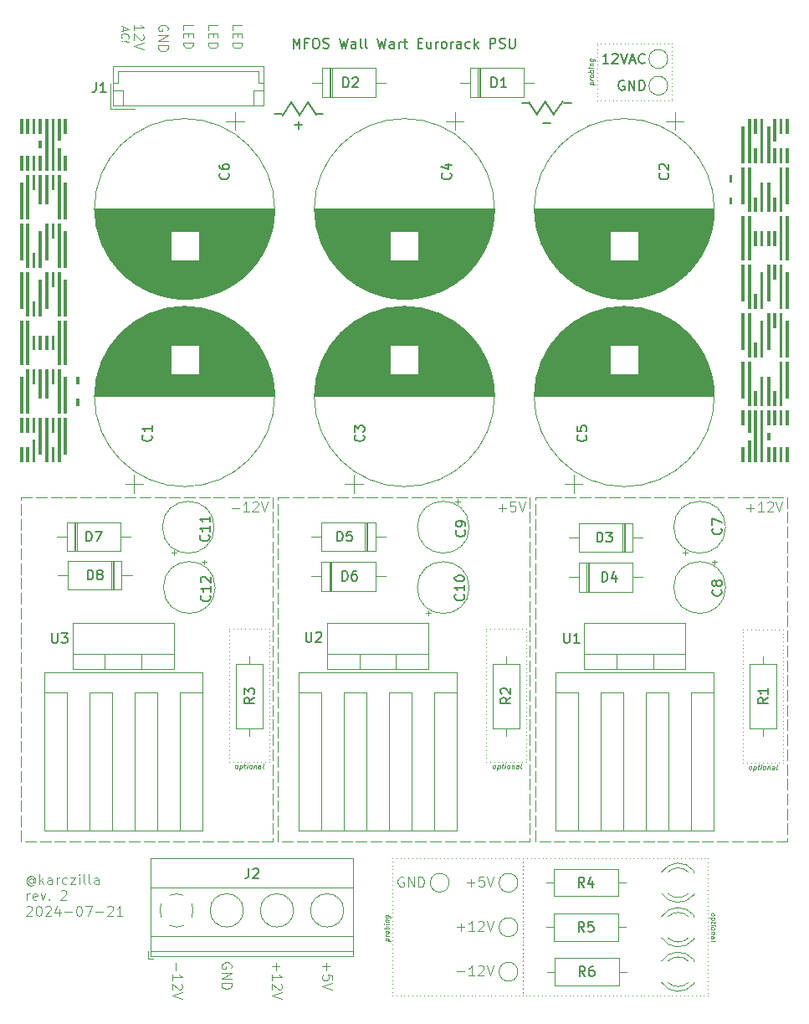
<source format=gbr>
%TF.GenerationSoftware,KiCad,Pcbnew,8.0.3*%
%TF.CreationDate,2024-07-21T22:37:27-04:00*%
%TF.ProjectId,mfos-wall-wart-eurorack-psu,6d666f73-2d77-4616-9c6c-2d776172742d,1.0.0*%
%TF.SameCoordinates,Original*%
%TF.FileFunction,Legend,Top*%
%TF.FilePolarity,Positive*%
%FSLAX46Y46*%
G04 Gerber Fmt 4.6, Leading zero omitted, Abs format (unit mm)*
G04 Created by KiCad (PCBNEW 8.0.3) date 2024-07-21 22:37:27*
%MOMM*%
%LPD*%
G01*
G04 APERTURE LIST*
%ADD10C,0.100000*%
%ADD11C,0.150000*%
%ADD12C,0.080000*%
%ADD13C,0.200000*%
%ADD14C,0.120000*%
G04 APERTURE END LIST*
D10*
X163457600Y-51151975D02*
X163457600Y-51151975D01*
X163857600Y-51151975D02*
X163857600Y-51151975D01*
X164257600Y-51151975D02*
X164257600Y-51151975D01*
X164657600Y-51151975D02*
X164657600Y-51151975D01*
X165057600Y-51151975D02*
X165057600Y-51151975D01*
X165457600Y-51151975D02*
X165457600Y-51151975D01*
X165857600Y-51151975D02*
X165857600Y-51151975D01*
X166257600Y-51151975D02*
X166257600Y-51151975D01*
X166657600Y-51151975D02*
X166657600Y-51151975D01*
X167057600Y-51151975D02*
X167057600Y-51151975D01*
X167457600Y-51151975D02*
X167457600Y-51151975D01*
X167857600Y-51151975D02*
X167857600Y-51151975D01*
X168257600Y-51151975D02*
X168257600Y-51151975D01*
X168657600Y-51151975D02*
X168657600Y-51151975D01*
X169057600Y-51151975D02*
X169057600Y-51151975D01*
X169457600Y-51151975D02*
X169457600Y-51151975D01*
X169857600Y-51151975D02*
X169857600Y-51151975D01*
X170257600Y-51151975D02*
X170257600Y-51151975D01*
X170657600Y-51151975D02*
X170657600Y-51151975D01*
X171057600Y-51151975D02*
X171057600Y-51151975D01*
X171057600Y-51151975D02*
X171057600Y-51151975D01*
X171057600Y-51551975D02*
X171057600Y-51551975D01*
X171057600Y-51951975D02*
X171057600Y-51951975D01*
X171057600Y-52351975D02*
X171057600Y-52351975D01*
X171057600Y-52751975D02*
X171057600Y-52751975D01*
X171057600Y-53151975D02*
X171057600Y-53151975D01*
X171057600Y-53551975D02*
X171057600Y-53551975D01*
X171057600Y-53951975D02*
X171057600Y-53951975D01*
X171057600Y-54351975D02*
X171057600Y-54351975D01*
X171057600Y-54751975D02*
X171057600Y-54751975D01*
X171057600Y-55151975D02*
X171057600Y-55151975D01*
X171057600Y-55551975D02*
X171057600Y-55551975D01*
X171057600Y-55951975D02*
X171057600Y-55951975D01*
X171057600Y-56351975D02*
X171057600Y-56351975D01*
X171057600Y-56751975D02*
X171057600Y-56751975D01*
X171057600Y-56951975D02*
X171057600Y-56951975D01*
X170657600Y-56951975D02*
X170657600Y-56951975D01*
X170257600Y-56951975D02*
X170257600Y-56951975D01*
X169857600Y-56951975D02*
X169857600Y-56951975D01*
X169457600Y-56951975D02*
X169457600Y-56951975D01*
X169057600Y-56951975D02*
X169057600Y-56951975D01*
X168657600Y-56951975D02*
X168657600Y-56951975D01*
X168257600Y-56951975D02*
X168257600Y-56951975D01*
X167857600Y-56951975D02*
X167857600Y-56951975D01*
X167457600Y-56951975D02*
X167457600Y-56951975D01*
X167057600Y-56951975D02*
X167057600Y-56951975D01*
X166657600Y-56951975D02*
X166657600Y-56951975D01*
X166257600Y-56951975D02*
X166257600Y-56951975D01*
X165857600Y-56951975D02*
X165857600Y-56951975D01*
X165457600Y-56951975D02*
X165457600Y-56951975D01*
X165057600Y-56951975D02*
X165057600Y-56951975D01*
X164657600Y-56951975D02*
X164657600Y-56951975D01*
X164257600Y-56951975D02*
X164257600Y-56951975D01*
X163857600Y-56951975D02*
X163857600Y-56951975D01*
X163457600Y-56951975D02*
X163457600Y-56951975D01*
X163457600Y-56951975D02*
X163457600Y-56951975D01*
X163457600Y-56551975D02*
X163457600Y-56551975D01*
X163457600Y-56151975D02*
X163457600Y-56151975D01*
X163457600Y-55751975D02*
X163457600Y-55751975D01*
X163457600Y-55351975D02*
X163457600Y-55351975D01*
X163457600Y-54951975D02*
X163457600Y-54951975D01*
X163457600Y-54551975D02*
X163457600Y-54551975D01*
X163457600Y-54151975D02*
X163457600Y-54151975D01*
X163457600Y-53751975D02*
X163457600Y-53751975D01*
X163457600Y-53351975D02*
X163457600Y-53351975D01*
X163457600Y-52951975D02*
X163457600Y-52951975D01*
X163457600Y-52551975D02*
X163457600Y-52551975D01*
X163457600Y-52151975D02*
X163457600Y-52151975D01*
X163457600Y-51751975D02*
X163457600Y-51751975D01*
X163457600Y-51351975D02*
X163457600Y-51351975D01*
X142757600Y-133601975D02*
X142757600Y-133601975D01*
X143157600Y-133601975D02*
X143157600Y-133601975D01*
X143557600Y-133601975D02*
X143557600Y-133601975D01*
X143957600Y-133601975D02*
X143957600Y-133601975D01*
X144357600Y-133601975D02*
X144357600Y-133601975D01*
X144757600Y-133601975D02*
X144757600Y-133601975D01*
X145157600Y-133601975D02*
X145157600Y-133601975D01*
X145557600Y-133601975D02*
X145557600Y-133601975D01*
X145957600Y-133601975D02*
X145957600Y-133601975D01*
X146357600Y-133601975D02*
X146357600Y-133601975D01*
X146757600Y-133601975D02*
X146757600Y-133601975D01*
X147157600Y-133601975D02*
X147157600Y-133601975D01*
X147557600Y-133601975D02*
X147557600Y-133601975D01*
X147957600Y-133601975D02*
X147957600Y-133601975D01*
X148357600Y-133601975D02*
X148357600Y-133601975D01*
X148757600Y-133601975D02*
X148757600Y-133601975D01*
X149157600Y-133601975D02*
X149157600Y-133601975D01*
X149557600Y-133601975D02*
X149557600Y-133601975D01*
X149957600Y-133601975D02*
X149957600Y-133601975D01*
X150357600Y-133601975D02*
X150357600Y-133601975D01*
X150757600Y-133601975D02*
X150757600Y-133601975D01*
X151157600Y-133601975D02*
X151157600Y-133601975D01*
X151557600Y-133601975D02*
X151557600Y-133601975D01*
X151957600Y-133601975D02*
X151957600Y-133601975D01*
X152357600Y-133601975D02*
X152357600Y-133601975D01*
X152757600Y-133601975D02*
X152757600Y-133601975D01*
X153157600Y-133601975D02*
X153157600Y-133601975D01*
X153557600Y-133601975D02*
X153557600Y-133601975D01*
X153957600Y-133601975D02*
X153957600Y-133601975D01*
X154357600Y-133601975D02*
X154357600Y-133601975D01*
X154757600Y-133601975D02*
X154757600Y-133601975D01*
X155157600Y-133601975D02*
X155157600Y-133601975D01*
X155557600Y-133601975D02*
X155557600Y-133601975D01*
X155957600Y-133601975D02*
X155957600Y-133601975D01*
X155957600Y-133601975D02*
X155957600Y-133601975D01*
X155957600Y-134001975D02*
X155957600Y-134001975D01*
X155957600Y-134401975D02*
X155957600Y-134401975D01*
X155957600Y-134801975D02*
X155957600Y-134801975D01*
X155957600Y-135201975D02*
X155957600Y-135201975D01*
X155957600Y-135601975D02*
X155957600Y-135601975D01*
X155957600Y-136001975D02*
X155957600Y-136001975D01*
X155957600Y-136401975D02*
X155957600Y-136401975D01*
X155957600Y-136801975D02*
X155957600Y-136801975D01*
X155957600Y-137201975D02*
X155957600Y-137201975D01*
X155957600Y-137601975D02*
X155957600Y-137601975D01*
X155957600Y-138001975D02*
X155957600Y-138001975D01*
X155957600Y-138401975D02*
X155957600Y-138401975D01*
X155957600Y-138801975D02*
X155957600Y-138801975D01*
X155957600Y-139201975D02*
X155957600Y-139201975D01*
X155957600Y-139601975D02*
X155957600Y-139601975D01*
X155957600Y-140001975D02*
X155957600Y-140001975D01*
X155957600Y-140401975D02*
X155957600Y-140401975D01*
X155957600Y-140801975D02*
X155957600Y-140801975D01*
X155957600Y-141201975D02*
X155957600Y-141201975D01*
X155957600Y-141601975D02*
X155957600Y-141601975D01*
X155957600Y-142001975D02*
X155957600Y-142001975D01*
X155957600Y-142401975D02*
X155957600Y-142401975D01*
X155957600Y-142801975D02*
X155957600Y-142801975D01*
X155957600Y-143201975D02*
X155957600Y-143201975D01*
X155957600Y-143601975D02*
X155957600Y-143601975D01*
X155957600Y-144001975D02*
X155957600Y-144001975D01*
X155957600Y-144401975D02*
X155957600Y-144401975D01*
X155957600Y-144801975D02*
X155957600Y-144801975D01*
X155957600Y-145201975D02*
X155957600Y-145201975D01*
X155957600Y-145601975D02*
X155957600Y-145601975D01*
X155957600Y-146001975D02*
X155957600Y-146001975D01*
X155957600Y-146401975D02*
X155957600Y-146401975D01*
X155957600Y-146801975D02*
X155957600Y-146801975D01*
X155957600Y-147201975D02*
X155957600Y-147201975D01*
X155957600Y-147501975D02*
X155957600Y-147501975D01*
X155557600Y-147501975D02*
X155557600Y-147501975D01*
X155157600Y-147501975D02*
X155157600Y-147501975D01*
X154757600Y-147501975D02*
X154757600Y-147501975D01*
X154357600Y-147501975D02*
X154357600Y-147501975D01*
X153957600Y-147501975D02*
X153957600Y-147501975D01*
X153557600Y-147501975D02*
X153557600Y-147501975D01*
X153157600Y-147501975D02*
X153157600Y-147501975D01*
X152757600Y-147501975D02*
X152757600Y-147501975D01*
X152357600Y-147501975D02*
X152357600Y-147501975D01*
X151957600Y-147501975D02*
X151957600Y-147501975D01*
X151557600Y-147501975D02*
X151557600Y-147501975D01*
X151157600Y-147501975D02*
X151157600Y-147501975D01*
X150757600Y-147501975D02*
X150757600Y-147501975D01*
X150357600Y-147501975D02*
X150357600Y-147501975D01*
X149957600Y-147501975D02*
X149957600Y-147501975D01*
X149557600Y-147501975D02*
X149557600Y-147501975D01*
X149157600Y-147501975D02*
X149157600Y-147501975D01*
X148757600Y-147501975D02*
X148757600Y-147501975D01*
X148357600Y-147501975D02*
X148357600Y-147501975D01*
X147957600Y-147501975D02*
X147957600Y-147501975D01*
X147557600Y-147501975D02*
X147557600Y-147501975D01*
X147157600Y-147501975D02*
X147157600Y-147501975D01*
X146757600Y-147501975D02*
X146757600Y-147501975D01*
X146357600Y-147501975D02*
X146357600Y-147501975D01*
X145957600Y-147501975D02*
X145957600Y-147501975D01*
X145557600Y-147501975D02*
X145557600Y-147501975D01*
X145157600Y-147501975D02*
X145157600Y-147501975D01*
X144757600Y-147501975D02*
X144757600Y-147501975D01*
X144357600Y-147501975D02*
X144357600Y-147501975D01*
X143957600Y-147501975D02*
X143957600Y-147501975D01*
X143557600Y-147501975D02*
X143557600Y-147501975D01*
X143157600Y-147501975D02*
X143157600Y-147501975D01*
X142757600Y-147501975D02*
X142757600Y-147501975D01*
X142757600Y-147501975D02*
X142757600Y-147501975D01*
X142757600Y-147101975D02*
X142757600Y-147101975D01*
X142757600Y-146701975D02*
X142757600Y-146701975D01*
X142757600Y-146301975D02*
X142757600Y-146301975D01*
X142757600Y-145901975D02*
X142757600Y-145901975D01*
X142757600Y-145501975D02*
X142757600Y-145501975D01*
X142757600Y-145101975D02*
X142757600Y-145101975D01*
X142757600Y-144701975D02*
X142757600Y-144701975D01*
X142757600Y-144301975D02*
X142757600Y-144301975D01*
X142757600Y-143901975D02*
X142757600Y-143901975D01*
X142757600Y-143501975D02*
X142757600Y-143501975D01*
X142757600Y-143101975D02*
X142757600Y-143101975D01*
X142757600Y-142701975D02*
X142757600Y-142701975D01*
X142757600Y-142301975D02*
X142757600Y-142301975D01*
X142757600Y-141901975D02*
X142757600Y-141901975D01*
X142757600Y-141501975D02*
X142757600Y-141501975D01*
X142757600Y-141101975D02*
X142757600Y-141101975D01*
X142757600Y-140701975D02*
X142757600Y-140701975D01*
X142757600Y-140301975D02*
X142757600Y-140301975D01*
X142757600Y-139901975D02*
X142757600Y-139901975D01*
X142757600Y-139501975D02*
X142757600Y-139501975D01*
X142757600Y-139101975D02*
X142757600Y-139101975D01*
X142757600Y-138701975D02*
X142757600Y-138701975D01*
X142757600Y-138301975D02*
X142757600Y-138301975D01*
X142757600Y-137901975D02*
X142757600Y-137901975D01*
X142757600Y-137501975D02*
X142757600Y-137501975D01*
X142757600Y-137101975D02*
X142757600Y-137101975D01*
X142757600Y-136701975D02*
X142757600Y-136701975D01*
X142757600Y-136301975D02*
X142757600Y-136301975D01*
X142757600Y-135901975D02*
X142757600Y-135901975D01*
X142757600Y-135501975D02*
X142757600Y-135501975D01*
X142757600Y-135101975D02*
X142757600Y-135101975D01*
X142757600Y-134701975D02*
X142757600Y-134701975D01*
X142757600Y-134301975D02*
X142757600Y-134301975D01*
X142757600Y-133901975D02*
X142757600Y-133901975D01*
X178257600Y-110451975D02*
X178257600Y-110451975D01*
X178657600Y-110451975D02*
X178657600Y-110451975D01*
X179057600Y-110451975D02*
X179057600Y-110451975D01*
X179457600Y-110451975D02*
X179457600Y-110451975D01*
X179857600Y-110451975D02*
X179857600Y-110451975D01*
X180257600Y-110451975D02*
X180257600Y-110451975D01*
X180657600Y-110451975D02*
X180657600Y-110451975D01*
X181057600Y-110451975D02*
X181057600Y-110451975D01*
X181457600Y-110451975D02*
X181457600Y-110451975D01*
X181857600Y-110451975D02*
X181857600Y-110451975D01*
X182257600Y-110451975D02*
X182257600Y-110451975D01*
X182257600Y-110451975D02*
X182257600Y-110451975D01*
X182257600Y-110851975D02*
X182257600Y-110851975D01*
X182257600Y-111251975D02*
X182257600Y-111251975D01*
X182257600Y-111651975D02*
X182257600Y-111651975D01*
X182257600Y-112051975D02*
X182257600Y-112051975D01*
X182257600Y-112451975D02*
X182257600Y-112451975D01*
X182257600Y-112851975D02*
X182257600Y-112851975D01*
X182257600Y-113251975D02*
X182257600Y-113251975D01*
X182257600Y-113651975D02*
X182257600Y-113651975D01*
X182257600Y-114051975D02*
X182257600Y-114051975D01*
X182257600Y-114451975D02*
X182257600Y-114451975D01*
X182257600Y-114851975D02*
X182257600Y-114851975D01*
X182257600Y-115251975D02*
X182257600Y-115251975D01*
X182257600Y-115651975D02*
X182257600Y-115651975D01*
X182257600Y-116051975D02*
X182257600Y-116051975D01*
X182257600Y-116451975D02*
X182257600Y-116451975D01*
X182257600Y-116851975D02*
X182257600Y-116851975D01*
X182257600Y-117251975D02*
X182257600Y-117251975D01*
X182257600Y-117651975D02*
X182257600Y-117651975D01*
X182257600Y-118051975D02*
X182257600Y-118051975D01*
X182257600Y-118451975D02*
X182257600Y-118451975D01*
X182257600Y-118851975D02*
X182257600Y-118851975D01*
X182257600Y-119251975D02*
X182257600Y-119251975D01*
X182257600Y-119651975D02*
X182257600Y-119651975D01*
X182257600Y-120051975D02*
X182257600Y-120051975D01*
X182257600Y-120451975D02*
X182257600Y-120451975D01*
X182257600Y-120851975D02*
X182257600Y-120851975D01*
X182257600Y-121251975D02*
X182257600Y-121251975D01*
X182257600Y-121651975D02*
X182257600Y-121651975D01*
X182257600Y-122051975D02*
X182257600Y-122051975D01*
X182257600Y-122451975D02*
X182257600Y-122451975D01*
X182257600Y-122851975D02*
X182257600Y-122851975D01*
X182257600Y-123251975D02*
X182257600Y-123251975D01*
X182257600Y-123651975D02*
X182257600Y-123651975D01*
X182257600Y-123951975D02*
X182257600Y-123951975D01*
X181857600Y-123951975D02*
X181857600Y-123951975D01*
X181457600Y-123951975D02*
X181457600Y-123951975D01*
X181057600Y-123951975D02*
X181057600Y-123951975D01*
X180657600Y-123951975D02*
X180657600Y-123951975D01*
X180257600Y-123951975D02*
X180257600Y-123951975D01*
X179857600Y-123951975D02*
X179857600Y-123951975D01*
X179457600Y-123951975D02*
X179457600Y-123951975D01*
X179057600Y-123951975D02*
X179057600Y-123951975D01*
X178657600Y-123951975D02*
X178657600Y-123951975D01*
X178257600Y-123951975D02*
X178257600Y-123951975D01*
X178257600Y-123951975D02*
X178257600Y-123951975D01*
X178257600Y-123551975D02*
X178257600Y-123551975D01*
X178257600Y-123151975D02*
X178257600Y-123151975D01*
X178257600Y-122751975D02*
X178257600Y-122751975D01*
X178257600Y-122351975D02*
X178257600Y-122351975D01*
X178257600Y-121951975D02*
X178257600Y-121951975D01*
X178257600Y-121551975D02*
X178257600Y-121551975D01*
X178257600Y-121151975D02*
X178257600Y-121151975D01*
X178257600Y-120751975D02*
X178257600Y-120751975D01*
X178257600Y-120351975D02*
X178257600Y-120351975D01*
X178257600Y-119951975D02*
X178257600Y-119951975D01*
X178257600Y-119551975D02*
X178257600Y-119551975D01*
X178257600Y-119151975D02*
X178257600Y-119151975D01*
X178257600Y-118751975D02*
X178257600Y-118751975D01*
X178257600Y-118351975D02*
X178257600Y-118351975D01*
X178257600Y-117951975D02*
X178257600Y-117951975D01*
X178257600Y-117551975D02*
X178257600Y-117551975D01*
X178257600Y-117151975D02*
X178257600Y-117151975D01*
X178257600Y-116751975D02*
X178257600Y-116751975D01*
X178257600Y-116351975D02*
X178257600Y-116351975D01*
X178257600Y-115951975D02*
X178257600Y-115951975D01*
X178257600Y-115551975D02*
X178257600Y-115551975D01*
X178257600Y-115151975D02*
X178257600Y-115151975D01*
X178257600Y-114751975D02*
X178257600Y-114751975D01*
X178257600Y-114351975D02*
X178257600Y-114351975D01*
X178257600Y-113951975D02*
X178257600Y-113951975D01*
X178257600Y-113551975D02*
X178257600Y-113551975D01*
X178257600Y-113151975D02*
X178257600Y-113151975D01*
X178257600Y-112751975D02*
X178257600Y-112751975D01*
X178257600Y-112351975D02*
X178257600Y-112351975D01*
X178257600Y-111951975D02*
X178257600Y-111951975D01*
X178257600Y-111551975D02*
X178257600Y-111551975D01*
X178257600Y-111151975D02*
X178257600Y-111151975D01*
X178257600Y-110751975D02*
X178257600Y-110751975D01*
X152257600Y-110351975D02*
X152257600Y-110351975D01*
X152657600Y-110351975D02*
X152657600Y-110351975D01*
X153057600Y-110351975D02*
X153057600Y-110351975D01*
X153457600Y-110351975D02*
X153457600Y-110351975D01*
X153857600Y-110351975D02*
X153857600Y-110351975D01*
X154257600Y-110351975D02*
X154257600Y-110351975D01*
X154657600Y-110351975D02*
X154657600Y-110351975D01*
X155057600Y-110351975D02*
X155057600Y-110351975D01*
X155457600Y-110351975D02*
X155457600Y-110351975D01*
X155857600Y-110351975D02*
X155857600Y-110351975D01*
X156257600Y-110351975D02*
X156257600Y-110351975D01*
X156257600Y-110351975D02*
X156257600Y-110351975D01*
X156257600Y-110751975D02*
X156257600Y-110751975D01*
X156257600Y-111151975D02*
X156257600Y-111151975D01*
X156257600Y-111551975D02*
X156257600Y-111551975D01*
X156257600Y-111951975D02*
X156257600Y-111951975D01*
X156257600Y-112351975D02*
X156257600Y-112351975D01*
X156257600Y-112751975D02*
X156257600Y-112751975D01*
X156257600Y-113151975D02*
X156257600Y-113151975D01*
X156257600Y-113551975D02*
X156257600Y-113551975D01*
X156257600Y-113951975D02*
X156257600Y-113951975D01*
X156257600Y-114351975D02*
X156257600Y-114351975D01*
X156257600Y-114751975D02*
X156257600Y-114751975D01*
X156257600Y-115151975D02*
X156257600Y-115151975D01*
X156257600Y-115551975D02*
X156257600Y-115551975D01*
X156257600Y-115951975D02*
X156257600Y-115951975D01*
X156257600Y-116351975D02*
X156257600Y-116351975D01*
X156257600Y-116751975D02*
X156257600Y-116751975D01*
X156257600Y-117151975D02*
X156257600Y-117151975D01*
X156257600Y-117551975D02*
X156257600Y-117551975D01*
X156257600Y-117951975D02*
X156257600Y-117951975D01*
X156257600Y-118351975D02*
X156257600Y-118351975D01*
X156257600Y-118751975D02*
X156257600Y-118751975D01*
X156257600Y-119151975D02*
X156257600Y-119151975D01*
X156257600Y-119551975D02*
X156257600Y-119551975D01*
X156257600Y-119951975D02*
X156257600Y-119951975D01*
X156257600Y-120351975D02*
X156257600Y-120351975D01*
X156257600Y-120751975D02*
X156257600Y-120751975D01*
X156257600Y-121151975D02*
X156257600Y-121151975D01*
X156257600Y-121551975D02*
X156257600Y-121551975D01*
X156257600Y-121951975D02*
X156257600Y-121951975D01*
X156257600Y-122351975D02*
X156257600Y-122351975D01*
X156257600Y-122751975D02*
X156257600Y-122751975D01*
X156257600Y-123151975D02*
X156257600Y-123151975D01*
X156257600Y-123551975D02*
X156257600Y-123551975D01*
X156257600Y-123851975D02*
X156257600Y-123851975D01*
X155857600Y-123851975D02*
X155857600Y-123851975D01*
X155457600Y-123851975D02*
X155457600Y-123851975D01*
X155057600Y-123851975D02*
X155057600Y-123851975D01*
X154657600Y-123851975D02*
X154657600Y-123851975D01*
X154257600Y-123851975D02*
X154257600Y-123851975D01*
X153857600Y-123851975D02*
X153857600Y-123851975D01*
X153457600Y-123851975D02*
X153457600Y-123851975D01*
X153057600Y-123851975D02*
X153057600Y-123851975D01*
X152657600Y-123851975D02*
X152657600Y-123851975D01*
X152257600Y-123851975D02*
X152257600Y-123851975D01*
X152257600Y-123851975D02*
X152257600Y-123851975D01*
X152257600Y-123451975D02*
X152257600Y-123451975D01*
X152257600Y-123051975D02*
X152257600Y-123051975D01*
X152257600Y-122651975D02*
X152257600Y-122651975D01*
X152257600Y-122251975D02*
X152257600Y-122251975D01*
X152257600Y-121851975D02*
X152257600Y-121851975D01*
X152257600Y-121451975D02*
X152257600Y-121451975D01*
X152257600Y-121051975D02*
X152257600Y-121051975D01*
X152257600Y-120651975D02*
X152257600Y-120651975D01*
X152257600Y-120251975D02*
X152257600Y-120251975D01*
X152257600Y-119851975D02*
X152257600Y-119851975D01*
X152257600Y-119451975D02*
X152257600Y-119451975D01*
X152257600Y-119051975D02*
X152257600Y-119051975D01*
X152257600Y-118651975D02*
X152257600Y-118651975D01*
X152257600Y-118251975D02*
X152257600Y-118251975D01*
X152257600Y-117851975D02*
X152257600Y-117851975D01*
X152257600Y-117451975D02*
X152257600Y-117451975D01*
X152257600Y-117051975D02*
X152257600Y-117051975D01*
X152257600Y-116651975D02*
X152257600Y-116651975D01*
X152257600Y-116251975D02*
X152257600Y-116251975D01*
X152257600Y-115851975D02*
X152257600Y-115851975D01*
X152257600Y-115451975D02*
X152257600Y-115451975D01*
X152257600Y-115051975D02*
X152257600Y-115051975D01*
X152257600Y-114651975D02*
X152257600Y-114651975D01*
X152257600Y-114251975D02*
X152257600Y-114251975D01*
X152257600Y-113851975D02*
X152257600Y-113851975D01*
X152257600Y-113451975D02*
X152257600Y-113451975D01*
X152257600Y-113051975D02*
X152257600Y-113051975D01*
X152257600Y-112651975D02*
X152257600Y-112651975D01*
X152257600Y-112251975D02*
X152257600Y-112251975D01*
X152257600Y-111851975D02*
X152257600Y-111851975D01*
X152257600Y-111451975D02*
X152257600Y-111451975D01*
X152257600Y-111051975D02*
X152257600Y-111051975D01*
X152257600Y-110651975D02*
X152257600Y-110651975D01*
X105157600Y-97051975D02*
X106257600Y-97051975D01*
X106657600Y-97051975D02*
X107757600Y-97051975D01*
X108157600Y-97051975D02*
X109257600Y-97051975D01*
X109657600Y-97051975D02*
X110757600Y-97051975D01*
X111157600Y-97051975D02*
X112257600Y-97051975D01*
X112657600Y-97051975D02*
X113757600Y-97051975D01*
X114157600Y-97051975D02*
X115257600Y-97051975D01*
X115657600Y-97051975D02*
X116757600Y-97051975D01*
X117157600Y-97051975D02*
X118257600Y-97051975D01*
X118657600Y-97051975D02*
X119757600Y-97051975D01*
X120157600Y-97051975D02*
X121257600Y-97051975D01*
X121657600Y-97051975D02*
X122757600Y-97051975D01*
X123157600Y-97051975D02*
X124257600Y-97051975D01*
X124657600Y-97051975D02*
X125757600Y-97051975D01*
X126157600Y-97051975D02*
X127257600Y-97051975D01*
X127657600Y-97051975D02*
X128757600Y-97051975D01*
X129157600Y-97051975D02*
X130257600Y-97051975D01*
X130657600Y-97051975D02*
X130657600Y-97051975D01*
X130657600Y-97051975D02*
X130657600Y-98151975D01*
X130657600Y-98551975D02*
X130657600Y-99651975D01*
X130657600Y-100051975D02*
X130657600Y-101151975D01*
X130657600Y-101551975D02*
X130657600Y-102651975D01*
X130657600Y-103051975D02*
X130657600Y-104151975D01*
X130657600Y-104551975D02*
X130657600Y-105651975D01*
X130657600Y-106051975D02*
X130657600Y-107151975D01*
X130657600Y-107551975D02*
X130657600Y-108651975D01*
X130657600Y-109051975D02*
X130657600Y-110151975D01*
X130657600Y-110551975D02*
X130657600Y-111651975D01*
X130657600Y-112051975D02*
X130657600Y-113151975D01*
X130657600Y-113551975D02*
X130657600Y-114651975D01*
X130657600Y-115051975D02*
X130657600Y-116151975D01*
X130657600Y-116551975D02*
X130657600Y-117651975D01*
X130657600Y-118051975D02*
X130657600Y-119151975D01*
X130657600Y-119551975D02*
X130657600Y-120651975D01*
X130657600Y-121051975D02*
X130657600Y-122151975D01*
X130657600Y-122551975D02*
X130657600Y-123651975D01*
X130657600Y-124051975D02*
X130657600Y-125151975D01*
X130657600Y-125551975D02*
X130657600Y-126651975D01*
X130657600Y-127051975D02*
X130657600Y-128151975D01*
X130657600Y-128551975D02*
X130657600Y-129651975D01*
X130657600Y-130051975D02*
X130657600Y-131151975D01*
X130657600Y-131551975D02*
X130657600Y-131851975D01*
X130657600Y-131851975D02*
X129557600Y-131851975D01*
X129157600Y-131851975D02*
X128057600Y-131851975D01*
X127657600Y-131851975D02*
X126557600Y-131851975D01*
X126157600Y-131851975D02*
X125057600Y-131851975D01*
X124657600Y-131851975D02*
X123557600Y-131851975D01*
X123157600Y-131851975D02*
X122057600Y-131851975D01*
X121657600Y-131851975D02*
X120557600Y-131851975D01*
X120157600Y-131851975D02*
X119057600Y-131851975D01*
X118657600Y-131851975D02*
X117557600Y-131851975D01*
X117157600Y-131851975D02*
X116057600Y-131851975D01*
X115657600Y-131851975D02*
X114557600Y-131851975D01*
X114157600Y-131851975D02*
X113057600Y-131851975D01*
X112657600Y-131851975D02*
X111557600Y-131851975D01*
X111157600Y-131851975D02*
X110057600Y-131851975D01*
X109657600Y-131851975D02*
X108557600Y-131851975D01*
X108157600Y-131851975D02*
X107057600Y-131851975D01*
X106657600Y-131851975D02*
X105557600Y-131851975D01*
X105157600Y-131851975D02*
X105157600Y-131851975D01*
X105157600Y-131851975D02*
X105157600Y-130751975D01*
X105157600Y-130351975D02*
X105157600Y-129251975D01*
X105157600Y-128851975D02*
X105157600Y-127751975D01*
X105157600Y-127351975D02*
X105157600Y-126251975D01*
X105157600Y-125851975D02*
X105157600Y-124751975D01*
X105157600Y-124351975D02*
X105157600Y-123251975D01*
X105157600Y-122851975D02*
X105157600Y-121751975D01*
X105157600Y-121351975D02*
X105157600Y-120251975D01*
X105157600Y-119851975D02*
X105157600Y-118751975D01*
X105157600Y-118351975D02*
X105157600Y-117251975D01*
X105157600Y-116851975D02*
X105157600Y-115751975D01*
X105157600Y-115351975D02*
X105157600Y-114251975D01*
X105157600Y-113851975D02*
X105157600Y-112751975D01*
X105157600Y-112351975D02*
X105157600Y-111251975D01*
X105157600Y-110851975D02*
X105157600Y-109751975D01*
X105157600Y-109351975D02*
X105157600Y-108251975D01*
X105157600Y-107851975D02*
X105157600Y-106751975D01*
X105157600Y-106351975D02*
X105157600Y-105251975D01*
X105157600Y-104851975D02*
X105157600Y-103751975D01*
X105157600Y-103351975D02*
X105157600Y-102251975D01*
X105157600Y-101851975D02*
X105157600Y-100751975D01*
X105157600Y-100351975D02*
X105157600Y-99251975D01*
X105157600Y-98851975D02*
X105157600Y-97751975D01*
X105157600Y-97351975D02*
X105157600Y-97051975D01*
X131157600Y-97051975D02*
X132257600Y-97051975D01*
X132657600Y-97051975D02*
X133757600Y-97051975D01*
X134157600Y-97051975D02*
X135257600Y-97051975D01*
X135657600Y-97051975D02*
X136757600Y-97051975D01*
X137157600Y-97051975D02*
X138257600Y-97051975D01*
X138657600Y-97051975D02*
X139757600Y-97051975D01*
X140157600Y-97051975D02*
X141257600Y-97051975D01*
X141657600Y-97051975D02*
X142757600Y-97051975D01*
X143157600Y-97051975D02*
X144257600Y-97051975D01*
X144657600Y-97051975D02*
X145757600Y-97051975D01*
X146157600Y-97051975D02*
X147257600Y-97051975D01*
X147657600Y-97051975D02*
X148757600Y-97051975D01*
X149157600Y-97051975D02*
X150257600Y-97051975D01*
X150657600Y-97051975D02*
X151757600Y-97051975D01*
X152157600Y-97051975D02*
X153257600Y-97051975D01*
X153657600Y-97051975D02*
X154757600Y-97051975D01*
X155157600Y-97051975D02*
X156257600Y-97051975D01*
X156657600Y-97051975D02*
X156657600Y-97051975D01*
X156657600Y-97051975D02*
X156657600Y-98151975D01*
X156657600Y-98551975D02*
X156657600Y-99651975D01*
X156657600Y-100051975D02*
X156657600Y-101151975D01*
X156657600Y-101551975D02*
X156657600Y-102651975D01*
X156657600Y-103051975D02*
X156657600Y-104151975D01*
X156657600Y-104551975D02*
X156657600Y-105651975D01*
X156657600Y-106051975D02*
X156657600Y-107151975D01*
X156657600Y-107551975D02*
X156657600Y-108651975D01*
X156657600Y-109051975D02*
X156657600Y-110151975D01*
X156657600Y-110551975D02*
X156657600Y-111651975D01*
X156657600Y-112051975D02*
X156657600Y-113151975D01*
X156657600Y-113551975D02*
X156657600Y-114651975D01*
X156657600Y-115051975D02*
X156657600Y-116151975D01*
X156657600Y-116551975D02*
X156657600Y-117651975D01*
X156657600Y-118051975D02*
X156657600Y-119151975D01*
X156657600Y-119551975D02*
X156657600Y-120651975D01*
X156657600Y-121051975D02*
X156657600Y-122151975D01*
X156657600Y-122551975D02*
X156657600Y-123651975D01*
X156657600Y-124051975D02*
X156657600Y-125151975D01*
X156657600Y-125551975D02*
X156657600Y-126651975D01*
X156657600Y-127051975D02*
X156657600Y-128151975D01*
X156657600Y-128551975D02*
X156657600Y-129651975D01*
X156657600Y-130051975D02*
X156657600Y-131151975D01*
X156657600Y-131551975D02*
X156657600Y-131851975D01*
X156657600Y-131851975D02*
X155557600Y-131851975D01*
X155157600Y-131851975D02*
X154057600Y-131851975D01*
X153657600Y-131851975D02*
X152557600Y-131851975D01*
X152157600Y-131851975D02*
X151057600Y-131851975D01*
X150657600Y-131851975D02*
X149557600Y-131851975D01*
X149157600Y-131851975D02*
X148057600Y-131851975D01*
X147657600Y-131851975D02*
X146557600Y-131851975D01*
X146157600Y-131851975D02*
X145057600Y-131851975D01*
X144657600Y-131851975D02*
X143557600Y-131851975D01*
X143157600Y-131851975D02*
X142057600Y-131851975D01*
X141657600Y-131851975D02*
X140557600Y-131851975D01*
X140157600Y-131851975D02*
X139057600Y-131851975D01*
X138657600Y-131851975D02*
X137557600Y-131851975D01*
X137157600Y-131851975D02*
X136057600Y-131851975D01*
X135657600Y-131851975D02*
X134557600Y-131851975D01*
X134157600Y-131851975D02*
X133057600Y-131851975D01*
X132657600Y-131851975D02*
X131557600Y-131851975D01*
X131157600Y-131851975D02*
X131157600Y-131851975D01*
X131157600Y-131851975D02*
X131157600Y-130751975D01*
X131157600Y-130351975D02*
X131157600Y-129251975D01*
X131157600Y-128851975D02*
X131157600Y-127751975D01*
X131157600Y-127351975D02*
X131157600Y-126251975D01*
X131157600Y-125851975D02*
X131157600Y-124751975D01*
X131157600Y-124351975D02*
X131157600Y-123251975D01*
X131157600Y-122851975D02*
X131157600Y-121751975D01*
X131157600Y-121351975D02*
X131157600Y-120251975D01*
X131157600Y-119851975D02*
X131157600Y-118751975D01*
X131157600Y-118351975D02*
X131157600Y-117251975D01*
X131157600Y-116851975D02*
X131157600Y-115751975D01*
X131157600Y-115351975D02*
X131157600Y-114251975D01*
X131157600Y-113851975D02*
X131157600Y-112751975D01*
X131157600Y-112351975D02*
X131157600Y-111251975D01*
X131157600Y-110851975D02*
X131157600Y-109751975D01*
X131157600Y-109351975D02*
X131157600Y-108251975D01*
X131157600Y-107851975D02*
X131157600Y-106751975D01*
X131157600Y-106351975D02*
X131157600Y-105251975D01*
X131157600Y-104851975D02*
X131157600Y-103751975D01*
X131157600Y-103351975D02*
X131157600Y-102251975D01*
X131157600Y-101851975D02*
X131157600Y-100751975D01*
X131157600Y-100351975D02*
X131157600Y-99251975D01*
X131157600Y-98851975D02*
X131157600Y-97751975D01*
X131157600Y-97351975D02*
X131157600Y-97051975D01*
X157207600Y-97051975D02*
X158307600Y-97051975D01*
X158707600Y-97051975D02*
X159807600Y-97051975D01*
X160207600Y-97051975D02*
X161307600Y-97051975D01*
X161707600Y-97051975D02*
X162807600Y-97051975D01*
X163207600Y-97051975D02*
X164307600Y-97051975D01*
X164707600Y-97051975D02*
X165807600Y-97051975D01*
X166207600Y-97051975D02*
X167307600Y-97051975D01*
X167707600Y-97051975D02*
X168807600Y-97051975D01*
X169207600Y-97051975D02*
X170307600Y-97051975D01*
X170707600Y-97051975D02*
X171807600Y-97051975D01*
X172207600Y-97051975D02*
X173307600Y-97051975D01*
X173707600Y-97051975D02*
X174807600Y-97051975D01*
X175207600Y-97051975D02*
X176307600Y-97051975D01*
X176707600Y-97051975D02*
X177807600Y-97051975D01*
X178207600Y-97051975D02*
X179307600Y-97051975D01*
X179707600Y-97051975D02*
X180807600Y-97051975D01*
X181207600Y-97051975D02*
X182307600Y-97051975D01*
X182707600Y-97051975D02*
X182707600Y-97051975D01*
X182707600Y-97051975D02*
X182707600Y-98151975D01*
X182707600Y-98551975D02*
X182707600Y-99651975D01*
X182707600Y-100051975D02*
X182707600Y-101151975D01*
X182707600Y-101551975D02*
X182707600Y-102651975D01*
X182707600Y-103051975D02*
X182707600Y-104151975D01*
X182707600Y-104551975D02*
X182707600Y-105651975D01*
X182707600Y-106051975D02*
X182707600Y-107151975D01*
X182707600Y-107551975D02*
X182707600Y-108651975D01*
X182707600Y-109051975D02*
X182707600Y-110151975D01*
X182707600Y-110551975D02*
X182707600Y-111651975D01*
X182707600Y-112051975D02*
X182707600Y-113151975D01*
X182707600Y-113551975D02*
X182707600Y-114651975D01*
X182707600Y-115051975D02*
X182707600Y-116151975D01*
X182707600Y-116551975D02*
X182707600Y-117651975D01*
X182707600Y-118051975D02*
X182707600Y-119151975D01*
X182707600Y-119551975D02*
X182707600Y-120651975D01*
X182707600Y-121051975D02*
X182707600Y-122151975D01*
X182707600Y-122551975D02*
X182707600Y-123651975D01*
X182707600Y-124051975D02*
X182707600Y-125151975D01*
X182707600Y-125551975D02*
X182707600Y-126651975D01*
X182707600Y-127051975D02*
X182707600Y-128151975D01*
X182707600Y-128551975D02*
X182707600Y-129651975D01*
X182707600Y-130051975D02*
X182707600Y-131151975D01*
X182707600Y-131551975D02*
X182707600Y-131851975D01*
X182707600Y-131851975D02*
X181607600Y-131851975D01*
X181207600Y-131851975D02*
X180107600Y-131851975D01*
X179707600Y-131851975D02*
X178607600Y-131851975D01*
X178207600Y-131851975D02*
X177107600Y-131851975D01*
X176707600Y-131851975D02*
X175607600Y-131851975D01*
X175207600Y-131851975D02*
X174107600Y-131851975D01*
X173707600Y-131851975D02*
X172607600Y-131851975D01*
X172207600Y-131851975D02*
X171107600Y-131851975D01*
X170707600Y-131851975D02*
X169607600Y-131851975D01*
X169207600Y-131851975D02*
X168107600Y-131851975D01*
X167707600Y-131851975D02*
X166607600Y-131851975D01*
X166207600Y-131851975D02*
X165107600Y-131851975D01*
X164707600Y-131851975D02*
X163607600Y-131851975D01*
X163207600Y-131851975D02*
X162107600Y-131851975D01*
X161707600Y-131851975D02*
X160607600Y-131851975D01*
X160207600Y-131851975D02*
X159107600Y-131851975D01*
X158707600Y-131851975D02*
X157607600Y-131851975D01*
X157207600Y-131851975D02*
X157207600Y-131851975D01*
X157207600Y-131851975D02*
X157207600Y-130751975D01*
X157207600Y-130351975D02*
X157207600Y-129251975D01*
X157207600Y-128851975D02*
X157207600Y-127751975D01*
X157207600Y-127351975D02*
X157207600Y-126251975D01*
X157207600Y-125851975D02*
X157207600Y-124751975D01*
X157207600Y-124351975D02*
X157207600Y-123251975D01*
X157207600Y-122851975D02*
X157207600Y-121751975D01*
X157207600Y-121351975D02*
X157207600Y-120251975D01*
X157207600Y-119851975D02*
X157207600Y-118751975D01*
X157207600Y-118351975D02*
X157207600Y-117251975D01*
X157207600Y-116851975D02*
X157207600Y-115751975D01*
X157207600Y-115351975D02*
X157207600Y-114251975D01*
X157207600Y-113851975D02*
X157207600Y-112751975D01*
X157207600Y-112351975D02*
X157207600Y-111251975D01*
X157207600Y-110851975D02*
X157207600Y-109751975D01*
X157207600Y-109351975D02*
X157207600Y-108251975D01*
X157207600Y-107851975D02*
X157207600Y-106751975D01*
X157207600Y-106351975D02*
X157207600Y-105251975D01*
X157207600Y-104851975D02*
X157207600Y-103751975D01*
X157207600Y-103351975D02*
X157207600Y-102251975D01*
X157207600Y-101851975D02*
X157207600Y-100751975D01*
X157207600Y-100351975D02*
X157207600Y-99251975D01*
X157207600Y-98851975D02*
X157207600Y-97751975D01*
X157207600Y-97351975D02*
X157207600Y-97051975D01*
X155957600Y-133601975D02*
X155957600Y-133601975D01*
X156357600Y-133601975D02*
X156357600Y-133601975D01*
X156757600Y-133601975D02*
X156757600Y-133601975D01*
X157157600Y-133601975D02*
X157157600Y-133601975D01*
X157557600Y-133601975D02*
X157557600Y-133601975D01*
X157957600Y-133601975D02*
X157957600Y-133601975D01*
X158357600Y-133601975D02*
X158357600Y-133601975D01*
X158757600Y-133601975D02*
X158757600Y-133601975D01*
X159157600Y-133601975D02*
X159157600Y-133601975D01*
X159557600Y-133601975D02*
X159557600Y-133601975D01*
X159957600Y-133601975D02*
X159957600Y-133601975D01*
X160357600Y-133601975D02*
X160357600Y-133601975D01*
X160757600Y-133601975D02*
X160757600Y-133601975D01*
X161157600Y-133601975D02*
X161157600Y-133601975D01*
X161557600Y-133601975D02*
X161557600Y-133601975D01*
X161957600Y-133601975D02*
X161957600Y-133601975D01*
X162357600Y-133601975D02*
X162357600Y-133601975D01*
X162757600Y-133601975D02*
X162757600Y-133601975D01*
X163157600Y-133601975D02*
X163157600Y-133601975D01*
X163557600Y-133601975D02*
X163557600Y-133601975D01*
X163957600Y-133601975D02*
X163957600Y-133601975D01*
X164357600Y-133601975D02*
X164357600Y-133601975D01*
X164757600Y-133601975D02*
X164757600Y-133601975D01*
X165157600Y-133601975D02*
X165157600Y-133601975D01*
X165557600Y-133601975D02*
X165557600Y-133601975D01*
X165957600Y-133601975D02*
X165957600Y-133601975D01*
X166357600Y-133601975D02*
X166357600Y-133601975D01*
X166757600Y-133601975D02*
X166757600Y-133601975D01*
X167157600Y-133601975D02*
X167157600Y-133601975D01*
X167557600Y-133601975D02*
X167557600Y-133601975D01*
X167957600Y-133601975D02*
X167957600Y-133601975D01*
X168357600Y-133601975D02*
X168357600Y-133601975D01*
X168757600Y-133601975D02*
X168757600Y-133601975D01*
X169157600Y-133601975D02*
X169157600Y-133601975D01*
X169557600Y-133601975D02*
X169557600Y-133601975D01*
X169957600Y-133601975D02*
X169957600Y-133601975D01*
X170357600Y-133601975D02*
X170357600Y-133601975D01*
X170757600Y-133601975D02*
X170757600Y-133601975D01*
X171157600Y-133601975D02*
X171157600Y-133601975D01*
X171557600Y-133601975D02*
X171557600Y-133601975D01*
X171957600Y-133601975D02*
X171957600Y-133601975D01*
X172357600Y-133601975D02*
X172357600Y-133601975D01*
X172757600Y-133601975D02*
X172757600Y-133601975D01*
X173157600Y-133601975D02*
X173157600Y-133601975D01*
X173557600Y-133601975D02*
X173557600Y-133601975D01*
X173957600Y-133601975D02*
X173957600Y-133601975D01*
X174357600Y-133601975D02*
X174357600Y-133601975D01*
X174657600Y-133601975D02*
X174657600Y-133601975D01*
X174657600Y-134001975D02*
X174657600Y-134001975D01*
X174657600Y-134401975D02*
X174657600Y-134401975D01*
X174657600Y-134801975D02*
X174657600Y-134801975D01*
X174657600Y-135201975D02*
X174657600Y-135201975D01*
X174657600Y-135601975D02*
X174657600Y-135601975D01*
X174657600Y-136001975D02*
X174657600Y-136001975D01*
X174657600Y-136401975D02*
X174657600Y-136401975D01*
X174657600Y-136801975D02*
X174657600Y-136801975D01*
X174657600Y-137201975D02*
X174657600Y-137201975D01*
X174657600Y-137601975D02*
X174657600Y-137601975D01*
X174657600Y-138001975D02*
X174657600Y-138001975D01*
X174657600Y-138401975D02*
X174657600Y-138401975D01*
X174657600Y-138801975D02*
X174657600Y-138801975D01*
X174657600Y-139201975D02*
X174657600Y-139201975D01*
X174657600Y-139601975D02*
X174657600Y-139601975D01*
X174657600Y-140001975D02*
X174657600Y-140001975D01*
X174657600Y-140401975D02*
X174657600Y-140401975D01*
X174657600Y-140801975D02*
X174657600Y-140801975D01*
X174657600Y-141201975D02*
X174657600Y-141201975D01*
X174657600Y-141601975D02*
X174657600Y-141601975D01*
X174657600Y-142001975D02*
X174657600Y-142001975D01*
X174657600Y-142401975D02*
X174657600Y-142401975D01*
X174657600Y-142801975D02*
X174657600Y-142801975D01*
X174657600Y-143201975D02*
X174657600Y-143201975D01*
X174657600Y-143601975D02*
X174657600Y-143601975D01*
X174657600Y-144001975D02*
X174657600Y-144001975D01*
X174657600Y-144401975D02*
X174657600Y-144401975D01*
X174657600Y-144801975D02*
X174657600Y-144801975D01*
X174657600Y-145201975D02*
X174657600Y-145201975D01*
X174657600Y-145601975D02*
X174657600Y-145601975D01*
X174657600Y-146001975D02*
X174657600Y-146001975D01*
X174657600Y-146401975D02*
X174657600Y-146401975D01*
X174657600Y-146801975D02*
X174657600Y-146801975D01*
X174657600Y-147201975D02*
X174657600Y-147201975D01*
X174657600Y-147501975D02*
X174657600Y-147501975D01*
X174257600Y-147501975D02*
X174257600Y-147501975D01*
X173857600Y-147501975D02*
X173857600Y-147501975D01*
X173457600Y-147501975D02*
X173457600Y-147501975D01*
X173057600Y-147501975D02*
X173057600Y-147501975D01*
X172657600Y-147501975D02*
X172657600Y-147501975D01*
X172257600Y-147501975D02*
X172257600Y-147501975D01*
X171857600Y-147501975D02*
X171857600Y-147501975D01*
X171457600Y-147501975D02*
X171457600Y-147501975D01*
X171057600Y-147501975D02*
X171057600Y-147501975D01*
X170657600Y-147501975D02*
X170657600Y-147501975D01*
X170257600Y-147501975D02*
X170257600Y-147501975D01*
X169857600Y-147501975D02*
X169857600Y-147501975D01*
X169457600Y-147501975D02*
X169457600Y-147501975D01*
X169057600Y-147501975D02*
X169057600Y-147501975D01*
X168657600Y-147501975D02*
X168657600Y-147501975D01*
X168257600Y-147501975D02*
X168257600Y-147501975D01*
X167857600Y-147501975D02*
X167857600Y-147501975D01*
X167457600Y-147501975D02*
X167457600Y-147501975D01*
X167057600Y-147501975D02*
X167057600Y-147501975D01*
X166657600Y-147501975D02*
X166657600Y-147501975D01*
X166257600Y-147501975D02*
X166257600Y-147501975D01*
X165857600Y-147501975D02*
X165857600Y-147501975D01*
X165457600Y-147501975D02*
X165457600Y-147501975D01*
X165057600Y-147501975D02*
X165057600Y-147501975D01*
X164657600Y-147501975D02*
X164657600Y-147501975D01*
X164257600Y-147501975D02*
X164257600Y-147501975D01*
X163857600Y-147501975D02*
X163857600Y-147501975D01*
X163457600Y-147501975D02*
X163457600Y-147501975D01*
X163057600Y-147501975D02*
X163057600Y-147501975D01*
X162657600Y-147501975D02*
X162657600Y-147501975D01*
X162257600Y-147501975D02*
X162257600Y-147501975D01*
X161857600Y-147501975D02*
X161857600Y-147501975D01*
X161457600Y-147501975D02*
X161457600Y-147501975D01*
X161057600Y-147501975D02*
X161057600Y-147501975D01*
X160657600Y-147501975D02*
X160657600Y-147501975D01*
X160257600Y-147501975D02*
X160257600Y-147501975D01*
X159857600Y-147501975D02*
X159857600Y-147501975D01*
X159457600Y-147501975D02*
X159457600Y-147501975D01*
X159057600Y-147501975D02*
X159057600Y-147501975D01*
X158657600Y-147501975D02*
X158657600Y-147501975D01*
X158257600Y-147501975D02*
X158257600Y-147501975D01*
X157857600Y-147501975D02*
X157857600Y-147501975D01*
X157457600Y-147501975D02*
X157457600Y-147501975D01*
X157057600Y-147501975D02*
X157057600Y-147501975D01*
X156657600Y-147501975D02*
X156657600Y-147501975D01*
X156257600Y-147501975D02*
X156257600Y-147501975D01*
X155957600Y-147501975D02*
X155957600Y-147501975D01*
X155957600Y-147101975D02*
X155957600Y-147101975D01*
X155957600Y-146701975D02*
X155957600Y-146701975D01*
X155957600Y-146301975D02*
X155957600Y-146301975D01*
X155957600Y-145901975D02*
X155957600Y-145901975D01*
X155957600Y-145501975D02*
X155957600Y-145501975D01*
X155957600Y-145101975D02*
X155957600Y-145101975D01*
X155957600Y-144701975D02*
X155957600Y-144701975D01*
X155957600Y-144301975D02*
X155957600Y-144301975D01*
X155957600Y-143901975D02*
X155957600Y-143901975D01*
X155957600Y-143501975D02*
X155957600Y-143501975D01*
X155957600Y-143101975D02*
X155957600Y-143101975D01*
X155957600Y-142701975D02*
X155957600Y-142701975D01*
X155957600Y-142301975D02*
X155957600Y-142301975D01*
X155957600Y-141901975D02*
X155957600Y-141901975D01*
X155957600Y-141501975D02*
X155957600Y-141501975D01*
X155957600Y-141101975D02*
X155957600Y-141101975D01*
X155957600Y-140701975D02*
X155957600Y-140701975D01*
X155957600Y-140301975D02*
X155957600Y-140301975D01*
X155957600Y-139901975D02*
X155957600Y-139901975D01*
X155957600Y-139501975D02*
X155957600Y-139501975D01*
X155957600Y-139101975D02*
X155957600Y-139101975D01*
X155957600Y-138701975D02*
X155957600Y-138701975D01*
X155957600Y-138301975D02*
X155957600Y-138301975D01*
X155957600Y-137901975D02*
X155957600Y-137901975D01*
X155957600Y-137501975D02*
X155957600Y-137501975D01*
X155957600Y-137101975D02*
X155957600Y-137101975D01*
X155957600Y-136701975D02*
X155957600Y-136701975D01*
X155957600Y-136301975D02*
X155957600Y-136301975D01*
X155957600Y-135901975D02*
X155957600Y-135901975D01*
X155957600Y-135501975D02*
X155957600Y-135501975D01*
X155957600Y-135101975D02*
X155957600Y-135101975D01*
X155957600Y-134701975D02*
X155957600Y-134701975D01*
X155957600Y-134301975D02*
X155957600Y-134301975D01*
X155957600Y-133901975D02*
X155957600Y-133901975D01*
X126257600Y-110351975D02*
X126257600Y-110351975D01*
X126657600Y-110351975D02*
X126657600Y-110351975D01*
X127057600Y-110351975D02*
X127057600Y-110351975D01*
X127457600Y-110351975D02*
X127457600Y-110351975D01*
X127857600Y-110351975D02*
X127857600Y-110351975D01*
X128257600Y-110351975D02*
X128257600Y-110351975D01*
X128657600Y-110351975D02*
X128657600Y-110351975D01*
X129057600Y-110351975D02*
X129057600Y-110351975D01*
X129457600Y-110351975D02*
X129457600Y-110351975D01*
X129857600Y-110351975D02*
X129857600Y-110351975D01*
X130257600Y-110351975D02*
X130257600Y-110351975D01*
X130257600Y-110351975D02*
X130257600Y-110351975D01*
X130257600Y-110751975D02*
X130257600Y-110751975D01*
X130257600Y-111151975D02*
X130257600Y-111151975D01*
X130257600Y-111551975D02*
X130257600Y-111551975D01*
X130257600Y-111951975D02*
X130257600Y-111951975D01*
X130257600Y-112351975D02*
X130257600Y-112351975D01*
X130257600Y-112751975D02*
X130257600Y-112751975D01*
X130257600Y-113151975D02*
X130257600Y-113151975D01*
X130257600Y-113551975D02*
X130257600Y-113551975D01*
X130257600Y-113951975D02*
X130257600Y-113951975D01*
X130257600Y-114351975D02*
X130257600Y-114351975D01*
X130257600Y-114751975D02*
X130257600Y-114751975D01*
X130257600Y-115151975D02*
X130257600Y-115151975D01*
X130257600Y-115551975D02*
X130257600Y-115551975D01*
X130257600Y-115951975D02*
X130257600Y-115951975D01*
X130257600Y-116351975D02*
X130257600Y-116351975D01*
X130257600Y-116751975D02*
X130257600Y-116751975D01*
X130257600Y-117151975D02*
X130257600Y-117151975D01*
X130257600Y-117551975D02*
X130257600Y-117551975D01*
X130257600Y-117951975D02*
X130257600Y-117951975D01*
X130257600Y-118351975D02*
X130257600Y-118351975D01*
X130257600Y-118751975D02*
X130257600Y-118751975D01*
X130257600Y-119151975D02*
X130257600Y-119151975D01*
X130257600Y-119551975D02*
X130257600Y-119551975D01*
X130257600Y-119951975D02*
X130257600Y-119951975D01*
X130257600Y-120351975D02*
X130257600Y-120351975D01*
X130257600Y-120751975D02*
X130257600Y-120751975D01*
X130257600Y-121151975D02*
X130257600Y-121151975D01*
X130257600Y-121551975D02*
X130257600Y-121551975D01*
X130257600Y-121951975D02*
X130257600Y-121951975D01*
X130257600Y-122351975D02*
X130257600Y-122351975D01*
X130257600Y-122751975D02*
X130257600Y-122751975D01*
X130257600Y-123151975D02*
X130257600Y-123151975D01*
X130257600Y-123551975D02*
X130257600Y-123551975D01*
X130257600Y-123851975D02*
X130257600Y-123851975D01*
X129857600Y-123851975D02*
X129857600Y-123851975D01*
X129457600Y-123851975D02*
X129457600Y-123851975D01*
X129057600Y-123851975D02*
X129057600Y-123851975D01*
X128657600Y-123851975D02*
X128657600Y-123851975D01*
X128257600Y-123851975D02*
X128257600Y-123851975D01*
X127857600Y-123851975D02*
X127857600Y-123851975D01*
X127457600Y-123851975D02*
X127457600Y-123851975D01*
X127057600Y-123851975D02*
X127057600Y-123851975D01*
X126657600Y-123851975D02*
X126657600Y-123851975D01*
X126257600Y-123851975D02*
X126257600Y-123851975D01*
X126257600Y-123851975D02*
X126257600Y-123851975D01*
X126257600Y-123451975D02*
X126257600Y-123451975D01*
X126257600Y-123051975D02*
X126257600Y-123051975D01*
X126257600Y-122651975D02*
X126257600Y-122651975D01*
X126257600Y-122251975D02*
X126257600Y-122251975D01*
X126257600Y-121851975D02*
X126257600Y-121851975D01*
X126257600Y-121451975D02*
X126257600Y-121451975D01*
X126257600Y-121051975D02*
X126257600Y-121051975D01*
X126257600Y-120651975D02*
X126257600Y-120651975D01*
X126257600Y-120251975D02*
X126257600Y-120251975D01*
X126257600Y-119851975D02*
X126257600Y-119851975D01*
X126257600Y-119451975D02*
X126257600Y-119451975D01*
X126257600Y-119051975D02*
X126257600Y-119051975D01*
X126257600Y-118651975D02*
X126257600Y-118651975D01*
X126257600Y-118251975D02*
X126257600Y-118251975D01*
X126257600Y-117851975D02*
X126257600Y-117851975D01*
X126257600Y-117451975D02*
X126257600Y-117451975D01*
X126257600Y-117051975D02*
X126257600Y-117051975D01*
X126257600Y-116651975D02*
X126257600Y-116651975D01*
X126257600Y-116251975D02*
X126257600Y-116251975D01*
X126257600Y-115851975D02*
X126257600Y-115851975D01*
X126257600Y-115451975D02*
X126257600Y-115451975D01*
X126257600Y-115051975D02*
X126257600Y-115051975D01*
X126257600Y-114651975D02*
X126257600Y-114651975D01*
X126257600Y-114251975D02*
X126257600Y-114251975D01*
X126257600Y-113851975D02*
X126257600Y-113851975D01*
X126257600Y-113451975D02*
X126257600Y-113451975D01*
X126257600Y-113051975D02*
X126257600Y-113051975D01*
X126257600Y-112651975D02*
X126257600Y-112651975D01*
X126257600Y-112251975D02*
X126257600Y-112251975D01*
X126257600Y-111851975D02*
X126257600Y-111851975D01*
X126257600Y-111451975D02*
X126257600Y-111451975D01*
X126257600Y-111051975D02*
X126257600Y-111051975D01*
X126257600Y-110651975D02*
X126257600Y-110651975D01*
X116585180Y-49879668D02*
X116585180Y-49308240D01*
X116585180Y-49593954D02*
X117585180Y-49593954D01*
X117585180Y-49593954D02*
X117442323Y-49498716D01*
X117442323Y-49498716D02*
X117347085Y-49403478D01*
X117347085Y-49403478D02*
X117299466Y-49308240D01*
X117489942Y-50260621D02*
X117537561Y-50308240D01*
X117537561Y-50308240D02*
X117585180Y-50403478D01*
X117585180Y-50403478D02*
X117585180Y-50641573D01*
X117585180Y-50641573D02*
X117537561Y-50736811D01*
X117537561Y-50736811D02*
X117489942Y-50784430D01*
X117489942Y-50784430D02*
X117394704Y-50832049D01*
X117394704Y-50832049D02*
X117299466Y-50832049D01*
X117299466Y-50832049D02*
X117156609Y-50784430D01*
X117156609Y-50784430D02*
X116585180Y-50213002D01*
X116585180Y-50213002D02*
X116585180Y-50832049D01*
X117585180Y-51117764D02*
X116585180Y-51451097D01*
X116585180Y-51451097D02*
X117585180Y-51784430D01*
D11*
G36*
X180283280Y-93551975D02*
G01*
X180283280Y-88299776D01*
X179965764Y-88299776D01*
X179965764Y-93551975D01*
X180283280Y-93551975D01*
G37*
G36*
X179658018Y-93551975D02*
G01*
X179658018Y-88299776D01*
X179340503Y-88299776D01*
X179340503Y-93551975D01*
X179658018Y-93551975D01*
G37*
G36*
X179032757Y-90550718D02*
G01*
X179032757Y-88299776D01*
X178715241Y-88299776D01*
X178715241Y-90550718D01*
X179032757Y-90550718D01*
G37*
G36*
X179032757Y-93551975D02*
G01*
X179032757Y-91301032D01*
X178715241Y-91301032D01*
X178715241Y-93551975D01*
X179032757Y-93551975D01*
G37*
G36*
X182857600Y-93551975D02*
G01*
X182857600Y-92039623D01*
X182540084Y-92039623D01*
X182540084Y-93551975D01*
X182857600Y-93551975D01*
G37*
G36*
X178407495Y-93551975D02*
G01*
X178407495Y-92039623D01*
X178089979Y-92039623D01*
X178089979Y-93551975D01*
X178407495Y-93551975D01*
G37*
G36*
X180981814Y-93551975D02*
G01*
X180981814Y-92039623D01*
X180664299Y-92039623D01*
X180664299Y-93551975D01*
X180981814Y-93551975D01*
G37*
G36*
X178407495Y-89812128D02*
G01*
X178407495Y-88299776D01*
X178089979Y-88299776D01*
X178089979Y-89812128D01*
X178407495Y-89812128D01*
G37*
G36*
X182232338Y-93551975D02*
G01*
X182232338Y-92039623D01*
X181914822Y-92039623D01*
X181914822Y-93551975D01*
X182232338Y-93551975D01*
G37*
G36*
X181607076Y-93551975D02*
G01*
X181607076Y-92039623D01*
X181289560Y-92039623D01*
X181289560Y-93551975D01*
X181607076Y-93551975D01*
G37*
G36*
X182857600Y-89812128D02*
G01*
X182857600Y-88299776D01*
X182540084Y-88299776D01*
X182540084Y-89812128D01*
X182857600Y-89812128D01*
G37*
G36*
X181607076Y-89812128D02*
G01*
X181607076Y-88299776D01*
X181289560Y-88299776D01*
X181289560Y-89812128D01*
X181607076Y-89812128D01*
G37*
G36*
X180981814Y-89812128D02*
G01*
X180981814Y-88299776D01*
X180664299Y-88299776D01*
X180664299Y-89812128D01*
X180981814Y-89812128D01*
G37*
G36*
X182232338Y-89812128D02*
G01*
X182232338Y-88299776D01*
X181914822Y-88299776D01*
X181914822Y-89812128D01*
X182232338Y-89812128D01*
G37*
G36*
X180981814Y-91301032D02*
G01*
X180981814Y-90550718D01*
X180664299Y-90550718D01*
X180664299Y-91301032D01*
X180981814Y-91301032D01*
G37*
G36*
X182232338Y-87883587D02*
G01*
X182232338Y-83381702D01*
X181914822Y-83381702D01*
X181914822Y-87883587D01*
X182232338Y-87883587D01*
G37*
G36*
X179032757Y-87883587D02*
G01*
X179032757Y-83381702D01*
X178715241Y-83381702D01*
X178715241Y-87883587D01*
X179032757Y-87883587D01*
G37*
G36*
X178407495Y-87133272D02*
G01*
X178407495Y-83381702D01*
X178089979Y-83381702D01*
X178089979Y-87133272D01*
X178407495Y-87133272D01*
G37*
G36*
X182857600Y-87133272D02*
G01*
X182857600Y-83381702D01*
X182540084Y-83381702D01*
X182540084Y-87133272D01*
X182857600Y-87133272D01*
G37*
G36*
X180283280Y-87883587D02*
G01*
X180283280Y-84882330D01*
X179965764Y-84882330D01*
X179965764Y-87883587D01*
X180283280Y-87883587D01*
G37*
G36*
X180981814Y-87883587D02*
G01*
X180981814Y-84882330D01*
X180664299Y-84882330D01*
X180664299Y-87883587D01*
X180981814Y-87883587D01*
G37*
G36*
X179658018Y-87883587D02*
G01*
X179658018Y-86371235D01*
X179340503Y-86371235D01*
X179340503Y-87883587D01*
X179658018Y-87883587D01*
G37*
G36*
X181607076Y-87883587D02*
G01*
X181607076Y-86371235D01*
X181289560Y-86371235D01*
X181289560Y-87883587D01*
X181607076Y-87883587D01*
G37*
G36*
X182232338Y-82971374D02*
G01*
X182232338Y-78469490D01*
X181914822Y-78469490D01*
X181914822Y-82971374D01*
X182232338Y-82971374D01*
G37*
G36*
X179032757Y-82971374D02*
G01*
X179032757Y-78469490D01*
X178715241Y-78469490D01*
X178715241Y-82971374D01*
X179032757Y-82971374D01*
G37*
G36*
X180981814Y-82221060D02*
G01*
X180981814Y-78469490D01*
X180664299Y-78469490D01*
X180664299Y-82221060D01*
X180981814Y-82221060D01*
G37*
G36*
X178407495Y-82221060D02*
G01*
X178407495Y-78469490D01*
X178089979Y-78469490D01*
X178089979Y-82221060D01*
X178407495Y-82221060D01*
G37*
G36*
X180283280Y-82971374D02*
G01*
X180283280Y-79219804D01*
X179965764Y-79219804D01*
X179965764Y-82971374D01*
X180283280Y-82971374D01*
G37*
G36*
X182857600Y-82971374D02*
G01*
X182857600Y-79219804D01*
X182540084Y-79219804D01*
X182540084Y-82971374D01*
X182857600Y-82971374D01*
G37*
G36*
X179658018Y-82971374D02*
G01*
X179658018Y-81459023D01*
X179340503Y-81459023D01*
X179340503Y-82971374D01*
X179658018Y-82971374D01*
G37*
G36*
X181607076Y-79981842D02*
G01*
X181607076Y-78469490D01*
X181289560Y-78469490D01*
X181289560Y-79981842D01*
X181607076Y-79981842D01*
G37*
G36*
X182232338Y-78059162D02*
G01*
X182232338Y-73557278D01*
X181914822Y-73557278D01*
X181914822Y-78059162D01*
X182232338Y-78059162D01*
G37*
G36*
X179032757Y-78059162D02*
G01*
X179032757Y-73557278D01*
X178715241Y-73557278D01*
X178715241Y-78059162D01*
X179032757Y-78059162D01*
G37*
G36*
X180981814Y-77308848D02*
G01*
X180981814Y-73557278D01*
X180664299Y-73557278D01*
X180664299Y-77308848D01*
X180981814Y-77308848D01*
G37*
G36*
X178407495Y-77308848D02*
G01*
X178407495Y-73557278D01*
X178089979Y-73557278D01*
X178089979Y-77308848D01*
X178407495Y-77308848D01*
G37*
G36*
X180283280Y-78059162D02*
G01*
X180283280Y-74307592D01*
X179965764Y-74307592D01*
X179965764Y-78059162D01*
X180283280Y-78059162D01*
G37*
G36*
X182857600Y-78059162D02*
G01*
X182857600Y-74307592D01*
X182540084Y-74307592D01*
X182540084Y-78059162D01*
X182857600Y-78059162D01*
G37*
G36*
X179658018Y-78059162D02*
G01*
X179658018Y-76546811D01*
X179340503Y-76546811D01*
X179340503Y-78059162D01*
X179658018Y-78059162D01*
G37*
G36*
X181607076Y-75069630D02*
G01*
X181607076Y-73557278D01*
X181289560Y-73557278D01*
X181289560Y-75069630D01*
X181607076Y-75069630D01*
G37*
G36*
X182857600Y-73146950D02*
G01*
X182857600Y-68645066D01*
X182540084Y-68645066D01*
X182540084Y-73146950D01*
X182857600Y-73146950D01*
G37*
G36*
X182232338Y-73146950D02*
G01*
X182232338Y-68645066D01*
X181914822Y-68645066D01*
X181914822Y-73146950D01*
X182232338Y-73146950D01*
G37*
G36*
X179032757Y-73146950D02*
G01*
X179032757Y-68645066D01*
X178715241Y-68645066D01*
X178715241Y-73146950D01*
X179032757Y-73146950D01*
G37*
G36*
X178407495Y-73146950D02*
G01*
X178407495Y-68645066D01*
X178089979Y-68645066D01*
X178089979Y-73146950D01*
X178407495Y-73146950D01*
G37*
G36*
X180283280Y-71646322D02*
G01*
X180283280Y-70133970D01*
X179965764Y-70133970D01*
X179965764Y-71646322D01*
X180283280Y-71646322D01*
G37*
G36*
X181607076Y-71646322D02*
G01*
X181607076Y-70133970D01*
X181289560Y-70133970D01*
X181289560Y-71646322D01*
X181607076Y-71646322D01*
G37*
G36*
X180981814Y-71646322D02*
G01*
X180981814Y-70133970D01*
X180664299Y-70133970D01*
X180664299Y-71646322D01*
X180981814Y-71646322D01*
G37*
G36*
X179658018Y-71646322D02*
G01*
X179658018Y-70133970D01*
X179340503Y-70133970D01*
X179340503Y-71646322D01*
X179658018Y-71646322D01*
G37*
G36*
X182232338Y-68234738D02*
G01*
X182232338Y-63732854D01*
X181914822Y-63732854D01*
X181914822Y-68234738D01*
X182232338Y-68234738D01*
G37*
G36*
X179032757Y-68234738D02*
G01*
X179032757Y-63732854D01*
X178715241Y-63732854D01*
X178715241Y-68234738D01*
X179032757Y-68234738D01*
G37*
G36*
X178407495Y-67484424D02*
G01*
X178407495Y-63732854D01*
X178089979Y-63732854D01*
X178089979Y-67484424D01*
X178407495Y-67484424D01*
G37*
G36*
X182857600Y-67484424D02*
G01*
X182857600Y-63732854D01*
X182540084Y-63732854D01*
X182540084Y-67484424D01*
X182857600Y-67484424D01*
G37*
G36*
X180981814Y-68234738D02*
G01*
X180981814Y-65233482D01*
X180664299Y-65233482D01*
X180664299Y-68234738D01*
X180981814Y-68234738D01*
G37*
G36*
X180283280Y-68234738D02*
G01*
X180283280Y-65233482D01*
X179965764Y-65233482D01*
X179965764Y-68234738D01*
X180283280Y-68234738D01*
G37*
G36*
X181607076Y-68234738D02*
G01*
X181607076Y-66734110D01*
X181289560Y-66734110D01*
X181289560Y-68234738D01*
X181607076Y-68234738D01*
G37*
G36*
X179658018Y-68234738D02*
G01*
X179658018Y-66734110D01*
X179340503Y-66734110D01*
X179340503Y-68234738D01*
X179658018Y-68234738D01*
G37*
G36*
X177152087Y-65233482D02*
G01*
X177152087Y-64483168D01*
X176834571Y-64483168D01*
X176834571Y-65233482D01*
X177152087Y-65233482D01*
G37*
G36*
X177152087Y-67484424D02*
G01*
X177152087Y-66734110D01*
X176834571Y-66734110D01*
X176834571Y-67484424D01*
X177152087Y-67484424D01*
G37*
G36*
X180283280Y-63322526D02*
G01*
X180283280Y-58820642D01*
X179965764Y-58820642D01*
X179965764Y-63322526D01*
X180283280Y-63322526D01*
G37*
G36*
X179032757Y-63322526D02*
G01*
X179032757Y-58820642D01*
X178715241Y-58820642D01*
X178715241Y-63322526D01*
X179032757Y-63322526D01*
G37*
G36*
X178407495Y-63322526D02*
G01*
X178407495Y-59570956D01*
X178089979Y-59570956D01*
X178089979Y-63322526D01*
X178407495Y-63322526D01*
G37*
G36*
X180981814Y-63322526D02*
G01*
X180981814Y-59570956D01*
X180664299Y-59570956D01*
X180664299Y-63322526D01*
X180981814Y-63322526D01*
G37*
G36*
X181607076Y-61071584D02*
G01*
X181607076Y-58820642D01*
X181289560Y-58820642D01*
X181289560Y-61071584D01*
X181607076Y-61071584D01*
G37*
G36*
X179658018Y-60332993D02*
G01*
X179658018Y-58820642D01*
X179340503Y-58820642D01*
X179340503Y-60332993D01*
X179658018Y-60332993D01*
G37*
G36*
X182857600Y-63322526D02*
G01*
X182857600Y-61810174D01*
X182540084Y-61810174D01*
X182540084Y-63322526D01*
X182857600Y-63322526D01*
G37*
G36*
X182232338Y-60332993D02*
G01*
X182232338Y-58820642D01*
X181914822Y-58820642D01*
X181914822Y-60332993D01*
X182232338Y-60332993D01*
G37*
G36*
X179658018Y-63322526D02*
G01*
X179658018Y-61810174D01*
X179340503Y-61810174D01*
X179340503Y-63322526D01*
X179658018Y-63322526D01*
G37*
G36*
X181607076Y-63322526D02*
G01*
X181607076Y-61810174D01*
X181289560Y-61810174D01*
X181289560Y-63322526D01*
X181607076Y-63322526D01*
G37*
G36*
X182857600Y-60332993D02*
G01*
X182857600Y-58820642D01*
X182540084Y-58820642D01*
X182540084Y-60332993D01*
X182857600Y-60332993D01*
G37*
G36*
X182232338Y-63322526D02*
G01*
X182232338Y-61810174D01*
X181914822Y-61810174D01*
X181914822Y-63322526D01*
X182232338Y-63322526D01*
G37*
D10*
X149291484Y-145043441D02*
X150053389Y-145043441D01*
X151053388Y-145424394D02*
X150481960Y-145424394D01*
X150767674Y-145424394D02*
X150767674Y-144424394D01*
X150767674Y-144424394D02*
X150672436Y-144567251D01*
X150672436Y-144567251D02*
X150577198Y-144662489D01*
X150577198Y-144662489D02*
X150481960Y-144710108D01*
X151434341Y-144519632D02*
X151481960Y-144472013D01*
X151481960Y-144472013D02*
X151577198Y-144424394D01*
X151577198Y-144424394D02*
X151815293Y-144424394D01*
X151815293Y-144424394D02*
X151910531Y-144472013D01*
X151910531Y-144472013D02*
X151958150Y-144519632D01*
X151958150Y-144519632D02*
X152005769Y-144614870D01*
X152005769Y-144614870D02*
X152005769Y-144710108D01*
X152005769Y-144710108D02*
X151958150Y-144852965D01*
X151958150Y-144852965D02*
X151386722Y-145424394D01*
X151386722Y-145424394D02*
X152005769Y-145424394D01*
X152291484Y-144424394D02*
X152624817Y-145424394D01*
X152624817Y-145424394D02*
X152958150Y-144424394D01*
D12*
X162758916Y-55298998D02*
X163258916Y-55361498D01*
X162782725Y-55301975D02*
X162758916Y-55251379D01*
X162758916Y-55251379D02*
X162758916Y-55156141D01*
X162758916Y-55156141D02*
X162782725Y-55111498D01*
X162782725Y-55111498D02*
X162806535Y-55090665D01*
X162806535Y-55090665D02*
X162854154Y-55072808D01*
X162854154Y-55072808D02*
X162997011Y-55090665D01*
X162997011Y-55090665D02*
X163044630Y-55120427D01*
X163044630Y-55120427D02*
X163068440Y-55147213D01*
X163068440Y-55147213D02*
X163092249Y-55197808D01*
X163092249Y-55197808D02*
X163092249Y-55293046D01*
X163092249Y-55293046D02*
X163068440Y-55337689D01*
X163092249Y-54888284D02*
X162758916Y-54846617D01*
X162854154Y-54858522D02*
X162806535Y-54828760D01*
X162806535Y-54828760D02*
X162782725Y-54801975D01*
X162782725Y-54801975D02*
X162758916Y-54751379D01*
X162758916Y-54751379D02*
X162758916Y-54703760D01*
X163092249Y-54507332D02*
X163068440Y-54551974D01*
X163068440Y-54551974D02*
X163044630Y-54572808D01*
X163044630Y-54572808D02*
X162997011Y-54590665D01*
X162997011Y-54590665D02*
X162854154Y-54572808D01*
X162854154Y-54572808D02*
X162806535Y-54543046D01*
X162806535Y-54543046D02*
X162782725Y-54516260D01*
X162782725Y-54516260D02*
X162758916Y-54465665D01*
X162758916Y-54465665D02*
X162758916Y-54394236D01*
X162758916Y-54394236D02*
X162782725Y-54349593D01*
X162782725Y-54349593D02*
X162806535Y-54328760D01*
X162806535Y-54328760D02*
X162854154Y-54310903D01*
X162854154Y-54310903D02*
X162997011Y-54328760D01*
X162997011Y-54328760D02*
X163044630Y-54358522D01*
X163044630Y-54358522D02*
X163068440Y-54385308D01*
X163068440Y-54385308D02*
X163092249Y-54435903D01*
X163092249Y-54435903D02*
X163092249Y-54507332D01*
X163092249Y-54126379D02*
X162592249Y-54063879D01*
X162782725Y-54087689D02*
X162758916Y-54037093D01*
X162758916Y-54037093D02*
X162758916Y-53941855D01*
X162758916Y-53941855D02*
X162782725Y-53897212D01*
X162782725Y-53897212D02*
X162806535Y-53876379D01*
X162806535Y-53876379D02*
X162854154Y-53858522D01*
X162854154Y-53858522D02*
X162997011Y-53876379D01*
X162997011Y-53876379D02*
X163044630Y-53906141D01*
X163044630Y-53906141D02*
X163068440Y-53932927D01*
X163068440Y-53932927D02*
X163092249Y-53983522D01*
X163092249Y-53983522D02*
X163092249Y-54078760D01*
X163092249Y-54078760D02*
X163068440Y-54123403D01*
X163092249Y-53673998D02*
X162758916Y-53632331D01*
X162592249Y-53611498D02*
X162616059Y-53638284D01*
X162616059Y-53638284D02*
X162639868Y-53617450D01*
X162639868Y-53617450D02*
X162616059Y-53590665D01*
X162616059Y-53590665D02*
X162592249Y-53611498D01*
X162592249Y-53611498D02*
X162639868Y-53617450D01*
X162758916Y-53394236D02*
X163092249Y-53435903D01*
X162806535Y-53400189D02*
X162782725Y-53373403D01*
X162782725Y-53373403D02*
X162758916Y-53322808D01*
X162758916Y-53322808D02*
X162758916Y-53251379D01*
X162758916Y-53251379D02*
X162782725Y-53206736D01*
X162782725Y-53206736D02*
X162830344Y-53188879D01*
X162830344Y-53188879D02*
X163092249Y-53221617D01*
X162758916Y-52727570D02*
X163163678Y-52778165D01*
X163163678Y-52778165D02*
X163211297Y-52807927D01*
X163211297Y-52807927D02*
X163235106Y-52834713D01*
X163235106Y-52834713D02*
X163258916Y-52885308D01*
X163258916Y-52885308D02*
X163258916Y-52956736D01*
X163258916Y-52956736D02*
X163235106Y-53001379D01*
X163068440Y-52766260D02*
X163092249Y-52816855D01*
X163092249Y-52816855D02*
X163092249Y-52912094D01*
X163092249Y-52912094D02*
X163068440Y-52956736D01*
X163068440Y-52956736D02*
X163044630Y-52977570D01*
X163044630Y-52977570D02*
X162997011Y-52995427D01*
X162997011Y-52995427D02*
X162854154Y-52977570D01*
X162854154Y-52977570D02*
X162806535Y-52947808D01*
X162806535Y-52947808D02*
X162782725Y-52921022D01*
X162782725Y-52921022D02*
X162758916Y-52870427D01*
X162758916Y-52870427D02*
X162758916Y-52775189D01*
X162758916Y-52775189D02*
X162782725Y-52730546D01*
X142033966Y-141898998D02*
X142533966Y-141961498D01*
X142057775Y-141901975D02*
X142033966Y-141851379D01*
X142033966Y-141851379D02*
X142033966Y-141756141D01*
X142033966Y-141756141D02*
X142057775Y-141711498D01*
X142057775Y-141711498D02*
X142081585Y-141690665D01*
X142081585Y-141690665D02*
X142129204Y-141672808D01*
X142129204Y-141672808D02*
X142272061Y-141690665D01*
X142272061Y-141690665D02*
X142319680Y-141720427D01*
X142319680Y-141720427D02*
X142343490Y-141747213D01*
X142343490Y-141747213D02*
X142367299Y-141797808D01*
X142367299Y-141797808D02*
X142367299Y-141893046D01*
X142367299Y-141893046D02*
X142343490Y-141937689D01*
X142367299Y-141488284D02*
X142033966Y-141446617D01*
X142129204Y-141458522D02*
X142081585Y-141428760D01*
X142081585Y-141428760D02*
X142057775Y-141401975D01*
X142057775Y-141401975D02*
X142033966Y-141351379D01*
X142033966Y-141351379D02*
X142033966Y-141303760D01*
X142367299Y-141107332D02*
X142343490Y-141151974D01*
X142343490Y-141151974D02*
X142319680Y-141172808D01*
X142319680Y-141172808D02*
X142272061Y-141190665D01*
X142272061Y-141190665D02*
X142129204Y-141172808D01*
X142129204Y-141172808D02*
X142081585Y-141143046D01*
X142081585Y-141143046D02*
X142057775Y-141116260D01*
X142057775Y-141116260D02*
X142033966Y-141065665D01*
X142033966Y-141065665D02*
X142033966Y-140994236D01*
X142033966Y-140994236D02*
X142057775Y-140949593D01*
X142057775Y-140949593D02*
X142081585Y-140928760D01*
X142081585Y-140928760D02*
X142129204Y-140910903D01*
X142129204Y-140910903D02*
X142272061Y-140928760D01*
X142272061Y-140928760D02*
X142319680Y-140958522D01*
X142319680Y-140958522D02*
X142343490Y-140985308D01*
X142343490Y-140985308D02*
X142367299Y-141035903D01*
X142367299Y-141035903D02*
X142367299Y-141107332D01*
X142367299Y-140726379D02*
X141867299Y-140663879D01*
X142057775Y-140687689D02*
X142033966Y-140637093D01*
X142033966Y-140637093D02*
X142033966Y-140541855D01*
X142033966Y-140541855D02*
X142057775Y-140497212D01*
X142057775Y-140497212D02*
X142081585Y-140476379D01*
X142081585Y-140476379D02*
X142129204Y-140458522D01*
X142129204Y-140458522D02*
X142272061Y-140476379D01*
X142272061Y-140476379D02*
X142319680Y-140506141D01*
X142319680Y-140506141D02*
X142343490Y-140532927D01*
X142343490Y-140532927D02*
X142367299Y-140583522D01*
X142367299Y-140583522D02*
X142367299Y-140678760D01*
X142367299Y-140678760D02*
X142343490Y-140723403D01*
X142367299Y-140273998D02*
X142033966Y-140232331D01*
X141867299Y-140211498D02*
X141891109Y-140238284D01*
X141891109Y-140238284D02*
X141914918Y-140217450D01*
X141914918Y-140217450D02*
X141891109Y-140190665D01*
X141891109Y-140190665D02*
X141867299Y-140211498D01*
X141867299Y-140211498D02*
X141914918Y-140217450D01*
X142033966Y-139994236D02*
X142367299Y-140035903D01*
X142081585Y-140000189D02*
X142057775Y-139973403D01*
X142057775Y-139973403D02*
X142033966Y-139922808D01*
X142033966Y-139922808D02*
X142033966Y-139851379D01*
X142033966Y-139851379D02*
X142057775Y-139806736D01*
X142057775Y-139806736D02*
X142105394Y-139788879D01*
X142105394Y-139788879D02*
X142367299Y-139821617D01*
X142033966Y-139327570D02*
X142438728Y-139378165D01*
X142438728Y-139378165D02*
X142486347Y-139407927D01*
X142486347Y-139407927D02*
X142510156Y-139434713D01*
X142510156Y-139434713D02*
X142533966Y-139485308D01*
X142533966Y-139485308D02*
X142533966Y-139556736D01*
X142533966Y-139556736D02*
X142510156Y-139601379D01*
X142343490Y-139366260D02*
X142367299Y-139416855D01*
X142367299Y-139416855D02*
X142367299Y-139512094D01*
X142367299Y-139512094D02*
X142343490Y-139556736D01*
X142343490Y-139556736D02*
X142319680Y-139577570D01*
X142319680Y-139577570D02*
X142272061Y-139595427D01*
X142272061Y-139595427D02*
X142129204Y-139577570D01*
X142129204Y-139577570D02*
X142081585Y-139547808D01*
X142081585Y-139547808D02*
X142057775Y-139521022D01*
X142057775Y-139521022D02*
X142033966Y-139470427D01*
X142033966Y-139470427D02*
X142033966Y-139375189D01*
X142033966Y-139375189D02*
X142057775Y-139330546D01*
D10*
X153461484Y-98143441D02*
X154223389Y-98143441D01*
X153842436Y-98524394D02*
X153842436Y-97762489D01*
X155175769Y-97524394D02*
X154699579Y-97524394D01*
X154699579Y-97524394D02*
X154651960Y-98000584D01*
X154651960Y-98000584D02*
X154699579Y-97952965D01*
X154699579Y-97952965D02*
X154794817Y-97905346D01*
X154794817Y-97905346D02*
X155032912Y-97905346D01*
X155032912Y-97905346D02*
X155128150Y-97952965D01*
X155128150Y-97952965D02*
X155175769Y-98000584D01*
X155175769Y-98000584D02*
X155223388Y-98095822D01*
X155223388Y-98095822D02*
X155223388Y-98333917D01*
X155223388Y-98333917D02*
X155175769Y-98429155D01*
X155175769Y-98429155D02*
X155128150Y-98476775D01*
X155128150Y-98476775D02*
X155032912Y-98524394D01*
X155032912Y-98524394D02*
X154794817Y-98524394D01*
X154794817Y-98524394D02*
X154699579Y-98476775D01*
X154699579Y-98476775D02*
X154651960Y-98429155D01*
X155509103Y-97524394D02*
X155842436Y-98524394D01*
X155842436Y-98524394D02*
X156175769Y-97524394D01*
X130941133Y-144155859D02*
X130941133Y-144917764D01*
X130560180Y-144536811D02*
X131322085Y-144536811D01*
X130560180Y-145917763D02*
X130560180Y-145346335D01*
X130560180Y-145632049D02*
X131560180Y-145632049D01*
X131560180Y-145632049D02*
X131417323Y-145536811D01*
X131417323Y-145536811D02*
X131322085Y-145441573D01*
X131322085Y-145441573D02*
X131274466Y-145346335D01*
X131464942Y-146298716D02*
X131512561Y-146346335D01*
X131512561Y-146346335D02*
X131560180Y-146441573D01*
X131560180Y-146441573D02*
X131560180Y-146679668D01*
X131560180Y-146679668D02*
X131512561Y-146774906D01*
X131512561Y-146774906D02*
X131464942Y-146822525D01*
X131464942Y-146822525D02*
X131369704Y-146870144D01*
X131369704Y-146870144D02*
X131274466Y-146870144D01*
X131274466Y-146870144D02*
X131131609Y-146822525D01*
X131131609Y-146822525D02*
X130560180Y-146251097D01*
X130560180Y-146251097D02*
X130560180Y-146870144D01*
X131560180Y-147155859D02*
X130560180Y-147489192D01*
X130560180Y-147489192D02*
X131560180Y-147822525D01*
X119987561Y-49879668D02*
X120035180Y-49784430D01*
X120035180Y-49784430D02*
X120035180Y-49641573D01*
X120035180Y-49641573D02*
X119987561Y-49498716D01*
X119987561Y-49498716D02*
X119892323Y-49403478D01*
X119892323Y-49403478D02*
X119797085Y-49355859D01*
X119797085Y-49355859D02*
X119606609Y-49308240D01*
X119606609Y-49308240D02*
X119463752Y-49308240D01*
X119463752Y-49308240D02*
X119273276Y-49355859D01*
X119273276Y-49355859D02*
X119178038Y-49403478D01*
X119178038Y-49403478D02*
X119082800Y-49498716D01*
X119082800Y-49498716D02*
X119035180Y-49641573D01*
X119035180Y-49641573D02*
X119035180Y-49736811D01*
X119035180Y-49736811D02*
X119082800Y-49879668D01*
X119082800Y-49879668D02*
X119130419Y-49927287D01*
X119130419Y-49927287D02*
X119463752Y-49927287D01*
X119463752Y-49927287D02*
X119463752Y-49736811D01*
X119035180Y-50355859D02*
X120035180Y-50355859D01*
X120035180Y-50355859D02*
X119035180Y-50927287D01*
X119035180Y-50927287D02*
X120035180Y-50927287D01*
X119035180Y-51403478D02*
X120035180Y-51403478D01*
X120035180Y-51403478D02*
X120035180Y-51641573D01*
X120035180Y-51641573D02*
X119987561Y-51784430D01*
X119987561Y-51784430D02*
X119892323Y-51879668D01*
X119892323Y-51879668D02*
X119797085Y-51927287D01*
X119797085Y-51927287D02*
X119606609Y-51974906D01*
X119606609Y-51974906D02*
X119463752Y-51974906D01*
X119463752Y-51974906D02*
X119273276Y-51927287D01*
X119273276Y-51927287D02*
X119178038Y-51879668D01*
X119178038Y-51879668D02*
X119082800Y-51784430D01*
X119082800Y-51784430D02*
X119035180Y-51641573D01*
X119035180Y-51641573D02*
X119035180Y-51403478D01*
X115518871Y-49532942D02*
X115518871Y-49890085D01*
X115304585Y-49434728D02*
X116054585Y-49778478D01*
X116054585Y-49778478D02*
X115304585Y-49934728D01*
X115376014Y-50622228D02*
X115340300Y-50582049D01*
X115340300Y-50582049D02*
X115304585Y-50470442D01*
X115304585Y-50470442D02*
X115304585Y-50399013D01*
X115304585Y-50399013D02*
X115340300Y-50296335D01*
X115340300Y-50296335D02*
X115411728Y-50233835D01*
X115411728Y-50233835D02*
X115483157Y-50207049D01*
X115483157Y-50207049D02*
X115626014Y-50189192D01*
X115626014Y-50189192D02*
X115733157Y-50202585D01*
X115733157Y-50202585D02*
X115876014Y-50256156D01*
X115876014Y-50256156D02*
X115947442Y-50300799D01*
X115947442Y-50300799D02*
X116018871Y-50381156D01*
X116018871Y-50381156D02*
X116054585Y-50492763D01*
X116054585Y-50492763D02*
X116054585Y-50564192D01*
X116054585Y-50564192D02*
X116018871Y-50666871D01*
X116018871Y-50666871D02*
X115983157Y-50698121D01*
X115376014Y-50943656D02*
X115340300Y-50974906D01*
X115340300Y-50974906D02*
X115304585Y-50934728D01*
X115304585Y-50934728D02*
X115340300Y-50903478D01*
X115340300Y-50903478D02*
X115376014Y-50943656D01*
X115376014Y-50943656D02*
X115304585Y-50934728D01*
X115590300Y-50970442D02*
X116018871Y-50988299D01*
X116018871Y-50988299D02*
X116054585Y-51028478D01*
X116054585Y-51028478D02*
X116018871Y-51059728D01*
X116018871Y-51059728D02*
X115590300Y-50970442D01*
X115590300Y-50970442D02*
X116054585Y-51028478D01*
D13*
X130781409Y-58304488D02*
X131543313Y-58304488D01*
X132495694Y-57161631D02*
X131638552Y-58447345D01*
X132495694Y-57114011D02*
X133352837Y-58399726D01*
X134209980Y-57161631D02*
X133352838Y-58447345D01*
X134209980Y-57114011D02*
X135067123Y-58399726D01*
X134971886Y-58304488D02*
X135733790Y-58304488D01*
X132876648Y-59438241D02*
X133638553Y-59438241D01*
X133257600Y-59819194D02*
X133257600Y-59057289D01*
D11*
X132716996Y-51671794D02*
X132716996Y-50671794D01*
X132716996Y-50671794D02*
X133050329Y-51386079D01*
X133050329Y-51386079D02*
X133383662Y-50671794D01*
X133383662Y-50671794D02*
X133383662Y-51671794D01*
X134193186Y-51147984D02*
X133859853Y-51147984D01*
X133859853Y-51671794D02*
X133859853Y-50671794D01*
X133859853Y-50671794D02*
X134336043Y-50671794D01*
X134907472Y-50671794D02*
X135097948Y-50671794D01*
X135097948Y-50671794D02*
X135193186Y-50719413D01*
X135193186Y-50719413D02*
X135288424Y-50814651D01*
X135288424Y-50814651D02*
X135336043Y-51005127D01*
X135336043Y-51005127D02*
X135336043Y-51338460D01*
X135336043Y-51338460D02*
X135288424Y-51528936D01*
X135288424Y-51528936D02*
X135193186Y-51624175D01*
X135193186Y-51624175D02*
X135097948Y-51671794D01*
X135097948Y-51671794D02*
X134907472Y-51671794D01*
X134907472Y-51671794D02*
X134812234Y-51624175D01*
X134812234Y-51624175D02*
X134716996Y-51528936D01*
X134716996Y-51528936D02*
X134669377Y-51338460D01*
X134669377Y-51338460D02*
X134669377Y-51005127D01*
X134669377Y-51005127D02*
X134716996Y-50814651D01*
X134716996Y-50814651D02*
X134812234Y-50719413D01*
X134812234Y-50719413D02*
X134907472Y-50671794D01*
X135716996Y-51624175D02*
X135859853Y-51671794D01*
X135859853Y-51671794D02*
X136097948Y-51671794D01*
X136097948Y-51671794D02*
X136193186Y-51624175D01*
X136193186Y-51624175D02*
X136240805Y-51576555D01*
X136240805Y-51576555D02*
X136288424Y-51481317D01*
X136288424Y-51481317D02*
X136288424Y-51386079D01*
X136288424Y-51386079D02*
X136240805Y-51290841D01*
X136240805Y-51290841D02*
X136193186Y-51243222D01*
X136193186Y-51243222D02*
X136097948Y-51195603D01*
X136097948Y-51195603D02*
X135907472Y-51147984D01*
X135907472Y-51147984D02*
X135812234Y-51100365D01*
X135812234Y-51100365D02*
X135764615Y-51052746D01*
X135764615Y-51052746D02*
X135716996Y-50957508D01*
X135716996Y-50957508D02*
X135716996Y-50862270D01*
X135716996Y-50862270D02*
X135764615Y-50767032D01*
X135764615Y-50767032D02*
X135812234Y-50719413D01*
X135812234Y-50719413D02*
X135907472Y-50671794D01*
X135907472Y-50671794D02*
X136145567Y-50671794D01*
X136145567Y-50671794D02*
X136288424Y-50719413D01*
X137383663Y-50671794D02*
X137621758Y-51671794D01*
X137621758Y-51671794D02*
X137812234Y-50957508D01*
X137812234Y-50957508D02*
X138002710Y-51671794D01*
X138002710Y-51671794D02*
X138240806Y-50671794D01*
X139050329Y-51671794D02*
X139050329Y-51147984D01*
X139050329Y-51147984D02*
X139002710Y-51052746D01*
X139002710Y-51052746D02*
X138907472Y-51005127D01*
X138907472Y-51005127D02*
X138716996Y-51005127D01*
X138716996Y-51005127D02*
X138621758Y-51052746D01*
X139050329Y-51624175D02*
X138955091Y-51671794D01*
X138955091Y-51671794D02*
X138716996Y-51671794D01*
X138716996Y-51671794D02*
X138621758Y-51624175D01*
X138621758Y-51624175D02*
X138574139Y-51528936D01*
X138574139Y-51528936D02*
X138574139Y-51433698D01*
X138574139Y-51433698D02*
X138621758Y-51338460D01*
X138621758Y-51338460D02*
X138716996Y-51290841D01*
X138716996Y-51290841D02*
X138955091Y-51290841D01*
X138955091Y-51290841D02*
X139050329Y-51243222D01*
X139669377Y-51671794D02*
X139574139Y-51624175D01*
X139574139Y-51624175D02*
X139526520Y-51528936D01*
X139526520Y-51528936D02*
X139526520Y-50671794D01*
X140193187Y-51671794D02*
X140097949Y-51624175D01*
X140097949Y-51624175D02*
X140050330Y-51528936D01*
X140050330Y-51528936D02*
X140050330Y-50671794D01*
X141240807Y-50671794D02*
X141478902Y-51671794D01*
X141478902Y-51671794D02*
X141669378Y-50957508D01*
X141669378Y-50957508D02*
X141859854Y-51671794D01*
X141859854Y-51671794D02*
X142097950Y-50671794D01*
X142907473Y-51671794D02*
X142907473Y-51147984D01*
X142907473Y-51147984D02*
X142859854Y-51052746D01*
X142859854Y-51052746D02*
X142764616Y-51005127D01*
X142764616Y-51005127D02*
X142574140Y-51005127D01*
X142574140Y-51005127D02*
X142478902Y-51052746D01*
X142907473Y-51624175D02*
X142812235Y-51671794D01*
X142812235Y-51671794D02*
X142574140Y-51671794D01*
X142574140Y-51671794D02*
X142478902Y-51624175D01*
X142478902Y-51624175D02*
X142431283Y-51528936D01*
X142431283Y-51528936D02*
X142431283Y-51433698D01*
X142431283Y-51433698D02*
X142478902Y-51338460D01*
X142478902Y-51338460D02*
X142574140Y-51290841D01*
X142574140Y-51290841D02*
X142812235Y-51290841D01*
X142812235Y-51290841D02*
X142907473Y-51243222D01*
X143383664Y-51671794D02*
X143383664Y-51005127D01*
X143383664Y-51195603D02*
X143431283Y-51100365D01*
X143431283Y-51100365D02*
X143478902Y-51052746D01*
X143478902Y-51052746D02*
X143574140Y-51005127D01*
X143574140Y-51005127D02*
X143669378Y-51005127D01*
X143859855Y-51005127D02*
X144240807Y-51005127D01*
X144002712Y-50671794D02*
X144002712Y-51528936D01*
X144002712Y-51528936D02*
X144050331Y-51624175D01*
X144050331Y-51624175D02*
X144145569Y-51671794D01*
X144145569Y-51671794D02*
X144240807Y-51671794D01*
X145336046Y-51147984D02*
X145669379Y-51147984D01*
X145812236Y-51671794D02*
X145336046Y-51671794D01*
X145336046Y-51671794D02*
X145336046Y-50671794D01*
X145336046Y-50671794D02*
X145812236Y-50671794D01*
X146669379Y-51005127D02*
X146669379Y-51671794D01*
X146240808Y-51005127D02*
X146240808Y-51528936D01*
X146240808Y-51528936D02*
X146288427Y-51624175D01*
X146288427Y-51624175D02*
X146383665Y-51671794D01*
X146383665Y-51671794D02*
X146526522Y-51671794D01*
X146526522Y-51671794D02*
X146621760Y-51624175D01*
X146621760Y-51624175D02*
X146669379Y-51576555D01*
X147145570Y-51671794D02*
X147145570Y-51005127D01*
X147145570Y-51195603D02*
X147193189Y-51100365D01*
X147193189Y-51100365D02*
X147240808Y-51052746D01*
X147240808Y-51052746D02*
X147336046Y-51005127D01*
X147336046Y-51005127D02*
X147431284Y-51005127D01*
X147907475Y-51671794D02*
X147812237Y-51624175D01*
X147812237Y-51624175D02*
X147764618Y-51576555D01*
X147764618Y-51576555D02*
X147716999Y-51481317D01*
X147716999Y-51481317D02*
X147716999Y-51195603D01*
X147716999Y-51195603D02*
X147764618Y-51100365D01*
X147764618Y-51100365D02*
X147812237Y-51052746D01*
X147812237Y-51052746D02*
X147907475Y-51005127D01*
X147907475Y-51005127D02*
X148050332Y-51005127D01*
X148050332Y-51005127D02*
X148145570Y-51052746D01*
X148145570Y-51052746D02*
X148193189Y-51100365D01*
X148193189Y-51100365D02*
X148240808Y-51195603D01*
X148240808Y-51195603D02*
X148240808Y-51481317D01*
X148240808Y-51481317D02*
X148193189Y-51576555D01*
X148193189Y-51576555D02*
X148145570Y-51624175D01*
X148145570Y-51624175D02*
X148050332Y-51671794D01*
X148050332Y-51671794D02*
X147907475Y-51671794D01*
X148669380Y-51671794D02*
X148669380Y-51005127D01*
X148669380Y-51195603D02*
X148716999Y-51100365D01*
X148716999Y-51100365D02*
X148764618Y-51052746D01*
X148764618Y-51052746D02*
X148859856Y-51005127D01*
X148859856Y-51005127D02*
X148955094Y-51005127D01*
X149716999Y-51671794D02*
X149716999Y-51147984D01*
X149716999Y-51147984D02*
X149669380Y-51052746D01*
X149669380Y-51052746D02*
X149574142Y-51005127D01*
X149574142Y-51005127D02*
X149383666Y-51005127D01*
X149383666Y-51005127D02*
X149288428Y-51052746D01*
X149716999Y-51624175D02*
X149621761Y-51671794D01*
X149621761Y-51671794D02*
X149383666Y-51671794D01*
X149383666Y-51671794D02*
X149288428Y-51624175D01*
X149288428Y-51624175D02*
X149240809Y-51528936D01*
X149240809Y-51528936D02*
X149240809Y-51433698D01*
X149240809Y-51433698D02*
X149288428Y-51338460D01*
X149288428Y-51338460D02*
X149383666Y-51290841D01*
X149383666Y-51290841D02*
X149621761Y-51290841D01*
X149621761Y-51290841D02*
X149716999Y-51243222D01*
X150621761Y-51624175D02*
X150526523Y-51671794D01*
X150526523Y-51671794D02*
X150336047Y-51671794D01*
X150336047Y-51671794D02*
X150240809Y-51624175D01*
X150240809Y-51624175D02*
X150193190Y-51576555D01*
X150193190Y-51576555D02*
X150145571Y-51481317D01*
X150145571Y-51481317D02*
X150145571Y-51195603D01*
X150145571Y-51195603D02*
X150193190Y-51100365D01*
X150193190Y-51100365D02*
X150240809Y-51052746D01*
X150240809Y-51052746D02*
X150336047Y-51005127D01*
X150336047Y-51005127D02*
X150526523Y-51005127D01*
X150526523Y-51005127D02*
X150621761Y-51052746D01*
X151050333Y-51671794D02*
X151050333Y-50671794D01*
X151145571Y-51290841D02*
X151431285Y-51671794D01*
X151431285Y-51005127D02*
X151050333Y-51386079D01*
X152621762Y-51671794D02*
X152621762Y-50671794D01*
X152621762Y-50671794D02*
X153002714Y-50671794D01*
X153002714Y-50671794D02*
X153097952Y-50719413D01*
X153097952Y-50719413D02*
X153145571Y-50767032D01*
X153145571Y-50767032D02*
X153193190Y-50862270D01*
X153193190Y-50862270D02*
X153193190Y-51005127D01*
X153193190Y-51005127D02*
X153145571Y-51100365D01*
X153145571Y-51100365D02*
X153097952Y-51147984D01*
X153097952Y-51147984D02*
X153002714Y-51195603D01*
X153002714Y-51195603D02*
X152621762Y-51195603D01*
X153574143Y-51624175D02*
X153717000Y-51671794D01*
X153717000Y-51671794D02*
X153955095Y-51671794D01*
X153955095Y-51671794D02*
X154050333Y-51624175D01*
X154050333Y-51624175D02*
X154097952Y-51576555D01*
X154097952Y-51576555D02*
X154145571Y-51481317D01*
X154145571Y-51481317D02*
X154145571Y-51386079D01*
X154145571Y-51386079D02*
X154097952Y-51290841D01*
X154097952Y-51290841D02*
X154050333Y-51243222D01*
X154050333Y-51243222D02*
X153955095Y-51195603D01*
X153955095Y-51195603D02*
X153764619Y-51147984D01*
X153764619Y-51147984D02*
X153669381Y-51100365D01*
X153669381Y-51100365D02*
X153621762Y-51052746D01*
X153621762Y-51052746D02*
X153574143Y-50957508D01*
X153574143Y-50957508D02*
X153574143Y-50862270D01*
X153574143Y-50862270D02*
X153621762Y-50767032D01*
X153621762Y-50767032D02*
X153669381Y-50719413D01*
X153669381Y-50719413D02*
X153764619Y-50671794D01*
X153764619Y-50671794D02*
X154002714Y-50671794D01*
X154002714Y-50671794D02*
X154145571Y-50719413D01*
X154574143Y-50671794D02*
X154574143Y-51481317D01*
X154574143Y-51481317D02*
X154621762Y-51576555D01*
X154621762Y-51576555D02*
X154669381Y-51624175D01*
X154669381Y-51624175D02*
X154764619Y-51671794D01*
X154764619Y-51671794D02*
X154955095Y-51671794D01*
X154955095Y-51671794D02*
X155050333Y-51624175D01*
X155050333Y-51624175D02*
X155097952Y-51576555D01*
X155097952Y-51576555D02*
X155145571Y-51481317D01*
X155145571Y-51481317D02*
X155145571Y-50671794D01*
D10*
X178561484Y-98143441D02*
X179323389Y-98143441D01*
X178942436Y-98524394D02*
X178942436Y-97762489D01*
X180323388Y-98524394D02*
X179751960Y-98524394D01*
X180037674Y-98524394D02*
X180037674Y-97524394D01*
X180037674Y-97524394D02*
X179942436Y-97667251D01*
X179942436Y-97667251D02*
X179847198Y-97762489D01*
X179847198Y-97762489D02*
X179751960Y-97810108D01*
X180704341Y-97619632D02*
X180751960Y-97572013D01*
X180751960Y-97572013D02*
X180847198Y-97524394D01*
X180847198Y-97524394D02*
X181085293Y-97524394D01*
X181085293Y-97524394D02*
X181180531Y-97572013D01*
X181180531Y-97572013D02*
X181228150Y-97619632D01*
X181228150Y-97619632D02*
X181275769Y-97714870D01*
X181275769Y-97714870D02*
X181275769Y-97810108D01*
X181275769Y-97810108D02*
X181228150Y-97952965D01*
X181228150Y-97952965D02*
X180656722Y-98524394D01*
X180656722Y-98524394D02*
X181275769Y-98524394D01*
X181561484Y-97524394D02*
X181894817Y-98524394D01*
X181894817Y-98524394D02*
X182228150Y-97524394D01*
X126461484Y-98143441D02*
X127223389Y-98143441D01*
X128223388Y-98524394D02*
X127651960Y-98524394D01*
X127937674Y-98524394D02*
X127937674Y-97524394D01*
X127937674Y-97524394D02*
X127842436Y-97667251D01*
X127842436Y-97667251D02*
X127747198Y-97762489D01*
X127747198Y-97762489D02*
X127651960Y-97810108D01*
X128604341Y-97619632D02*
X128651960Y-97572013D01*
X128651960Y-97572013D02*
X128747198Y-97524394D01*
X128747198Y-97524394D02*
X128985293Y-97524394D01*
X128985293Y-97524394D02*
X129080531Y-97572013D01*
X129080531Y-97572013D02*
X129128150Y-97619632D01*
X129128150Y-97619632D02*
X129175769Y-97714870D01*
X129175769Y-97714870D02*
X129175769Y-97810108D01*
X129175769Y-97810108D02*
X129128150Y-97952965D01*
X129128150Y-97952965D02*
X128556722Y-98524394D01*
X128556722Y-98524394D02*
X129175769Y-98524394D01*
X129461484Y-97524394D02*
X129794817Y-98524394D01*
X129794817Y-98524394D02*
X130128150Y-97524394D01*
D13*
X158738551Y-59275652D02*
X157976647Y-59275652D01*
X160833791Y-57189517D02*
X160071886Y-57189517D01*
X159119505Y-58332375D02*
X159976647Y-57046660D01*
X159119505Y-58379994D02*
X158262362Y-57094279D01*
X157405219Y-58332375D02*
X158262361Y-57046660D01*
X157405219Y-58379994D02*
X156548076Y-57094279D01*
X156643314Y-57189517D02*
X155881409Y-57189517D01*
D12*
X126897731Y-124486624D02*
X126853088Y-124462815D01*
X126853088Y-124462815D02*
X126832254Y-124439005D01*
X126832254Y-124439005D02*
X126814397Y-124391386D01*
X126814397Y-124391386D02*
X126832254Y-124248529D01*
X126832254Y-124248529D02*
X126862016Y-124200910D01*
X126862016Y-124200910D02*
X126888802Y-124177100D01*
X126888802Y-124177100D02*
X126939397Y-124153291D01*
X126939397Y-124153291D02*
X127010826Y-124153291D01*
X127010826Y-124153291D02*
X127055469Y-124177100D01*
X127055469Y-124177100D02*
X127076302Y-124200910D01*
X127076302Y-124200910D02*
X127094159Y-124248529D01*
X127094159Y-124248529D02*
X127076302Y-124391386D01*
X127076302Y-124391386D02*
X127046540Y-124439005D01*
X127046540Y-124439005D02*
X127019754Y-124462815D01*
X127019754Y-124462815D02*
X126969159Y-124486624D01*
X126969159Y-124486624D02*
X126897731Y-124486624D01*
X127320350Y-124153291D02*
X127257850Y-124653291D01*
X127317373Y-124177100D02*
X127367969Y-124153291D01*
X127367969Y-124153291D02*
X127463207Y-124153291D01*
X127463207Y-124153291D02*
X127507850Y-124177100D01*
X127507850Y-124177100D02*
X127528683Y-124200910D01*
X127528683Y-124200910D02*
X127546540Y-124248529D01*
X127546540Y-124248529D02*
X127528683Y-124391386D01*
X127528683Y-124391386D02*
X127498921Y-124439005D01*
X127498921Y-124439005D02*
X127472135Y-124462815D01*
X127472135Y-124462815D02*
X127421540Y-124486624D01*
X127421540Y-124486624D02*
X127326302Y-124486624D01*
X127326302Y-124486624D02*
X127281659Y-124462815D01*
X127701302Y-124153291D02*
X127891778Y-124153291D01*
X127793564Y-123986624D02*
X127739993Y-124415195D01*
X127739993Y-124415195D02*
X127757850Y-124462815D01*
X127757850Y-124462815D02*
X127802493Y-124486624D01*
X127802493Y-124486624D02*
X127850112Y-124486624D01*
X128016778Y-124486624D02*
X128058445Y-124153291D01*
X128079278Y-123986624D02*
X128052492Y-124010434D01*
X128052492Y-124010434D02*
X128073326Y-124034243D01*
X128073326Y-124034243D02*
X128100111Y-124010434D01*
X128100111Y-124010434D02*
X128079278Y-123986624D01*
X128079278Y-123986624D02*
X128073326Y-124034243D01*
X128326302Y-124486624D02*
X128281659Y-124462815D01*
X128281659Y-124462815D02*
X128260825Y-124439005D01*
X128260825Y-124439005D02*
X128242968Y-124391386D01*
X128242968Y-124391386D02*
X128260825Y-124248529D01*
X128260825Y-124248529D02*
X128290587Y-124200910D01*
X128290587Y-124200910D02*
X128317373Y-124177100D01*
X128317373Y-124177100D02*
X128367968Y-124153291D01*
X128367968Y-124153291D02*
X128439397Y-124153291D01*
X128439397Y-124153291D02*
X128484040Y-124177100D01*
X128484040Y-124177100D02*
X128504873Y-124200910D01*
X128504873Y-124200910D02*
X128522730Y-124248529D01*
X128522730Y-124248529D02*
X128504873Y-124391386D01*
X128504873Y-124391386D02*
X128475111Y-124439005D01*
X128475111Y-124439005D02*
X128448325Y-124462815D01*
X128448325Y-124462815D02*
X128397730Y-124486624D01*
X128397730Y-124486624D02*
X128326302Y-124486624D01*
X128748921Y-124153291D02*
X128707254Y-124486624D01*
X128742968Y-124200910D02*
X128769754Y-124177100D01*
X128769754Y-124177100D02*
X128820349Y-124153291D01*
X128820349Y-124153291D02*
X128891778Y-124153291D01*
X128891778Y-124153291D02*
X128936421Y-124177100D01*
X128936421Y-124177100D02*
X128954278Y-124224719D01*
X128954278Y-124224719D02*
X128921540Y-124486624D01*
X129373921Y-124486624D02*
X129406659Y-124224719D01*
X129406659Y-124224719D02*
X129388802Y-124177100D01*
X129388802Y-124177100D02*
X129344159Y-124153291D01*
X129344159Y-124153291D02*
X129248921Y-124153291D01*
X129248921Y-124153291D02*
X129198325Y-124177100D01*
X129376897Y-124462815D02*
X129326302Y-124486624D01*
X129326302Y-124486624D02*
X129207254Y-124486624D01*
X129207254Y-124486624D02*
X129162611Y-124462815D01*
X129162611Y-124462815D02*
X129144754Y-124415195D01*
X129144754Y-124415195D02*
X129150706Y-124367576D01*
X129150706Y-124367576D02*
X129180468Y-124319957D01*
X129180468Y-124319957D02*
X129231064Y-124296148D01*
X129231064Y-124296148D02*
X129350111Y-124296148D01*
X129350111Y-124296148D02*
X129400706Y-124272338D01*
X129683445Y-124486624D02*
X129638802Y-124462815D01*
X129638802Y-124462815D02*
X129620945Y-124415195D01*
X129620945Y-124415195D02*
X129674516Y-123986624D01*
D10*
X126535180Y-49832049D02*
X126535180Y-49355859D01*
X126535180Y-49355859D02*
X127535180Y-49355859D01*
X127058990Y-50165383D02*
X127058990Y-50498716D01*
X126535180Y-50641573D02*
X126535180Y-50165383D01*
X126535180Y-50165383D02*
X127535180Y-50165383D01*
X127535180Y-50165383D02*
X127535180Y-50641573D01*
X126535180Y-51070145D02*
X127535180Y-51070145D01*
X127535180Y-51070145D02*
X127535180Y-51308240D01*
X127535180Y-51308240D02*
X127487561Y-51451097D01*
X127487561Y-51451097D02*
X127392323Y-51546335D01*
X127392323Y-51546335D02*
X127297085Y-51593954D01*
X127297085Y-51593954D02*
X127106609Y-51641573D01*
X127106609Y-51641573D02*
X126963752Y-51641573D01*
X126963752Y-51641573D02*
X126773276Y-51593954D01*
X126773276Y-51593954D02*
X126678038Y-51546335D01*
X126678038Y-51546335D02*
X126582800Y-51451097D01*
X126582800Y-51451097D02*
X126535180Y-51308240D01*
X126535180Y-51308240D02*
X126535180Y-51070145D01*
X143860343Y-135511488D02*
X143765105Y-135463869D01*
X143765105Y-135463869D02*
X143622248Y-135463869D01*
X143622248Y-135463869D02*
X143479391Y-135511488D01*
X143479391Y-135511488D02*
X143384153Y-135606726D01*
X143384153Y-135606726D02*
X143336534Y-135701964D01*
X143336534Y-135701964D02*
X143288915Y-135892440D01*
X143288915Y-135892440D02*
X143288915Y-136035297D01*
X143288915Y-136035297D02*
X143336534Y-136225773D01*
X143336534Y-136225773D02*
X143384153Y-136321011D01*
X143384153Y-136321011D02*
X143479391Y-136416250D01*
X143479391Y-136416250D02*
X143622248Y-136463869D01*
X143622248Y-136463869D02*
X143717486Y-136463869D01*
X143717486Y-136463869D02*
X143860343Y-136416250D01*
X143860343Y-136416250D02*
X143907962Y-136368630D01*
X143907962Y-136368630D02*
X143907962Y-136035297D01*
X143907962Y-136035297D02*
X143717486Y-136035297D01*
X144336534Y-136463869D02*
X144336534Y-135463869D01*
X144336534Y-135463869D02*
X144907962Y-136463869D01*
X144907962Y-136463869D02*
X144907962Y-135463869D01*
X145384153Y-136463869D02*
X145384153Y-135463869D01*
X145384153Y-135463869D02*
X145622248Y-135463869D01*
X145622248Y-135463869D02*
X145765105Y-135511488D01*
X145765105Y-135511488D02*
X145860343Y-135606726D01*
X145860343Y-135606726D02*
X145907962Y-135701964D01*
X145907962Y-135701964D02*
X145955581Y-135892440D01*
X145955581Y-135892440D02*
X145955581Y-136035297D01*
X145955581Y-136035297D02*
X145907962Y-136225773D01*
X145907962Y-136225773D02*
X145860343Y-136321011D01*
X145860343Y-136321011D02*
X145765105Y-136416250D01*
X145765105Y-136416250D02*
X145622248Y-136463869D01*
X145622248Y-136463869D02*
X145384153Y-136463869D01*
D12*
X152997731Y-124486624D02*
X152953088Y-124462815D01*
X152953088Y-124462815D02*
X152932254Y-124439005D01*
X152932254Y-124439005D02*
X152914397Y-124391386D01*
X152914397Y-124391386D02*
X152932254Y-124248529D01*
X152932254Y-124248529D02*
X152962016Y-124200910D01*
X152962016Y-124200910D02*
X152988802Y-124177100D01*
X152988802Y-124177100D02*
X153039397Y-124153291D01*
X153039397Y-124153291D02*
X153110826Y-124153291D01*
X153110826Y-124153291D02*
X153155469Y-124177100D01*
X153155469Y-124177100D02*
X153176302Y-124200910D01*
X153176302Y-124200910D02*
X153194159Y-124248529D01*
X153194159Y-124248529D02*
X153176302Y-124391386D01*
X153176302Y-124391386D02*
X153146540Y-124439005D01*
X153146540Y-124439005D02*
X153119754Y-124462815D01*
X153119754Y-124462815D02*
X153069159Y-124486624D01*
X153069159Y-124486624D02*
X152997731Y-124486624D01*
X153420350Y-124153291D02*
X153357850Y-124653291D01*
X153417373Y-124177100D02*
X153467969Y-124153291D01*
X153467969Y-124153291D02*
X153563207Y-124153291D01*
X153563207Y-124153291D02*
X153607850Y-124177100D01*
X153607850Y-124177100D02*
X153628683Y-124200910D01*
X153628683Y-124200910D02*
X153646540Y-124248529D01*
X153646540Y-124248529D02*
X153628683Y-124391386D01*
X153628683Y-124391386D02*
X153598921Y-124439005D01*
X153598921Y-124439005D02*
X153572135Y-124462815D01*
X153572135Y-124462815D02*
X153521540Y-124486624D01*
X153521540Y-124486624D02*
X153426302Y-124486624D01*
X153426302Y-124486624D02*
X153381659Y-124462815D01*
X153801302Y-124153291D02*
X153991778Y-124153291D01*
X153893564Y-123986624D02*
X153839993Y-124415195D01*
X153839993Y-124415195D02*
X153857850Y-124462815D01*
X153857850Y-124462815D02*
X153902493Y-124486624D01*
X153902493Y-124486624D02*
X153950112Y-124486624D01*
X154116778Y-124486624D02*
X154158445Y-124153291D01*
X154179278Y-123986624D02*
X154152492Y-124010434D01*
X154152492Y-124010434D02*
X154173326Y-124034243D01*
X154173326Y-124034243D02*
X154200111Y-124010434D01*
X154200111Y-124010434D02*
X154179278Y-123986624D01*
X154179278Y-123986624D02*
X154173326Y-124034243D01*
X154426302Y-124486624D02*
X154381659Y-124462815D01*
X154381659Y-124462815D02*
X154360825Y-124439005D01*
X154360825Y-124439005D02*
X154342968Y-124391386D01*
X154342968Y-124391386D02*
X154360825Y-124248529D01*
X154360825Y-124248529D02*
X154390587Y-124200910D01*
X154390587Y-124200910D02*
X154417373Y-124177100D01*
X154417373Y-124177100D02*
X154467968Y-124153291D01*
X154467968Y-124153291D02*
X154539397Y-124153291D01*
X154539397Y-124153291D02*
X154584040Y-124177100D01*
X154584040Y-124177100D02*
X154604873Y-124200910D01*
X154604873Y-124200910D02*
X154622730Y-124248529D01*
X154622730Y-124248529D02*
X154604873Y-124391386D01*
X154604873Y-124391386D02*
X154575111Y-124439005D01*
X154575111Y-124439005D02*
X154548325Y-124462815D01*
X154548325Y-124462815D02*
X154497730Y-124486624D01*
X154497730Y-124486624D02*
X154426302Y-124486624D01*
X154848921Y-124153291D02*
X154807254Y-124486624D01*
X154842968Y-124200910D02*
X154869754Y-124177100D01*
X154869754Y-124177100D02*
X154920349Y-124153291D01*
X154920349Y-124153291D02*
X154991778Y-124153291D01*
X154991778Y-124153291D02*
X155036421Y-124177100D01*
X155036421Y-124177100D02*
X155054278Y-124224719D01*
X155054278Y-124224719D02*
X155021540Y-124486624D01*
X155473921Y-124486624D02*
X155506659Y-124224719D01*
X155506659Y-124224719D02*
X155488802Y-124177100D01*
X155488802Y-124177100D02*
X155444159Y-124153291D01*
X155444159Y-124153291D02*
X155348921Y-124153291D01*
X155348921Y-124153291D02*
X155298325Y-124177100D01*
X155476897Y-124462815D02*
X155426302Y-124486624D01*
X155426302Y-124486624D02*
X155307254Y-124486624D01*
X155307254Y-124486624D02*
X155262611Y-124462815D01*
X155262611Y-124462815D02*
X155244754Y-124415195D01*
X155244754Y-124415195D02*
X155250706Y-124367576D01*
X155250706Y-124367576D02*
X155280468Y-124319957D01*
X155280468Y-124319957D02*
X155331064Y-124296148D01*
X155331064Y-124296148D02*
X155450111Y-124296148D01*
X155450111Y-124296148D02*
X155500706Y-124272338D01*
X155783445Y-124486624D02*
X155738802Y-124462815D01*
X155738802Y-124462815D02*
X155720945Y-124415195D01*
X155720945Y-124415195D02*
X155774516Y-123986624D01*
D10*
X120841133Y-144155859D02*
X120841133Y-144917764D01*
X120460180Y-145917763D02*
X120460180Y-145346335D01*
X120460180Y-145632049D02*
X121460180Y-145632049D01*
X121460180Y-145632049D02*
X121317323Y-145536811D01*
X121317323Y-145536811D02*
X121222085Y-145441573D01*
X121222085Y-145441573D02*
X121174466Y-145346335D01*
X121364942Y-146298716D02*
X121412561Y-146346335D01*
X121412561Y-146346335D02*
X121460180Y-146441573D01*
X121460180Y-146441573D02*
X121460180Y-146679668D01*
X121460180Y-146679668D02*
X121412561Y-146774906D01*
X121412561Y-146774906D02*
X121364942Y-146822525D01*
X121364942Y-146822525D02*
X121269704Y-146870144D01*
X121269704Y-146870144D02*
X121174466Y-146870144D01*
X121174466Y-146870144D02*
X121031609Y-146822525D01*
X121031609Y-146822525D02*
X120460180Y-146251097D01*
X120460180Y-146251097D02*
X120460180Y-146870144D01*
X121460180Y-147155859D02*
X120460180Y-147489192D01*
X120460180Y-147489192D02*
X121460180Y-147822525D01*
X126412561Y-144679668D02*
X126460180Y-144584430D01*
X126460180Y-144584430D02*
X126460180Y-144441573D01*
X126460180Y-144441573D02*
X126412561Y-144298716D01*
X126412561Y-144298716D02*
X126317323Y-144203478D01*
X126317323Y-144203478D02*
X126222085Y-144155859D01*
X126222085Y-144155859D02*
X126031609Y-144108240D01*
X126031609Y-144108240D02*
X125888752Y-144108240D01*
X125888752Y-144108240D02*
X125698276Y-144155859D01*
X125698276Y-144155859D02*
X125603038Y-144203478D01*
X125603038Y-144203478D02*
X125507800Y-144298716D01*
X125507800Y-144298716D02*
X125460180Y-144441573D01*
X125460180Y-144441573D02*
X125460180Y-144536811D01*
X125460180Y-144536811D02*
X125507800Y-144679668D01*
X125507800Y-144679668D02*
X125555419Y-144727287D01*
X125555419Y-144727287D02*
X125888752Y-144727287D01*
X125888752Y-144727287D02*
X125888752Y-144536811D01*
X125460180Y-145155859D02*
X126460180Y-145155859D01*
X126460180Y-145155859D02*
X125460180Y-145727287D01*
X125460180Y-145727287D02*
X126460180Y-145727287D01*
X125460180Y-146203478D02*
X126460180Y-146203478D01*
X126460180Y-146203478D02*
X126460180Y-146441573D01*
X126460180Y-146441573D02*
X126412561Y-146584430D01*
X126412561Y-146584430D02*
X126317323Y-146679668D01*
X126317323Y-146679668D02*
X126222085Y-146727287D01*
X126222085Y-146727287D02*
X126031609Y-146774906D01*
X126031609Y-146774906D02*
X125888752Y-146774906D01*
X125888752Y-146774906D02*
X125698276Y-146727287D01*
X125698276Y-146727287D02*
X125603038Y-146679668D01*
X125603038Y-146679668D02*
X125507800Y-146584430D01*
X125507800Y-146584430D02*
X125460180Y-146441573D01*
X125460180Y-146441573D02*
X125460180Y-146203478D01*
D12*
X174964200Y-139192106D02*
X174988010Y-139147463D01*
X174988010Y-139147463D02*
X175011819Y-139126629D01*
X175011819Y-139126629D02*
X175059438Y-139108772D01*
X175059438Y-139108772D02*
X175202295Y-139126629D01*
X175202295Y-139126629D02*
X175249914Y-139156391D01*
X175249914Y-139156391D02*
X175273724Y-139183177D01*
X175273724Y-139183177D02*
X175297533Y-139233772D01*
X175297533Y-139233772D02*
X175297533Y-139305201D01*
X175297533Y-139305201D02*
X175273724Y-139349844D01*
X175273724Y-139349844D02*
X175249914Y-139370677D01*
X175249914Y-139370677D02*
X175202295Y-139388534D01*
X175202295Y-139388534D02*
X175059438Y-139370677D01*
X175059438Y-139370677D02*
X175011819Y-139340915D01*
X175011819Y-139340915D02*
X174988010Y-139314129D01*
X174988010Y-139314129D02*
X174964200Y-139263534D01*
X174964200Y-139263534D02*
X174964200Y-139192106D01*
X175297533Y-139614725D02*
X174797533Y-139552225D01*
X175273724Y-139611748D02*
X175297533Y-139662344D01*
X175297533Y-139662344D02*
X175297533Y-139757582D01*
X175297533Y-139757582D02*
X175273724Y-139802225D01*
X175273724Y-139802225D02*
X175249914Y-139823058D01*
X175249914Y-139823058D02*
X175202295Y-139840915D01*
X175202295Y-139840915D02*
X175059438Y-139823058D01*
X175059438Y-139823058D02*
X175011819Y-139793296D01*
X175011819Y-139793296D02*
X174988010Y-139766510D01*
X174988010Y-139766510D02*
X174964200Y-139715915D01*
X174964200Y-139715915D02*
X174964200Y-139620677D01*
X174964200Y-139620677D02*
X174988010Y-139576034D01*
X175297533Y-139995677D02*
X175297533Y-140186153D01*
X175464200Y-140087939D02*
X175035629Y-140034368D01*
X175035629Y-140034368D02*
X174988010Y-140052225D01*
X174988010Y-140052225D02*
X174964200Y-140096868D01*
X174964200Y-140096868D02*
X174964200Y-140144487D01*
X174964200Y-140311153D02*
X175297533Y-140352820D01*
X175464200Y-140373653D02*
X175440390Y-140346867D01*
X175440390Y-140346867D02*
X175416581Y-140367701D01*
X175416581Y-140367701D02*
X175440390Y-140394486D01*
X175440390Y-140394486D02*
X175464200Y-140373653D01*
X175464200Y-140373653D02*
X175416581Y-140367701D01*
X174964200Y-140620677D02*
X174988010Y-140576034D01*
X174988010Y-140576034D02*
X175011819Y-140555200D01*
X175011819Y-140555200D02*
X175059438Y-140537343D01*
X175059438Y-140537343D02*
X175202295Y-140555200D01*
X175202295Y-140555200D02*
X175249914Y-140584962D01*
X175249914Y-140584962D02*
X175273724Y-140611748D01*
X175273724Y-140611748D02*
X175297533Y-140662343D01*
X175297533Y-140662343D02*
X175297533Y-140733772D01*
X175297533Y-140733772D02*
X175273724Y-140778415D01*
X175273724Y-140778415D02*
X175249914Y-140799248D01*
X175249914Y-140799248D02*
X175202295Y-140817105D01*
X175202295Y-140817105D02*
X175059438Y-140799248D01*
X175059438Y-140799248D02*
X175011819Y-140769486D01*
X175011819Y-140769486D02*
X174988010Y-140742700D01*
X174988010Y-140742700D02*
X174964200Y-140692105D01*
X174964200Y-140692105D02*
X174964200Y-140620677D01*
X175297533Y-141043296D02*
X174964200Y-141001629D01*
X175249914Y-141037343D02*
X175273724Y-141064129D01*
X175273724Y-141064129D02*
X175297533Y-141114724D01*
X175297533Y-141114724D02*
X175297533Y-141186153D01*
X175297533Y-141186153D02*
X175273724Y-141230796D01*
X175273724Y-141230796D02*
X175226105Y-141248653D01*
X175226105Y-141248653D02*
X174964200Y-141215915D01*
X174964200Y-141668296D02*
X175226105Y-141701034D01*
X175226105Y-141701034D02*
X175273724Y-141683177D01*
X175273724Y-141683177D02*
X175297533Y-141638534D01*
X175297533Y-141638534D02*
X175297533Y-141543296D01*
X175297533Y-141543296D02*
X175273724Y-141492700D01*
X174988010Y-141671272D02*
X174964200Y-141620677D01*
X174964200Y-141620677D02*
X174964200Y-141501629D01*
X174964200Y-141501629D02*
X174988010Y-141456986D01*
X174988010Y-141456986D02*
X175035629Y-141439129D01*
X175035629Y-141439129D02*
X175083248Y-141445081D01*
X175083248Y-141445081D02*
X175130867Y-141474843D01*
X175130867Y-141474843D02*
X175154676Y-141525439D01*
X175154676Y-141525439D02*
X175154676Y-141644486D01*
X175154676Y-141644486D02*
X175178486Y-141695081D01*
X174964200Y-141977820D02*
X174988010Y-141933177D01*
X174988010Y-141933177D02*
X175035629Y-141915320D01*
X175035629Y-141915320D02*
X175464200Y-141968891D01*
D10*
X106380531Y-135718203D02*
X106332912Y-135670584D01*
X106332912Y-135670584D02*
X106237674Y-135622965D01*
X106237674Y-135622965D02*
X106142436Y-135622965D01*
X106142436Y-135622965D02*
X106047198Y-135670584D01*
X106047198Y-135670584D02*
X105999579Y-135718203D01*
X105999579Y-135718203D02*
X105951960Y-135813441D01*
X105951960Y-135813441D02*
X105951960Y-135908679D01*
X105951960Y-135908679D02*
X105999579Y-136003917D01*
X105999579Y-136003917D02*
X106047198Y-136051536D01*
X106047198Y-136051536D02*
X106142436Y-136099155D01*
X106142436Y-136099155D02*
X106237674Y-136099155D01*
X106237674Y-136099155D02*
X106332912Y-136051536D01*
X106332912Y-136051536D02*
X106380531Y-136003917D01*
X106380531Y-135622965D02*
X106380531Y-136003917D01*
X106380531Y-136003917D02*
X106428150Y-136051536D01*
X106428150Y-136051536D02*
X106475769Y-136051536D01*
X106475769Y-136051536D02*
X106571008Y-136003917D01*
X106571008Y-136003917D02*
X106618627Y-135908679D01*
X106618627Y-135908679D02*
X106618627Y-135670584D01*
X106618627Y-135670584D02*
X106523389Y-135527727D01*
X106523389Y-135527727D02*
X106380531Y-135432489D01*
X106380531Y-135432489D02*
X106190055Y-135384870D01*
X106190055Y-135384870D02*
X105999579Y-135432489D01*
X105999579Y-135432489D02*
X105856722Y-135527727D01*
X105856722Y-135527727D02*
X105761484Y-135670584D01*
X105761484Y-135670584D02*
X105713865Y-135861060D01*
X105713865Y-135861060D02*
X105761484Y-136051536D01*
X105761484Y-136051536D02*
X105856722Y-136194394D01*
X105856722Y-136194394D02*
X105999579Y-136289632D01*
X105999579Y-136289632D02*
X106190055Y-136337251D01*
X106190055Y-136337251D02*
X106380531Y-136289632D01*
X106380531Y-136289632D02*
X106523389Y-136194394D01*
X107047198Y-136194394D02*
X107047198Y-135194394D01*
X107142436Y-135813441D02*
X107428150Y-136194394D01*
X107428150Y-135527727D02*
X107047198Y-135908679D01*
X108285293Y-136194394D02*
X108285293Y-135670584D01*
X108285293Y-135670584D02*
X108237674Y-135575346D01*
X108237674Y-135575346D02*
X108142436Y-135527727D01*
X108142436Y-135527727D02*
X107951960Y-135527727D01*
X107951960Y-135527727D02*
X107856722Y-135575346D01*
X108285293Y-136146775D02*
X108190055Y-136194394D01*
X108190055Y-136194394D02*
X107951960Y-136194394D01*
X107951960Y-136194394D02*
X107856722Y-136146775D01*
X107856722Y-136146775D02*
X107809103Y-136051536D01*
X107809103Y-136051536D02*
X107809103Y-135956298D01*
X107809103Y-135956298D02*
X107856722Y-135861060D01*
X107856722Y-135861060D02*
X107951960Y-135813441D01*
X107951960Y-135813441D02*
X108190055Y-135813441D01*
X108190055Y-135813441D02*
X108285293Y-135765822D01*
X108761484Y-136194394D02*
X108761484Y-135527727D01*
X108761484Y-135718203D02*
X108809103Y-135622965D01*
X108809103Y-135622965D02*
X108856722Y-135575346D01*
X108856722Y-135575346D02*
X108951960Y-135527727D01*
X108951960Y-135527727D02*
X109047198Y-135527727D01*
X109809103Y-136146775D02*
X109713865Y-136194394D01*
X109713865Y-136194394D02*
X109523389Y-136194394D01*
X109523389Y-136194394D02*
X109428151Y-136146775D01*
X109428151Y-136146775D02*
X109380532Y-136099155D01*
X109380532Y-136099155D02*
X109332913Y-136003917D01*
X109332913Y-136003917D02*
X109332913Y-135718203D01*
X109332913Y-135718203D02*
X109380532Y-135622965D01*
X109380532Y-135622965D02*
X109428151Y-135575346D01*
X109428151Y-135575346D02*
X109523389Y-135527727D01*
X109523389Y-135527727D02*
X109713865Y-135527727D01*
X109713865Y-135527727D02*
X109809103Y-135575346D01*
X110142437Y-135527727D02*
X110666246Y-135527727D01*
X110666246Y-135527727D02*
X110142437Y-136194394D01*
X110142437Y-136194394D02*
X110666246Y-136194394D01*
X111047199Y-136194394D02*
X111047199Y-135527727D01*
X111047199Y-135194394D02*
X110999580Y-135242013D01*
X110999580Y-135242013D02*
X111047199Y-135289632D01*
X111047199Y-135289632D02*
X111094818Y-135242013D01*
X111094818Y-135242013D02*
X111047199Y-135194394D01*
X111047199Y-135194394D02*
X111047199Y-135289632D01*
X111666246Y-136194394D02*
X111571008Y-136146775D01*
X111571008Y-136146775D02*
X111523389Y-136051536D01*
X111523389Y-136051536D02*
X111523389Y-135194394D01*
X112190056Y-136194394D02*
X112094818Y-136146775D01*
X112094818Y-136146775D02*
X112047199Y-136051536D01*
X112047199Y-136051536D02*
X112047199Y-135194394D01*
X112999580Y-136194394D02*
X112999580Y-135670584D01*
X112999580Y-135670584D02*
X112951961Y-135575346D01*
X112951961Y-135575346D02*
X112856723Y-135527727D01*
X112856723Y-135527727D02*
X112666247Y-135527727D01*
X112666247Y-135527727D02*
X112571009Y-135575346D01*
X112999580Y-136146775D02*
X112904342Y-136194394D01*
X112904342Y-136194394D02*
X112666247Y-136194394D01*
X112666247Y-136194394D02*
X112571009Y-136146775D01*
X112571009Y-136146775D02*
X112523390Y-136051536D01*
X112523390Y-136051536D02*
X112523390Y-135956298D01*
X112523390Y-135956298D02*
X112571009Y-135861060D01*
X112571009Y-135861060D02*
X112666247Y-135813441D01*
X112666247Y-135813441D02*
X112904342Y-135813441D01*
X112904342Y-135813441D02*
X112999580Y-135765822D01*
X105761484Y-137804338D02*
X105761484Y-137137671D01*
X105761484Y-137328147D02*
X105809103Y-137232909D01*
X105809103Y-137232909D02*
X105856722Y-137185290D01*
X105856722Y-137185290D02*
X105951960Y-137137671D01*
X105951960Y-137137671D02*
X106047198Y-137137671D01*
X106761484Y-137756719D02*
X106666246Y-137804338D01*
X106666246Y-137804338D02*
X106475770Y-137804338D01*
X106475770Y-137804338D02*
X106380532Y-137756719D01*
X106380532Y-137756719D02*
X106332913Y-137661480D01*
X106332913Y-137661480D02*
X106332913Y-137280528D01*
X106332913Y-137280528D02*
X106380532Y-137185290D01*
X106380532Y-137185290D02*
X106475770Y-137137671D01*
X106475770Y-137137671D02*
X106666246Y-137137671D01*
X106666246Y-137137671D02*
X106761484Y-137185290D01*
X106761484Y-137185290D02*
X106809103Y-137280528D01*
X106809103Y-137280528D02*
X106809103Y-137375766D01*
X106809103Y-137375766D02*
X106332913Y-137471004D01*
X107142437Y-137137671D02*
X107380532Y-137804338D01*
X107380532Y-137804338D02*
X107618627Y-137137671D01*
X107999580Y-137709099D02*
X108047199Y-137756719D01*
X108047199Y-137756719D02*
X107999580Y-137804338D01*
X107999580Y-137804338D02*
X107951961Y-137756719D01*
X107951961Y-137756719D02*
X107999580Y-137709099D01*
X107999580Y-137709099D02*
X107999580Y-137804338D01*
X109190056Y-136899576D02*
X109237675Y-136851957D01*
X109237675Y-136851957D02*
X109332913Y-136804338D01*
X109332913Y-136804338D02*
X109571008Y-136804338D01*
X109571008Y-136804338D02*
X109666246Y-136851957D01*
X109666246Y-136851957D02*
X109713865Y-136899576D01*
X109713865Y-136899576D02*
X109761484Y-136994814D01*
X109761484Y-136994814D02*
X109761484Y-137090052D01*
X109761484Y-137090052D02*
X109713865Y-137232909D01*
X109713865Y-137232909D02*
X109142437Y-137804338D01*
X109142437Y-137804338D02*
X109761484Y-137804338D01*
X105713865Y-138509520D02*
X105761484Y-138461901D01*
X105761484Y-138461901D02*
X105856722Y-138414282D01*
X105856722Y-138414282D02*
X106094817Y-138414282D01*
X106094817Y-138414282D02*
X106190055Y-138461901D01*
X106190055Y-138461901D02*
X106237674Y-138509520D01*
X106237674Y-138509520D02*
X106285293Y-138604758D01*
X106285293Y-138604758D02*
X106285293Y-138699996D01*
X106285293Y-138699996D02*
X106237674Y-138842853D01*
X106237674Y-138842853D02*
X105666246Y-139414282D01*
X105666246Y-139414282D02*
X106285293Y-139414282D01*
X106904341Y-138414282D02*
X106999579Y-138414282D01*
X106999579Y-138414282D02*
X107094817Y-138461901D01*
X107094817Y-138461901D02*
X107142436Y-138509520D01*
X107142436Y-138509520D02*
X107190055Y-138604758D01*
X107190055Y-138604758D02*
X107237674Y-138795234D01*
X107237674Y-138795234D02*
X107237674Y-139033329D01*
X107237674Y-139033329D02*
X107190055Y-139223805D01*
X107190055Y-139223805D02*
X107142436Y-139319043D01*
X107142436Y-139319043D02*
X107094817Y-139366663D01*
X107094817Y-139366663D02*
X106999579Y-139414282D01*
X106999579Y-139414282D02*
X106904341Y-139414282D01*
X106904341Y-139414282D02*
X106809103Y-139366663D01*
X106809103Y-139366663D02*
X106761484Y-139319043D01*
X106761484Y-139319043D02*
X106713865Y-139223805D01*
X106713865Y-139223805D02*
X106666246Y-139033329D01*
X106666246Y-139033329D02*
X106666246Y-138795234D01*
X106666246Y-138795234D02*
X106713865Y-138604758D01*
X106713865Y-138604758D02*
X106761484Y-138509520D01*
X106761484Y-138509520D02*
X106809103Y-138461901D01*
X106809103Y-138461901D02*
X106904341Y-138414282D01*
X107618627Y-138509520D02*
X107666246Y-138461901D01*
X107666246Y-138461901D02*
X107761484Y-138414282D01*
X107761484Y-138414282D02*
X107999579Y-138414282D01*
X107999579Y-138414282D02*
X108094817Y-138461901D01*
X108094817Y-138461901D02*
X108142436Y-138509520D01*
X108142436Y-138509520D02*
X108190055Y-138604758D01*
X108190055Y-138604758D02*
X108190055Y-138699996D01*
X108190055Y-138699996D02*
X108142436Y-138842853D01*
X108142436Y-138842853D02*
X107571008Y-139414282D01*
X107571008Y-139414282D02*
X108190055Y-139414282D01*
X109047198Y-138747615D02*
X109047198Y-139414282D01*
X108809103Y-138366663D02*
X108571008Y-139080948D01*
X108571008Y-139080948D02*
X109190055Y-139080948D01*
X109571008Y-139033329D02*
X110332913Y-139033329D01*
X110999579Y-138414282D02*
X111094817Y-138414282D01*
X111094817Y-138414282D02*
X111190055Y-138461901D01*
X111190055Y-138461901D02*
X111237674Y-138509520D01*
X111237674Y-138509520D02*
X111285293Y-138604758D01*
X111285293Y-138604758D02*
X111332912Y-138795234D01*
X111332912Y-138795234D02*
X111332912Y-139033329D01*
X111332912Y-139033329D02*
X111285293Y-139223805D01*
X111285293Y-139223805D02*
X111237674Y-139319043D01*
X111237674Y-139319043D02*
X111190055Y-139366663D01*
X111190055Y-139366663D02*
X111094817Y-139414282D01*
X111094817Y-139414282D02*
X110999579Y-139414282D01*
X110999579Y-139414282D02*
X110904341Y-139366663D01*
X110904341Y-139366663D02*
X110856722Y-139319043D01*
X110856722Y-139319043D02*
X110809103Y-139223805D01*
X110809103Y-139223805D02*
X110761484Y-139033329D01*
X110761484Y-139033329D02*
X110761484Y-138795234D01*
X110761484Y-138795234D02*
X110809103Y-138604758D01*
X110809103Y-138604758D02*
X110856722Y-138509520D01*
X110856722Y-138509520D02*
X110904341Y-138461901D01*
X110904341Y-138461901D02*
X110999579Y-138414282D01*
X111666246Y-138414282D02*
X112332912Y-138414282D01*
X112332912Y-138414282D02*
X111904341Y-139414282D01*
X112713865Y-139033329D02*
X113475770Y-139033329D01*
X113904341Y-138509520D02*
X113951960Y-138461901D01*
X113951960Y-138461901D02*
X114047198Y-138414282D01*
X114047198Y-138414282D02*
X114285293Y-138414282D01*
X114285293Y-138414282D02*
X114380531Y-138461901D01*
X114380531Y-138461901D02*
X114428150Y-138509520D01*
X114428150Y-138509520D02*
X114475769Y-138604758D01*
X114475769Y-138604758D02*
X114475769Y-138699996D01*
X114475769Y-138699996D02*
X114428150Y-138842853D01*
X114428150Y-138842853D02*
X113856722Y-139414282D01*
X113856722Y-139414282D02*
X114475769Y-139414282D01*
X115428150Y-139414282D02*
X114856722Y-139414282D01*
X115142436Y-139414282D02*
X115142436Y-138414282D01*
X115142436Y-138414282D02*
X115047198Y-138557139D01*
X115047198Y-138557139D02*
X114951960Y-138652377D01*
X114951960Y-138652377D02*
X114856722Y-138699996D01*
X149291484Y-140543441D02*
X150053389Y-140543441D01*
X149672436Y-140924394D02*
X149672436Y-140162489D01*
X151053388Y-140924394D02*
X150481960Y-140924394D01*
X150767674Y-140924394D02*
X150767674Y-139924394D01*
X150767674Y-139924394D02*
X150672436Y-140067251D01*
X150672436Y-140067251D02*
X150577198Y-140162489D01*
X150577198Y-140162489D02*
X150481960Y-140210108D01*
X151434341Y-140019632D02*
X151481960Y-139972013D01*
X151481960Y-139972013D02*
X151577198Y-139924394D01*
X151577198Y-139924394D02*
X151815293Y-139924394D01*
X151815293Y-139924394D02*
X151910531Y-139972013D01*
X151910531Y-139972013D02*
X151958150Y-140019632D01*
X151958150Y-140019632D02*
X152005769Y-140114870D01*
X152005769Y-140114870D02*
X152005769Y-140210108D01*
X152005769Y-140210108D02*
X151958150Y-140352965D01*
X151958150Y-140352965D02*
X151386722Y-140924394D01*
X151386722Y-140924394D02*
X152005769Y-140924394D01*
X152291484Y-139924394D02*
X152624817Y-140924394D01*
X152624817Y-140924394D02*
X152958150Y-139924394D01*
X121585180Y-49832049D02*
X121585180Y-49355859D01*
X121585180Y-49355859D02*
X122585180Y-49355859D01*
X122108990Y-50165383D02*
X122108990Y-50498716D01*
X121585180Y-50641573D02*
X121585180Y-50165383D01*
X121585180Y-50165383D02*
X122585180Y-50165383D01*
X122585180Y-50165383D02*
X122585180Y-50641573D01*
X121585180Y-51070145D02*
X122585180Y-51070145D01*
X122585180Y-51070145D02*
X122585180Y-51308240D01*
X122585180Y-51308240D02*
X122537561Y-51451097D01*
X122537561Y-51451097D02*
X122442323Y-51546335D01*
X122442323Y-51546335D02*
X122347085Y-51593954D01*
X122347085Y-51593954D02*
X122156609Y-51641573D01*
X122156609Y-51641573D02*
X122013752Y-51641573D01*
X122013752Y-51641573D02*
X121823276Y-51593954D01*
X121823276Y-51593954D02*
X121728038Y-51546335D01*
X121728038Y-51546335D02*
X121632800Y-51451097D01*
X121632800Y-51451097D02*
X121585180Y-51308240D01*
X121585180Y-51308240D02*
X121585180Y-51070145D01*
X136041133Y-144155859D02*
X136041133Y-144917764D01*
X135660180Y-144536811D02*
X136422085Y-144536811D01*
X136660180Y-145870144D02*
X136660180Y-145393954D01*
X136660180Y-145393954D02*
X136183990Y-145346335D01*
X136183990Y-145346335D02*
X136231609Y-145393954D01*
X136231609Y-145393954D02*
X136279228Y-145489192D01*
X136279228Y-145489192D02*
X136279228Y-145727287D01*
X136279228Y-145727287D02*
X136231609Y-145822525D01*
X136231609Y-145822525D02*
X136183990Y-145870144D01*
X136183990Y-145870144D02*
X136088752Y-145917763D01*
X136088752Y-145917763D02*
X135850657Y-145917763D01*
X135850657Y-145917763D02*
X135755419Y-145870144D01*
X135755419Y-145870144D02*
X135707800Y-145822525D01*
X135707800Y-145822525D02*
X135660180Y-145727287D01*
X135660180Y-145727287D02*
X135660180Y-145489192D01*
X135660180Y-145489192D02*
X135707800Y-145393954D01*
X135707800Y-145393954D02*
X135755419Y-145346335D01*
X136660180Y-146203478D02*
X135660180Y-146536811D01*
X135660180Y-146536811D02*
X136660180Y-146870144D01*
X124085180Y-49832049D02*
X124085180Y-49355859D01*
X124085180Y-49355859D02*
X125085180Y-49355859D01*
X124608990Y-50165383D02*
X124608990Y-50498716D01*
X124085180Y-50641573D02*
X124085180Y-50165383D01*
X124085180Y-50165383D02*
X125085180Y-50165383D01*
X125085180Y-50165383D02*
X125085180Y-50641573D01*
X124085180Y-51070145D02*
X125085180Y-51070145D01*
X125085180Y-51070145D02*
X125085180Y-51308240D01*
X125085180Y-51308240D02*
X125037561Y-51451097D01*
X125037561Y-51451097D02*
X124942323Y-51546335D01*
X124942323Y-51546335D02*
X124847085Y-51593954D01*
X124847085Y-51593954D02*
X124656609Y-51641573D01*
X124656609Y-51641573D02*
X124513752Y-51641573D01*
X124513752Y-51641573D02*
X124323276Y-51593954D01*
X124323276Y-51593954D02*
X124228038Y-51546335D01*
X124228038Y-51546335D02*
X124132800Y-51451097D01*
X124132800Y-51451097D02*
X124085180Y-51308240D01*
X124085180Y-51308240D02*
X124085180Y-51070145D01*
X150291484Y-136043441D02*
X151053389Y-136043441D01*
X150672436Y-136424394D02*
X150672436Y-135662489D01*
X152005769Y-135424394D02*
X151529579Y-135424394D01*
X151529579Y-135424394D02*
X151481960Y-135900584D01*
X151481960Y-135900584D02*
X151529579Y-135852965D01*
X151529579Y-135852965D02*
X151624817Y-135805346D01*
X151624817Y-135805346D02*
X151862912Y-135805346D01*
X151862912Y-135805346D02*
X151958150Y-135852965D01*
X151958150Y-135852965D02*
X152005769Y-135900584D01*
X152005769Y-135900584D02*
X152053388Y-135995822D01*
X152053388Y-135995822D02*
X152053388Y-136233917D01*
X152053388Y-136233917D02*
X152005769Y-136329155D01*
X152005769Y-136329155D02*
X151958150Y-136376775D01*
X151958150Y-136376775D02*
X151862912Y-136424394D01*
X151862912Y-136424394D02*
X151624817Y-136424394D01*
X151624817Y-136424394D02*
X151529579Y-136376775D01*
X151529579Y-136376775D02*
X151481960Y-136329155D01*
X152339103Y-135424394D02*
X152672436Y-136424394D01*
X152672436Y-136424394D02*
X153005769Y-135424394D01*
D12*
X178897731Y-124586624D02*
X178853088Y-124562815D01*
X178853088Y-124562815D02*
X178832254Y-124539005D01*
X178832254Y-124539005D02*
X178814397Y-124491386D01*
X178814397Y-124491386D02*
X178832254Y-124348529D01*
X178832254Y-124348529D02*
X178862016Y-124300910D01*
X178862016Y-124300910D02*
X178888802Y-124277100D01*
X178888802Y-124277100D02*
X178939397Y-124253291D01*
X178939397Y-124253291D02*
X179010826Y-124253291D01*
X179010826Y-124253291D02*
X179055469Y-124277100D01*
X179055469Y-124277100D02*
X179076302Y-124300910D01*
X179076302Y-124300910D02*
X179094159Y-124348529D01*
X179094159Y-124348529D02*
X179076302Y-124491386D01*
X179076302Y-124491386D02*
X179046540Y-124539005D01*
X179046540Y-124539005D02*
X179019754Y-124562815D01*
X179019754Y-124562815D02*
X178969159Y-124586624D01*
X178969159Y-124586624D02*
X178897731Y-124586624D01*
X179320350Y-124253291D02*
X179257850Y-124753291D01*
X179317373Y-124277100D02*
X179367969Y-124253291D01*
X179367969Y-124253291D02*
X179463207Y-124253291D01*
X179463207Y-124253291D02*
X179507850Y-124277100D01*
X179507850Y-124277100D02*
X179528683Y-124300910D01*
X179528683Y-124300910D02*
X179546540Y-124348529D01*
X179546540Y-124348529D02*
X179528683Y-124491386D01*
X179528683Y-124491386D02*
X179498921Y-124539005D01*
X179498921Y-124539005D02*
X179472135Y-124562815D01*
X179472135Y-124562815D02*
X179421540Y-124586624D01*
X179421540Y-124586624D02*
X179326302Y-124586624D01*
X179326302Y-124586624D02*
X179281659Y-124562815D01*
X179701302Y-124253291D02*
X179891778Y-124253291D01*
X179793564Y-124086624D02*
X179739993Y-124515195D01*
X179739993Y-124515195D02*
X179757850Y-124562815D01*
X179757850Y-124562815D02*
X179802493Y-124586624D01*
X179802493Y-124586624D02*
X179850112Y-124586624D01*
X180016778Y-124586624D02*
X180058445Y-124253291D01*
X180079278Y-124086624D02*
X180052492Y-124110434D01*
X180052492Y-124110434D02*
X180073326Y-124134243D01*
X180073326Y-124134243D02*
X180100111Y-124110434D01*
X180100111Y-124110434D02*
X180079278Y-124086624D01*
X180079278Y-124086624D02*
X180073326Y-124134243D01*
X180326302Y-124586624D02*
X180281659Y-124562815D01*
X180281659Y-124562815D02*
X180260825Y-124539005D01*
X180260825Y-124539005D02*
X180242968Y-124491386D01*
X180242968Y-124491386D02*
X180260825Y-124348529D01*
X180260825Y-124348529D02*
X180290587Y-124300910D01*
X180290587Y-124300910D02*
X180317373Y-124277100D01*
X180317373Y-124277100D02*
X180367968Y-124253291D01*
X180367968Y-124253291D02*
X180439397Y-124253291D01*
X180439397Y-124253291D02*
X180484040Y-124277100D01*
X180484040Y-124277100D02*
X180504873Y-124300910D01*
X180504873Y-124300910D02*
X180522730Y-124348529D01*
X180522730Y-124348529D02*
X180504873Y-124491386D01*
X180504873Y-124491386D02*
X180475111Y-124539005D01*
X180475111Y-124539005D02*
X180448325Y-124562815D01*
X180448325Y-124562815D02*
X180397730Y-124586624D01*
X180397730Y-124586624D02*
X180326302Y-124586624D01*
X180748921Y-124253291D02*
X180707254Y-124586624D01*
X180742968Y-124300910D02*
X180769754Y-124277100D01*
X180769754Y-124277100D02*
X180820349Y-124253291D01*
X180820349Y-124253291D02*
X180891778Y-124253291D01*
X180891778Y-124253291D02*
X180936421Y-124277100D01*
X180936421Y-124277100D02*
X180954278Y-124324719D01*
X180954278Y-124324719D02*
X180921540Y-124586624D01*
X181373921Y-124586624D02*
X181406659Y-124324719D01*
X181406659Y-124324719D02*
X181388802Y-124277100D01*
X181388802Y-124277100D02*
X181344159Y-124253291D01*
X181344159Y-124253291D02*
X181248921Y-124253291D01*
X181248921Y-124253291D02*
X181198325Y-124277100D01*
X181376897Y-124562815D02*
X181326302Y-124586624D01*
X181326302Y-124586624D02*
X181207254Y-124586624D01*
X181207254Y-124586624D02*
X181162611Y-124562815D01*
X181162611Y-124562815D02*
X181144754Y-124515195D01*
X181144754Y-124515195D02*
X181150706Y-124467576D01*
X181150706Y-124467576D02*
X181180468Y-124419957D01*
X181180468Y-124419957D02*
X181231064Y-124396148D01*
X181231064Y-124396148D02*
X181350111Y-124396148D01*
X181350111Y-124396148D02*
X181400706Y-124372338D01*
X181683445Y-124586624D02*
X181638802Y-124562815D01*
X181638802Y-124562815D02*
X181620945Y-124515195D01*
X181620945Y-124515195D02*
X181674516Y-124086624D01*
D11*
G36*
X107631919Y-58801975D02*
G01*
X107631919Y-64054173D01*
X107949435Y-64054173D01*
X107949435Y-58801975D01*
X107631919Y-58801975D01*
G37*
G36*
X108257181Y-58801975D02*
G01*
X108257181Y-64054173D01*
X108574696Y-64054173D01*
X108574696Y-58801975D01*
X108257181Y-58801975D01*
G37*
G36*
X108882442Y-61803231D02*
G01*
X108882442Y-64054173D01*
X109199958Y-64054173D01*
X109199958Y-61803231D01*
X108882442Y-61803231D01*
G37*
G36*
X108882442Y-58801975D02*
G01*
X108882442Y-61052917D01*
X109199958Y-61052917D01*
X109199958Y-58801975D01*
X108882442Y-58801975D01*
G37*
G36*
X105057600Y-58801975D02*
G01*
X105057600Y-60314326D01*
X105375115Y-60314326D01*
X105375115Y-58801975D01*
X105057600Y-58801975D01*
G37*
G36*
X109507704Y-58801975D02*
G01*
X109507704Y-60314326D01*
X109825220Y-60314326D01*
X109825220Y-58801975D01*
X109507704Y-58801975D01*
G37*
G36*
X106933385Y-58801975D02*
G01*
X106933385Y-60314326D01*
X107250900Y-60314326D01*
X107250900Y-58801975D01*
X106933385Y-58801975D01*
G37*
G36*
X109507704Y-62541821D02*
G01*
X109507704Y-64054173D01*
X109825220Y-64054173D01*
X109825220Y-62541821D01*
X109507704Y-62541821D01*
G37*
G36*
X105682861Y-58801975D02*
G01*
X105682861Y-60314326D01*
X106000377Y-60314326D01*
X106000377Y-58801975D01*
X105682861Y-58801975D01*
G37*
G36*
X106308123Y-58801975D02*
G01*
X106308123Y-60314326D01*
X106625639Y-60314326D01*
X106625639Y-58801975D01*
X106308123Y-58801975D01*
G37*
G36*
X105057600Y-62541821D02*
G01*
X105057600Y-64054173D01*
X105375115Y-64054173D01*
X105375115Y-62541821D01*
X105057600Y-62541821D01*
G37*
G36*
X106308123Y-62541821D02*
G01*
X106308123Y-64054173D01*
X106625639Y-64054173D01*
X106625639Y-62541821D01*
X106308123Y-62541821D01*
G37*
G36*
X106933385Y-62541821D02*
G01*
X106933385Y-64054173D01*
X107250900Y-64054173D01*
X107250900Y-62541821D01*
X106933385Y-62541821D01*
G37*
G36*
X105682861Y-62541821D02*
G01*
X105682861Y-64054173D01*
X106000377Y-64054173D01*
X106000377Y-62541821D01*
X105682861Y-62541821D01*
G37*
G36*
X106933385Y-61052917D02*
G01*
X106933385Y-61803231D01*
X107250900Y-61803231D01*
X107250900Y-61052917D01*
X106933385Y-61052917D01*
G37*
G36*
X105682861Y-64470362D02*
G01*
X105682861Y-68972247D01*
X106000377Y-68972247D01*
X106000377Y-64470362D01*
X105682861Y-64470362D01*
G37*
G36*
X108882442Y-64470362D02*
G01*
X108882442Y-68972247D01*
X109199958Y-68972247D01*
X109199958Y-64470362D01*
X108882442Y-64470362D01*
G37*
G36*
X109507704Y-65220677D02*
G01*
X109507704Y-68972247D01*
X109825220Y-68972247D01*
X109825220Y-65220677D01*
X109507704Y-65220677D01*
G37*
G36*
X105057600Y-65220677D02*
G01*
X105057600Y-68972247D01*
X105375115Y-68972247D01*
X105375115Y-65220677D01*
X105057600Y-65220677D01*
G37*
G36*
X107631919Y-64470362D02*
G01*
X107631919Y-67471619D01*
X107949435Y-67471619D01*
X107949435Y-64470362D01*
X107631919Y-64470362D01*
G37*
G36*
X106933385Y-64470362D02*
G01*
X106933385Y-67471619D01*
X107250900Y-67471619D01*
X107250900Y-64470362D01*
X106933385Y-64470362D01*
G37*
G36*
X108257181Y-64470362D02*
G01*
X108257181Y-65982714D01*
X108574696Y-65982714D01*
X108574696Y-64470362D01*
X108257181Y-64470362D01*
G37*
G36*
X106308123Y-64470362D02*
G01*
X106308123Y-65982714D01*
X106625639Y-65982714D01*
X106625639Y-64470362D01*
X106308123Y-64470362D01*
G37*
G36*
X105682861Y-69382575D02*
G01*
X105682861Y-73884459D01*
X106000377Y-73884459D01*
X106000377Y-69382575D01*
X105682861Y-69382575D01*
G37*
G36*
X108882442Y-69382575D02*
G01*
X108882442Y-73884459D01*
X109199958Y-73884459D01*
X109199958Y-69382575D01*
X108882442Y-69382575D01*
G37*
G36*
X106933385Y-70132889D02*
G01*
X106933385Y-73884459D01*
X107250900Y-73884459D01*
X107250900Y-70132889D01*
X106933385Y-70132889D01*
G37*
G36*
X109507704Y-70132889D02*
G01*
X109507704Y-73884459D01*
X109825220Y-73884459D01*
X109825220Y-70132889D01*
X109507704Y-70132889D01*
G37*
G36*
X107631919Y-69382575D02*
G01*
X107631919Y-73134145D01*
X107949435Y-73134145D01*
X107949435Y-69382575D01*
X107631919Y-69382575D01*
G37*
G36*
X105057600Y-69382575D02*
G01*
X105057600Y-73134145D01*
X105375115Y-73134145D01*
X105375115Y-69382575D01*
X105057600Y-69382575D01*
G37*
G36*
X108257181Y-69382575D02*
G01*
X108257181Y-70894926D01*
X108574696Y-70894926D01*
X108574696Y-69382575D01*
X108257181Y-69382575D01*
G37*
G36*
X106308123Y-72372107D02*
G01*
X106308123Y-73884459D01*
X106625639Y-73884459D01*
X106625639Y-72372107D01*
X106308123Y-72372107D01*
G37*
G36*
X105682861Y-74294787D02*
G01*
X105682861Y-78796671D01*
X106000377Y-78796671D01*
X106000377Y-74294787D01*
X105682861Y-74294787D01*
G37*
G36*
X108882442Y-74294787D02*
G01*
X108882442Y-78796671D01*
X109199958Y-78796671D01*
X109199958Y-74294787D01*
X108882442Y-74294787D01*
G37*
G36*
X106933385Y-75045101D02*
G01*
X106933385Y-78796671D01*
X107250900Y-78796671D01*
X107250900Y-75045101D01*
X106933385Y-75045101D01*
G37*
G36*
X109507704Y-75045101D02*
G01*
X109507704Y-78796671D01*
X109825220Y-78796671D01*
X109825220Y-75045101D01*
X109507704Y-75045101D01*
G37*
G36*
X107631919Y-74294787D02*
G01*
X107631919Y-78046357D01*
X107949435Y-78046357D01*
X107949435Y-74294787D01*
X107631919Y-74294787D01*
G37*
G36*
X105057600Y-74294787D02*
G01*
X105057600Y-78046357D01*
X105375115Y-78046357D01*
X105375115Y-74294787D01*
X105057600Y-74294787D01*
G37*
G36*
X108257181Y-74294787D02*
G01*
X108257181Y-75807138D01*
X108574696Y-75807138D01*
X108574696Y-74294787D01*
X108257181Y-74294787D01*
G37*
G36*
X106308123Y-77284319D02*
G01*
X106308123Y-78796671D01*
X106625639Y-78796671D01*
X106625639Y-77284319D01*
X106308123Y-77284319D01*
G37*
G36*
X105057600Y-79206999D02*
G01*
X105057600Y-83708883D01*
X105375115Y-83708883D01*
X105375115Y-79206999D01*
X105057600Y-79206999D01*
G37*
G36*
X105682861Y-79206999D02*
G01*
X105682861Y-83708883D01*
X106000377Y-83708883D01*
X106000377Y-79206999D01*
X105682861Y-79206999D01*
G37*
G36*
X108882442Y-79206999D02*
G01*
X108882442Y-83708883D01*
X109199958Y-83708883D01*
X109199958Y-79206999D01*
X108882442Y-79206999D01*
G37*
G36*
X109507704Y-79206999D02*
G01*
X109507704Y-83708883D01*
X109825220Y-83708883D01*
X109825220Y-79206999D01*
X109507704Y-79206999D01*
G37*
G36*
X107631919Y-80707627D02*
G01*
X107631919Y-82219979D01*
X107949435Y-82219979D01*
X107949435Y-80707627D01*
X107631919Y-80707627D01*
G37*
G36*
X106308123Y-80707627D02*
G01*
X106308123Y-82219979D01*
X106625639Y-82219979D01*
X106625639Y-80707627D01*
X106308123Y-80707627D01*
G37*
G36*
X106933385Y-80707627D02*
G01*
X106933385Y-82219979D01*
X107250900Y-82219979D01*
X107250900Y-80707627D01*
X106933385Y-80707627D01*
G37*
G36*
X108257181Y-80707627D02*
G01*
X108257181Y-82219979D01*
X108574696Y-82219979D01*
X108574696Y-80707627D01*
X108257181Y-80707627D01*
G37*
G36*
X105682861Y-84119211D02*
G01*
X105682861Y-88621095D01*
X106000377Y-88621095D01*
X106000377Y-84119211D01*
X105682861Y-84119211D01*
G37*
G36*
X108882442Y-84119211D02*
G01*
X108882442Y-88621095D01*
X109199958Y-88621095D01*
X109199958Y-84119211D01*
X108882442Y-84119211D01*
G37*
G36*
X109507704Y-84869525D02*
G01*
X109507704Y-88621095D01*
X109825220Y-88621095D01*
X109825220Y-84869525D01*
X109507704Y-84869525D01*
G37*
G36*
X105057600Y-84869525D02*
G01*
X105057600Y-88621095D01*
X105375115Y-88621095D01*
X105375115Y-84869525D01*
X105057600Y-84869525D01*
G37*
G36*
X106933385Y-84119211D02*
G01*
X106933385Y-87120467D01*
X107250900Y-87120467D01*
X107250900Y-84119211D01*
X106933385Y-84119211D01*
G37*
G36*
X107631919Y-84119211D02*
G01*
X107631919Y-87120467D01*
X107949435Y-87120467D01*
X107949435Y-84119211D01*
X107631919Y-84119211D01*
G37*
G36*
X106308123Y-84119211D02*
G01*
X106308123Y-85619839D01*
X106625639Y-85619839D01*
X106625639Y-84119211D01*
X106308123Y-84119211D01*
G37*
G36*
X108257181Y-84119211D02*
G01*
X108257181Y-85619839D01*
X108574696Y-85619839D01*
X108574696Y-84119211D01*
X108257181Y-84119211D01*
G37*
G36*
X110763112Y-87120467D02*
G01*
X110763112Y-87870781D01*
X111080628Y-87870781D01*
X111080628Y-87120467D01*
X110763112Y-87120467D01*
G37*
G36*
X110763112Y-84869525D02*
G01*
X110763112Y-85619839D01*
X111080628Y-85619839D01*
X111080628Y-84869525D01*
X110763112Y-84869525D01*
G37*
G36*
X107631919Y-89031423D02*
G01*
X107631919Y-93533307D01*
X107949435Y-93533307D01*
X107949435Y-89031423D01*
X107631919Y-89031423D01*
G37*
G36*
X108882442Y-89031423D02*
G01*
X108882442Y-93533307D01*
X109199958Y-93533307D01*
X109199958Y-89031423D01*
X108882442Y-89031423D01*
G37*
G36*
X109507704Y-89031423D02*
G01*
X109507704Y-92782993D01*
X109825220Y-92782993D01*
X109825220Y-89031423D01*
X109507704Y-89031423D01*
G37*
G36*
X106933385Y-89031423D02*
G01*
X106933385Y-92782993D01*
X107250900Y-92782993D01*
X107250900Y-89031423D01*
X106933385Y-89031423D01*
G37*
G36*
X106308123Y-91282365D02*
G01*
X106308123Y-93533307D01*
X106625639Y-93533307D01*
X106625639Y-91282365D01*
X106308123Y-91282365D01*
G37*
G36*
X108257181Y-92020956D02*
G01*
X108257181Y-93533307D01*
X108574696Y-93533307D01*
X108574696Y-92020956D01*
X108257181Y-92020956D01*
G37*
G36*
X105057600Y-89031423D02*
G01*
X105057600Y-90543775D01*
X105375115Y-90543775D01*
X105375115Y-89031423D01*
X105057600Y-89031423D01*
G37*
G36*
X105682861Y-92020956D02*
G01*
X105682861Y-93533307D01*
X106000377Y-93533307D01*
X106000377Y-92020956D01*
X105682861Y-92020956D01*
G37*
G36*
X108257181Y-89031423D02*
G01*
X108257181Y-90543775D01*
X108574696Y-90543775D01*
X108574696Y-89031423D01*
X108257181Y-89031423D01*
G37*
G36*
X106308123Y-89031423D02*
G01*
X106308123Y-90543775D01*
X106625639Y-90543775D01*
X106625639Y-89031423D01*
X106308123Y-89031423D01*
G37*
G36*
X105057600Y-92020956D02*
G01*
X105057600Y-93533307D01*
X105375115Y-93533307D01*
X105375115Y-92020956D01*
X105057600Y-92020956D01*
G37*
G36*
X105682861Y-89031423D02*
G01*
X105682861Y-90543775D01*
X106000377Y-90543775D01*
X106000377Y-89031423D01*
X105682861Y-89031423D01*
G37*
X148618805Y-64296446D02*
X148666425Y-64344065D01*
X148666425Y-64344065D02*
X148714044Y-64486922D01*
X148714044Y-64486922D02*
X148714044Y-64582160D01*
X148714044Y-64582160D02*
X148666425Y-64725017D01*
X148666425Y-64725017D02*
X148571186Y-64820255D01*
X148571186Y-64820255D02*
X148475948Y-64867874D01*
X148475948Y-64867874D02*
X148285472Y-64915493D01*
X148285472Y-64915493D02*
X148142615Y-64915493D01*
X148142615Y-64915493D02*
X147952139Y-64867874D01*
X147952139Y-64867874D02*
X147856901Y-64820255D01*
X147856901Y-64820255D02*
X147761663Y-64725017D01*
X147761663Y-64725017D02*
X147714044Y-64582160D01*
X147714044Y-64582160D02*
X147714044Y-64486922D01*
X147714044Y-64486922D02*
X147761663Y-64344065D01*
X147761663Y-64344065D02*
X147809282Y-64296446D01*
X148047377Y-63439303D02*
X148714044Y-63439303D01*
X147666425Y-63677398D02*
X148380710Y-63915493D01*
X148380710Y-63915493D02*
X148380710Y-63296446D01*
X180764819Y-117338666D02*
X180288628Y-117671999D01*
X180764819Y-117910094D02*
X179764819Y-117910094D01*
X179764819Y-117910094D02*
X179764819Y-117529142D01*
X179764819Y-117529142D02*
X179812438Y-117433904D01*
X179812438Y-117433904D02*
X179860057Y-117386285D01*
X179860057Y-117386285D02*
X179955295Y-117338666D01*
X179955295Y-117338666D02*
X180098152Y-117338666D01*
X180098152Y-117338666D02*
X180193390Y-117386285D01*
X180193390Y-117386285D02*
X180241009Y-117433904D01*
X180241009Y-117433904D02*
X180288628Y-117529142D01*
X180288628Y-117529142D02*
X180288628Y-117910094D01*
X180764819Y-116386285D02*
X180764819Y-116957713D01*
X180764819Y-116671999D02*
X179764819Y-116671999D01*
X179764819Y-116671999D02*
X179907676Y-116767237D01*
X179907676Y-116767237D02*
X180002914Y-116862475D01*
X180002914Y-116862475D02*
X180050533Y-116957713D01*
X111891905Y-105412694D02*
X111891905Y-104412694D01*
X111891905Y-104412694D02*
X112130000Y-104412694D01*
X112130000Y-104412694D02*
X112272857Y-104460313D01*
X112272857Y-104460313D02*
X112368095Y-104555551D01*
X112368095Y-104555551D02*
X112415714Y-104650789D01*
X112415714Y-104650789D02*
X112463333Y-104841265D01*
X112463333Y-104841265D02*
X112463333Y-104984122D01*
X112463333Y-104984122D02*
X112415714Y-105174598D01*
X112415714Y-105174598D02*
X112368095Y-105269836D01*
X112368095Y-105269836D02*
X112272857Y-105365075D01*
X112272857Y-105365075D02*
X112130000Y-105412694D01*
X112130000Y-105412694D02*
X111891905Y-105412694D01*
X113034762Y-104841265D02*
X112939524Y-104793646D01*
X112939524Y-104793646D02*
X112891905Y-104746027D01*
X112891905Y-104746027D02*
X112844286Y-104650789D01*
X112844286Y-104650789D02*
X112844286Y-104603170D01*
X112844286Y-104603170D02*
X112891905Y-104507932D01*
X112891905Y-104507932D02*
X112939524Y-104460313D01*
X112939524Y-104460313D02*
X113034762Y-104412694D01*
X113034762Y-104412694D02*
X113225238Y-104412694D01*
X113225238Y-104412694D02*
X113320476Y-104460313D01*
X113320476Y-104460313D02*
X113368095Y-104507932D01*
X113368095Y-104507932D02*
X113415714Y-104603170D01*
X113415714Y-104603170D02*
X113415714Y-104650789D01*
X113415714Y-104650789D02*
X113368095Y-104746027D01*
X113368095Y-104746027D02*
X113320476Y-104793646D01*
X113320476Y-104793646D02*
X113225238Y-104841265D01*
X113225238Y-104841265D02*
X113034762Y-104841265D01*
X113034762Y-104841265D02*
X112939524Y-104888884D01*
X112939524Y-104888884D02*
X112891905Y-104936503D01*
X112891905Y-104936503D02*
X112844286Y-105031741D01*
X112844286Y-105031741D02*
X112844286Y-105222217D01*
X112844286Y-105222217D02*
X112891905Y-105317455D01*
X112891905Y-105317455D02*
X112939524Y-105365075D01*
X112939524Y-105365075D02*
X113034762Y-105412694D01*
X113034762Y-105412694D02*
X113225238Y-105412694D01*
X113225238Y-105412694D02*
X113320476Y-105365075D01*
X113320476Y-105365075D02*
X113368095Y-105317455D01*
X113368095Y-105317455D02*
X113415714Y-105222217D01*
X113415714Y-105222217D02*
X113415714Y-105031741D01*
X113415714Y-105031741D02*
X113368095Y-104936503D01*
X113368095Y-104936503D02*
X113320476Y-104888884D01*
X113320476Y-104888884D02*
X113225238Y-104841265D01*
X150049580Y-100421178D02*
X150097200Y-100468797D01*
X150097200Y-100468797D02*
X150144819Y-100611654D01*
X150144819Y-100611654D02*
X150144819Y-100706892D01*
X150144819Y-100706892D02*
X150097200Y-100849749D01*
X150097200Y-100849749D02*
X150001961Y-100944987D01*
X150001961Y-100944987D02*
X149906723Y-100992606D01*
X149906723Y-100992606D02*
X149716247Y-101040225D01*
X149716247Y-101040225D02*
X149573390Y-101040225D01*
X149573390Y-101040225D02*
X149382914Y-100992606D01*
X149382914Y-100992606D02*
X149287676Y-100944987D01*
X149287676Y-100944987D02*
X149192438Y-100849749D01*
X149192438Y-100849749D02*
X149144819Y-100706892D01*
X149144819Y-100706892D02*
X149144819Y-100611654D01*
X149144819Y-100611654D02*
X149192438Y-100468797D01*
X149192438Y-100468797D02*
X149240057Y-100421178D01*
X150144819Y-99944987D02*
X150144819Y-99754511D01*
X150144819Y-99754511D02*
X150097200Y-99659273D01*
X150097200Y-99659273D02*
X150049580Y-99611654D01*
X150049580Y-99611654D02*
X149906723Y-99516416D01*
X149906723Y-99516416D02*
X149716247Y-99468797D01*
X149716247Y-99468797D02*
X149335295Y-99468797D01*
X149335295Y-99468797D02*
X149240057Y-99516416D01*
X149240057Y-99516416D02*
X149192438Y-99564035D01*
X149192438Y-99564035D02*
X149144819Y-99659273D01*
X149144819Y-99659273D02*
X149144819Y-99849749D01*
X149144819Y-99849749D02*
X149192438Y-99944987D01*
X149192438Y-99944987D02*
X149240057Y-99992606D01*
X149240057Y-99992606D02*
X149335295Y-100040225D01*
X149335295Y-100040225D02*
X149573390Y-100040225D01*
X149573390Y-100040225D02*
X149668628Y-99992606D01*
X149668628Y-99992606D02*
X149716247Y-99944987D01*
X149716247Y-99944987D02*
X149763866Y-99849749D01*
X149763866Y-99849749D02*
X149763866Y-99659273D01*
X149763866Y-99659273D02*
X149716247Y-99564035D01*
X149716247Y-99564035D02*
X149668628Y-99516416D01*
X149668628Y-99516416D02*
X149573390Y-99468797D01*
X137152380Y-101515194D02*
X137152380Y-100515194D01*
X137152380Y-100515194D02*
X137390475Y-100515194D01*
X137390475Y-100515194D02*
X137533332Y-100562813D01*
X137533332Y-100562813D02*
X137628570Y-100658051D01*
X137628570Y-100658051D02*
X137676189Y-100753289D01*
X137676189Y-100753289D02*
X137723808Y-100943765D01*
X137723808Y-100943765D02*
X137723808Y-101086622D01*
X137723808Y-101086622D02*
X137676189Y-101277098D01*
X137676189Y-101277098D02*
X137628570Y-101372336D01*
X137628570Y-101372336D02*
X137533332Y-101467575D01*
X137533332Y-101467575D02*
X137390475Y-101515194D01*
X137390475Y-101515194D02*
X137152380Y-101515194D01*
X138628570Y-100515194D02*
X138152380Y-100515194D01*
X138152380Y-100515194D02*
X138104761Y-100991384D01*
X138104761Y-100991384D02*
X138152380Y-100943765D01*
X138152380Y-100943765D02*
X138247618Y-100896146D01*
X138247618Y-100896146D02*
X138485713Y-100896146D01*
X138485713Y-100896146D02*
X138580951Y-100943765D01*
X138580951Y-100943765D02*
X138628570Y-100991384D01*
X138628570Y-100991384D02*
X138676189Y-101086622D01*
X138676189Y-101086622D02*
X138676189Y-101324717D01*
X138676189Y-101324717D02*
X138628570Y-101419955D01*
X138628570Y-101419955D02*
X138580951Y-101467575D01*
X138580951Y-101467575D02*
X138485713Y-101515194D01*
X138485713Y-101515194D02*
X138247618Y-101515194D01*
X138247618Y-101515194D02*
X138152380Y-101467575D01*
X138152380Y-101467575D02*
X138104761Y-101419955D01*
X139817180Y-90796466D02*
X139864800Y-90844085D01*
X139864800Y-90844085D02*
X139912419Y-90986942D01*
X139912419Y-90986942D02*
X139912419Y-91082180D01*
X139912419Y-91082180D02*
X139864800Y-91225037D01*
X139864800Y-91225037D02*
X139769561Y-91320275D01*
X139769561Y-91320275D02*
X139674323Y-91367894D01*
X139674323Y-91367894D02*
X139483847Y-91415513D01*
X139483847Y-91415513D02*
X139340990Y-91415513D01*
X139340990Y-91415513D02*
X139150514Y-91367894D01*
X139150514Y-91367894D02*
X139055276Y-91320275D01*
X139055276Y-91320275D02*
X138960038Y-91225037D01*
X138960038Y-91225037D02*
X138912419Y-91082180D01*
X138912419Y-91082180D02*
X138912419Y-90986942D01*
X138912419Y-90986942D02*
X138960038Y-90844085D01*
X138960038Y-90844085D02*
X139007657Y-90796466D01*
X138912419Y-90463132D02*
X138912419Y-89844085D01*
X138912419Y-89844085D02*
X139293371Y-90177418D01*
X139293371Y-90177418D02*
X139293371Y-90034561D01*
X139293371Y-90034561D02*
X139340990Y-89939323D01*
X139340990Y-89939323D02*
X139388609Y-89891704D01*
X139388609Y-89891704D02*
X139483847Y-89844085D01*
X139483847Y-89844085D02*
X139721942Y-89844085D01*
X139721942Y-89844085D02*
X139817180Y-89891704D01*
X139817180Y-89891704D02*
X139864800Y-89939323D01*
X139864800Y-89939323D02*
X139912419Y-90034561D01*
X139912419Y-90034561D02*
X139912419Y-90320275D01*
X139912419Y-90320275D02*
X139864800Y-90415513D01*
X139864800Y-90415513D02*
X139817180Y-90463132D01*
X162241033Y-145506819D02*
X161907700Y-145030628D01*
X161669605Y-145506819D02*
X161669605Y-144506819D01*
X161669605Y-144506819D02*
X162050557Y-144506819D01*
X162050557Y-144506819D02*
X162145795Y-144554438D01*
X162145795Y-144554438D02*
X162193414Y-144602057D01*
X162193414Y-144602057D02*
X162241033Y-144697295D01*
X162241033Y-144697295D02*
X162241033Y-144840152D01*
X162241033Y-144840152D02*
X162193414Y-144935390D01*
X162193414Y-144935390D02*
X162145795Y-144983009D01*
X162145795Y-144983009D02*
X162050557Y-145030628D01*
X162050557Y-145030628D02*
X161669605Y-145030628D01*
X163098176Y-144506819D02*
X162907700Y-144506819D01*
X162907700Y-144506819D02*
X162812462Y-144554438D01*
X162812462Y-144554438D02*
X162764843Y-144602057D01*
X162764843Y-144602057D02*
X162669605Y-144744914D01*
X162669605Y-144744914D02*
X162621986Y-144935390D01*
X162621986Y-144935390D02*
X162621986Y-145316342D01*
X162621986Y-145316342D02*
X162669605Y-145411580D01*
X162669605Y-145411580D02*
X162717224Y-145459200D01*
X162717224Y-145459200D02*
X162812462Y-145506819D01*
X162812462Y-145506819D02*
X163002938Y-145506819D01*
X163002938Y-145506819D02*
X163098176Y-145459200D01*
X163098176Y-145459200D02*
X163145795Y-145411580D01*
X163145795Y-145411580D02*
X163193414Y-145316342D01*
X163193414Y-145316342D02*
X163193414Y-145078247D01*
X163193414Y-145078247D02*
X163145795Y-144983009D01*
X163145795Y-144983009D02*
X163098176Y-144935390D01*
X163098176Y-144935390D02*
X163002938Y-144887771D01*
X163002938Y-144887771D02*
X162812462Y-144887771D01*
X162812462Y-144887771D02*
X162717224Y-144935390D01*
X162717224Y-144935390D02*
X162669605Y-144983009D01*
X162669605Y-144983009D02*
X162621986Y-145078247D01*
X160095695Y-110806794D02*
X160095695Y-111616317D01*
X160095695Y-111616317D02*
X160143314Y-111711555D01*
X160143314Y-111711555D02*
X160190933Y-111759175D01*
X160190933Y-111759175D02*
X160286171Y-111806794D01*
X160286171Y-111806794D02*
X160476647Y-111806794D01*
X160476647Y-111806794D02*
X160571885Y-111759175D01*
X160571885Y-111759175D02*
X160619504Y-111711555D01*
X160619504Y-111711555D02*
X160667123Y-111616317D01*
X160667123Y-111616317D02*
X160667123Y-110806794D01*
X161667123Y-111806794D02*
X161095695Y-111806794D01*
X161381409Y-111806794D02*
X161381409Y-110806794D01*
X161381409Y-110806794D02*
X161286171Y-110949651D01*
X161286171Y-110949651D02*
X161190933Y-111044889D01*
X161190933Y-111044889D02*
X161095695Y-111092508D01*
X128204266Y-134606819D02*
X128204266Y-135321104D01*
X128204266Y-135321104D02*
X128156647Y-135463961D01*
X128156647Y-135463961D02*
X128061409Y-135559200D01*
X128061409Y-135559200D02*
X127918552Y-135606819D01*
X127918552Y-135606819D02*
X127823314Y-135606819D01*
X128632838Y-134702057D02*
X128680457Y-134654438D01*
X128680457Y-134654438D02*
X128775695Y-134606819D01*
X128775695Y-134606819D02*
X129013790Y-134606819D01*
X129013790Y-134606819D02*
X129109028Y-134654438D01*
X129109028Y-134654438D02*
X129156647Y-134702057D01*
X129156647Y-134702057D02*
X129204266Y-134797295D01*
X129204266Y-134797295D02*
X129204266Y-134892533D01*
X129204266Y-134892533D02*
X129156647Y-135035390D01*
X129156647Y-135035390D02*
X128585219Y-135606819D01*
X128585219Y-135606819D02*
X129204266Y-135606819D01*
X170618805Y-64296446D02*
X170666425Y-64344065D01*
X170666425Y-64344065D02*
X170714044Y-64486922D01*
X170714044Y-64486922D02*
X170714044Y-64582160D01*
X170714044Y-64582160D02*
X170666425Y-64725017D01*
X170666425Y-64725017D02*
X170571186Y-64820255D01*
X170571186Y-64820255D02*
X170475948Y-64867874D01*
X170475948Y-64867874D02*
X170285472Y-64915493D01*
X170285472Y-64915493D02*
X170142615Y-64915493D01*
X170142615Y-64915493D02*
X169952139Y-64867874D01*
X169952139Y-64867874D02*
X169856901Y-64820255D01*
X169856901Y-64820255D02*
X169761663Y-64725017D01*
X169761663Y-64725017D02*
X169714044Y-64582160D01*
X169714044Y-64582160D02*
X169714044Y-64486922D01*
X169714044Y-64486922D02*
X169761663Y-64344065D01*
X169761663Y-64344065D02*
X169809282Y-64296446D01*
X169809282Y-63915493D02*
X169761663Y-63867874D01*
X169761663Y-63867874D02*
X169714044Y-63772636D01*
X169714044Y-63772636D02*
X169714044Y-63534541D01*
X169714044Y-63534541D02*
X169761663Y-63439303D01*
X169761663Y-63439303D02*
X169809282Y-63391684D01*
X169809282Y-63391684D02*
X169904520Y-63344065D01*
X169904520Y-63344065D02*
X169999758Y-63344065D01*
X169999758Y-63344065D02*
X170142615Y-63391684D01*
X170142615Y-63391684D02*
X170714044Y-63963112D01*
X170714044Y-63963112D02*
X170714044Y-63344065D01*
X162317180Y-90796466D02*
X162364800Y-90844085D01*
X162364800Y-90844085D02*
X162412419Y-90986942D01*
X162412419Y-90986942D02*
X162412419Y-91082180D01*
X162412419Y-91082180D02*
X162364800Y-91225037D01*
X162364800Y-91225037D02*
X162269561Y-91320275D01*
X162269561Y-91320275D02*
X162174323Y-91367894D01*
X162174323Y-91367894D02*
X161983847Y-91415513D01*
X161983847Y-91415513D02*
X161840990Y-91415513D01*
X161840990Y-91415513D02*
X161650514Y-91367894D01*
X161650514Y-91367894D02*
X161555276Y-91320275D01*
X161555276Y-91320275D02*
X161460038Y-91225037D01*
X161460038Y-91225037D02*
X161412419Y-91082180D01*
X161412419Y-91082180D02*
X161412419Y-90986942D01*
X161412419Y-90986942D02*
X161460038Y-90844085D01*
X161460038Y-90844085D02*
X161507657Y-90796466D01*
X161412419Y-89891704D02*
X161412419Y-90367894D01*
X161412419Y-90367894D02*
X161888609Y-90415513D01*
X161888609Y-90415513D02*
X161840990Y-90367894D01*
X161840990Y-90367894D02*
X161793371Y-90272656D01*
X161793371Y-90272656D02*
X161793371Y-90034561D01*
X161793371Y-90034561D02*
X161840990Y-89939323D01*
X161840990Y-89939323D02*
X161888609Y-89891704D01*
X161888609Y-89891704D02*
X161983847Y-89844085D01*
X161983847Y-89844085D02*
X162221942Y-89844085D01*
X162221942Y-89844085D02*
X162317180Y-89891704D01*
X162317180Y-89891704D02*
X162364800Y-89939323D01*
X162364800Y-89939323D02*
X162412419Y-90034561D01*
X162412419Y-90034561D02*
X162412419Y-90272656D01*
X162412419Y-90272656D02*
X162364800Y-90367894D01*
X162364800Y-90367894D02*
X162317180Y-90415513D01*
X163952380Y-105612694D02*
X163952380Y-104612694D01*
X163952380Y-104612694D02*
X164190475Y-104612694D01*
X164190475Y-104612694D02*
X164333332Y-104660313D01*
X164333332Y-104660313D02*
X164428570Y-104755551D01*
X164428570Y-104755551D02*
X164476189Y-104850789D01*
X164476189Y-104850789D02*
X164523808Y-105041265D01*
X164523808Y-105041265D02*
X164523808Y-105184122D01*
X164523808Y-105184122D02*
X164476189Y-105374598D01*
X164476189Y-105374598D02*
X164428570Y-105469836D01*
X164428570Y-105469836D02*
X164333332Y-105565075D01*
X164333332Y-105565075D02*
X164190475Y-105612694D01*
X164190475Y-105612694D02*
X163952380Y-105612694D01*
X165380951Y-104946027D02*
X165380951Y-105612694D01*
X165142856Y-104565075D02*
X164904761Y-105279360D01*
X164904761Y-105279360D02*
X165523808Y-105279360D01*
X175999580Y-100218653D02*
X176047200Y-100266272D01*
X176047200Y-100266272D02*
X176094819Y-100409129D01*
X176094819Y-100409129D02*
X176094819Y-100504367D01*
X176094819Y-100504367D02*
X176047200Y-100647224D01*
X176047200Y-100647224D02*
X175951961Y-100742462D01*
X175951961Y-100742462D02*
X175856723Y-100790081D01*
X175856723Y-100790081D02*
X175666247Y-100837700D01*
X175666247Y-100837700D02*
X175523390Y-100837700D01*
X175523390Y-100837700D02*
X175332914Y-100790081D01*
X175332914Y-100790081D02*
X175237676Y-100742462D01*
X175237676Y-100742462D02*
X175142438Y-100647224D01*
X175142438Y-100647224D02*
X175094819Y-100504367D01*
X175094819Y-100504367D02*
X175094819Y-100409129D01*
X175094819Y-100409129D02*
X175142438Y-100266272D01*
X175142438Y-100266272D02*
X175190057Y-100218653D01*
X175094819Y-99885319D02*
X175094819Y-99218653D01*
X175094819Y-99218653D02*
X176094819Y-99647224D01*
X154704819Y-117332791D02*
X154228628Y-117666124D01*
X154704819Y-117904219D02*
X153704819Y-117904219D01*
X153704819Y-117904219D02*
X153704819Y-117523267D01*
X153704819Y-117523267D02*
X153752438Y-117428029D01*
X153752438Y-117428029D02*
X153800057Y-117380410D01*
X153800057Y-117380410D02*
X153895295Y-117332791D01*
X153895295Y-117332791D02*
X154038152Y-117332791D01*
X154038152Y-117332791D02*
X154133390Y-117380410D01*
X154133390Y-117380410D02*
X154181009Y-117428029D01*
X154181009Y-117428029D02*
X154228628Y-117523267D01*
X154228628Y-117523267D02*
X154228628Y-117904219D01*
X153800057Y-116951838D02*
X153752438Y-116904219D01*
X153752438Y-116904219D02*
X153704819Y-116808981D01*
X153704819Y-116808981D02*
X153704819Y-116570886D01*
X153704819Y-116570886D02*
X153752438Y-116475648D01*
X153752438Y-116475648D02*
X153800057Y-116428029D01*
X153800057Y-116428029D02*
X153895295Y-116380410D01*
X153895295Y-116380410D02*
X153990533Y-116380410D01*
X153990533Y-116380410D02*
X154133390Y-116428029D01*
X154133390Y-116428029D02*
X154704819Y-116999457D01*
X154704819Y-116999457D02*
X154704819Y-116380410D01*
X162161033Y-136506819D02*
X161827700Y-136030628D01*
X161589605Y-136506819D02*
X161589605Y-135506819D01*
X161589605Y-135506819D02*
X161970557Y-135506819D01*
X161970557Y-135506819D02*
X162065795Y-135554438D01*
X162065795Y-135554438D02*
X162113414Y-135602057D01*
X162113414Y-135602057D02*
X162161033Y-135697295D01*
X162161033Y-135697295D02*
X162161033Y-135840152D01*
X162161033Y-135840152D02*
X162113414Y-135935390D01*
X162113414Y-135935390D02*
X162065795Y-135983009D01*
X162065795Y-135983009D02*
X161970557Y-136030628D01*
X161970557Y-136030628D02*
X161589605Y-136030628D01*
X163018176Y-135840152D02*
X163018176Y-136506819D01*
X162780081Y-135459200D02*
X162541986Y-136173485D01*
X162541986Y-136173485D02*
X163161033Y-136173485D01*
X124249580Y-106989757D02*
X124297200Y-107037376D01*
X124297200Y-107037376D02*
X124344819Y-107180233D01*
X124344819Y-107180233D02*
X124344819Y-107275471D01*
X124344819Y-107275471D02*
X124297200Y-107418328D01*
X124297200Y-107418328D02*
X124201961Y-107513566D01*
X124201961Y-107513566D02*
X124106723Y-107561185D01*
X124106723Y-107561185D02*
X123916247Y-107608804D01*
X123916247Y-107608804D02*
X123773390Y-107608804D01*
X123773390Y-107608804D02*
X123582914Y-107561185D01*
X123582914Y-107561185D02*
X123487676Y-107513566D01*
X123487676Y-107513566D02*
X123392438Y-107418328D01*
X123392438Y-107418328D02*
X123344819Y-107275471D01*
X123344819Y-107275471D02*
X123344819Y-107180233D01*
X123344819Y-107180233D02*
X123392438Y-107037376D01*
X123392438Y-107037376D02*
X123440057Y-106989757D01*
X124344819Y-106037376D02*
X124344819Y-106608804D01*
X124344819Y-106323090D02*
X123344819Y-106323090D01*
X123344819Y-106323090D02*
X123487676Y-106418328D01*
X123487676Y-106418328D02*
X123582914Y-106513566D01*
X123582914Y-106513566D02*
X123630533Y-106608804D01*
X123440057Y-105656423D02*
X123392438Y-105608804D01*
X123392438Y-105608804D02*
X123344819Y-105513566D01*
X123344819Y-105513566D02*
X123344819Y-105275471D01*
X123344819Y-105275471D02*
X123392438Y-105180233D01*
X123392438Y-105180233D02*
X123440057Y-105132614D01*
X123440057Y-105132614D02*
X123535295Y-105084995D01*
X123535295Y-105084995D02*
X123630533Y-105084995D01*
X123630533Y-105084995D02*
X123773390Y-105132614D01*
X123773390Y-105132614D02*
X124344819Y-105704042D01*
X124344819Y-105704042D02*
X124344819Y-105084995D01*
X124149580Y-100899957D02*
X124197200Y-100947576D01*
X124197200Y-100947576D02*
X124244819Y-101090433D01*
X124244819Y-101090433D02*
X124244819Y-101185671D01*
X124244819Y-101185671D02*
X124197200Y-101328528D01*
X124197200Y-101328528D02*
X124101961Y-101423766D01*
X124101961Y-101423766D02*
X124006723Y-101471385D01*
X124006723Y-101471385D02*
X123816247Y-101519004D01*
X123816247Y-101519004D02*
X123673390Y-101519004D01*
X123673390Y-101519004D02*
X123482914Y-101471385D01*
X123482914Y-101471385D02*
X123387676Y-101423766D01*
X123387676Y-101423766D02*
X123292438Y-101328528D01*
X123292438Y-101328528D02*
X123244819Y-101185671D01*
X123244819Y-101185671D02*
X123244819Y-101090433D01*
X123244819Y-101090433D02*
X123292438Y-100947576D01*
X123292438Y-100947576D02*
X123340057Y-100899957D01*
X124244819Y-99947576D02*
X124244819Y-100519004D01*
X124244819Y-100233290D02*
X123244819Y-100233290D01*
X123244819Y-100233290D02*
X123387676Y-100328528D01*
X123387676Y-100328528D02*
X123482914Y-100423766D01*
X123482914Y-100423766D02*
X123530533Y-100519004D01*
X124244819Y-98995195D02*
X124244819Y-99566623D01*
X124244819Y-99280909D02*
X123244819Y-99280909D01*
X123244819Y-99280909D02*
X123387676Y-99376147D01*
X123387676Y-99376147D02*
X123482914Y-99471385D01*
X123482914Y-99471385D02*
X123530533Y-99566623D01*
X175999580Y-106418678D02*
X176047200Y-106466297D01*
X176047200Y-106466297D02*
X176094819Y-106609154D01*
X176094819Y-106609154D02*
X176094819Y-106704392D01*
X176094819Y-106704392D02*
X176047200Y-106847249D01*
X176047200Y-106847249D02*
X175951961Y-106942487D01*
X175951961Y-106942487D02*
X175856723Y-106990106D01*
X175856723Y-106990106D02*
X175666247Y-107037725D01*
X175666247Y-107037725D02*
X175523390Y-107037725D01*
X175523390Y-107037725D02*
X175332914Y-106990106D01*
X175332914Y-106990106D02*
X175237676Y-106942487D01*
X175237676Y-106942487D02*
X175142438Y-106847249D01*
X175142438Y-106847249D02*
X175094819Y-106704392D01*
X175094819Y-106704392D02*
X175094819Y-106609154D01*
X175094819Y-106609154D02*
X175142438Y-106466297D01*
X175142438Y-106466297D02*
X175190057Y-106418678D01*
X175523390Y-105847249D02*
X175475771Y-105942487D01*
X175475771Y-105942487D02*
X175428152Y-105990106D01*
X175428152Y-105990106D02*
X175332914Y-106037725D01*
X175332914Y-106037725D02*
X175285295Y-106037725D01*
X175285295Y-106037725D02*
X175190057Y-105990106D01*
X175190057Y-105990106D02*
X175142438Y-105942487D01*
X175142438Y-105942487D02*
X175094819Y-105847249D01*
X175094819Y-105847249D02*
X175094819Y-105656773D01*
X175094819Y-105656773D02*
X175142438Y-105561535D01*
X175142438Y-105561535D02*
X175190057Y-105513916D01*
X175190057Y-105513916D02*
X175285295Y-105466297D01*
X175285295Y-105466297D02*
X175332914Y-105466297D01*
X175332914Y-105466297D02*
X175428152Y-105513916D01*
X175428152Y-105513916D02*
X175475771Y-105561535D01*
X175475771Y-105561535D02*
X175523390Y-105656773D01*
X175523390Y-105656773D02*
X175523390Y-105847249D01*
X175523390Y-105847249D02*
X175571009Y-105942487D01*
X175571009Y-105942487D02*
X175618628Y-105990106D01*
X175618628Y-105990106D02*
X175713866Y-106037725D01*
X175713866Y-106037725D02*
X175904342Y-106037725D01*
X175904342Y-106037725D02*
X175999580Y-105990106D01*
X175999580Y-105990106D02*
X176047200Y-105942487D01*
X176047200Y-105942487D02*
X176094819Y-105847249D01*
X176094819Y-105847249D02*
X176094819Y-105656773D01*
X176094819Y-105656773D02*
X176047200Y-105561535D01*
X176047200Y-105561535D02*
X175999580Y-105513916D01*
X175999580Y-105513916D02*
X175904342Y-105466297D01*
X175904342Y-105466297D02*
X175713866Y-105466297D01*
X175713866Y-105466297D02*
X175618628Y-105513916D01*
X175618628Y-105513916D02*
X175571009Y-105561535D01*
X175571009Y-105561535D02*
X175523390Y-105656773D01*
X112754266Y-55112719D02*
X112754266Y-55827004D01*
X112754266Y-55827004D02*
X112706647Y-55969861D01*
X112706647Y-55969861D02*
X112611409Y-56065100D01*
X112611409Y-56065100D02*
X112468552Y-56112719D01*
X112468552Y-56112719D02*
X112373314Y-56112719D01*
X113754266Y-56112719D02*
X113182838Y-56112719D01*
X113468552Y-56112719D02*
X113468552Y-55112719D01*
X113468552Y-55112719D02*
X113373314Y-55255576D01*
X113373314Y-55255576D02*
X113278076Y-55350814D01*
X113278076Y-55350814D02*
X113182838Y-55398433D01*
X162161033Y-141006819D02*
X161827700Y-140530628D01*
X161589605Y-141006819D02*
X161589605Y-140006819D01*
X161589605Y-140006819D02*
X161970557Y-140006819D01*
X161970557Y-140006819D02*
X162065795Y-140054438D01*
X162065795Y-140054438D02*
X162113414Y-140102057D01*
X162113414Y-140102057D02*
X162161033Y-140197295D01*
X162161033Y-140197295D02*
X162161033Y-140340152D01*
X162161033Y-140340152D02*
X162113414Y-140435390D01*
X162113414Y-140435390D02*
X162065795Y-140483009D01*
X162065795Y-140483009D02*
X161970557Y-140530628D01*
X161970557Y-140530628D02*
X161589605Y-140530628D01*
X163065795Y-140006819D02*
X162589605Y-140006819D01*
X162589605Y-140006819D02*
X162541986Y-140483009D01*
X162541986Y-140483009D02*
X162589605Y-140435390D01*
X162589605Y-140435390D02*
X162684843Y-140387771D01*
X162684843Y-140387771D02*
X162922938Y-140387771D01*
X162922938Y-140387771D02*
X163018176Y-140435390D01*
X163018176Y-140435390D02*
X163065795Y-140483009D01*
X163065795Y-140483009D02*
X163113414Y-140578247D01*
X163113414Y-140578247D02*
X163113414Y-140816342D01*
X163113414Y-140816342D02*
X163065795Y-140911580D01*
X163065795Y-140911580D02*
X163018176Y-140959200D01*
X163018176Y-140959200D02*
X162922938Y-141006819D01*
X162922938Y-141006819D02*
X162684843Y-141006819D01*
X162684843Y-141006819D02*
X162589605Y-140959200D01*
X162589605Y-140959200D02*
X162541986Y-140911580D01*
X164609980Y-53206794D02*
X164038552Y-53206794D01*
X164324266Y-53206794D02*
X164324266Y-52206794D01*
X164324266Y-52206794D02*
X164229028Y-52349651D01*
X164229028Y-52349651D02*
X164133790Y-52444889D01*
X164133790Y-52444889D02*
X164038552Y-52492508D01*
X164990933Y-52302032D02*
X165038552Y-52254413D01*
X165038552Y-52254413D02*
X165133790Y-52206794D01*
X165133790Y-52206794D02*
X165371885Y-52206794D01*
X165371885Y-52206794D02*
X165467123Y-52254413D01*
X165467123Y-52254413D02*
X165514742Y-52302032D01*
X165514742Y-52302032D02*
X165562361Y-52397270D01*
X165562361Y-52397270D02*
X165562361Y-52492508D01*
X165562361Y-52492508D02*
X165514742Y-52635365D01*
X165514742Y-52635365D02*
X164943314Y-53206794D01*
X164943314Y-53206794D02*
X165562361Y-53206794D01*
X165848076Y-52206794D02*
X166181409Y-53206794D01*
X166181409Y-53206794D02*
X166514742Y-52206794D01*
X166800457Y-52921079D02*
X167276647Y-52921079D01*
X166705219Y-53206794D02*
X167038552Y-52206794D01*
X167038552Y-52206794D02*
X167371885Y-53206794D01*
X168276647Y-53111555D02*
X168229028Y-53159175D01*
X168229028Y-53159175D02*
X168086171Y-53206794D01*
X168086171Y-53206794D02*
X167990933Y-53206794D01*
X167990933Y-53206794D02*
X167848076Y-53159175D01*
X167848076Y-53159175D02*
X167752838Y-53063936D01*
X167752838Y-53063936D02*
X167705219Y-52968698D01*
X167705219Y-52968698D02*
X167657600Y-52778222D01*
X167657600Y-52778222D02*
X167657600Y-52635365D01*
X167657600Y-52635365D02*
X167705219Y-52444889D01*
X167705219Y-52444889D02*
X167752838Y-52349651D01*
X167752838Y-52349651D02*
X167848076Y-52254413D01*
X167848076Y-52254413D02*
X167990933Y-52206794D01*
X167990933Y-52206794D02*
X168086171Y-52206794D01*
X168086171Y-52206794D02*
X168229028Y-52254413D01*
X168229028Y-52254413D02*
X168276647Y-52302032D01*
X111751905Y-101512694D02*
X111751905Y-100512694D01*
X111751905Y-100512694D02*
X111990000Y-100512694D01*
X111990000Y-100512694D02*
X112132857Y-100560313D01*
X112132857Y-100560313D02*
X112228095Y-100655551D01*
X112228095Y-100655551D02*
X112275714Y-100750789D01*
X112275714Y-100750789D02*
X112323333Y-100941265D01*
X112323333Y-100941265D02*
X112323333Y-101084122D01*
X112323333Y-101084122D02*
X112275714Y-101274598D01*
X112275714Y-101274598D02*
X112228095Y-101369836D01*
X112228095Y-101369836D02*
X112132857Y-101465075D01*
X112132857Y-101465075D02*
X111990000Y-101512694D01*
X111990000Y-101512694D02*
X111751905Y-101512694D01*
X112656667Y-100512694D02*
X113323333Y-100512694D01*
X113323333Y-100512694D02*
X112894762Y-101512694D01*
X152761905Y-55612694D02*
X152761905Y-54612694D01*
X152761905Y-54612694D02*
X153000000Y-54612694D01*
X153000000Y-54612694D02*
X153142857Y-54660313D01*
X153142857Y-54660313D02*
X153238095Y-54755551D01*
X153238095Y-54755551D02*
X153285714Y-54850789D01*
X153285714Y-54850789D02*
X153333333Y-55041265D01*
X153333333Y-55041265D02*
X153333333Y-55184122D01*
X153333333Y-55184122D02*
X153285714Y-55374598D01*
X153285714Y-55374598D02*
X153238095Y-55469836D01*
X153238095Y-55469836D02*
X153142857Y-55565075D01*
X153142857Y-55565075D02*
X153000000Y-55612694D01*
X153000000Y-55612694D02*
X152761905Y-55612694D01*
X154285714Y-55612694D02*
X153714286Y-55612694D01*
X154000000Y-55612694D02*
X154000000Y-54612694D01*
X154000000Y-54612694D02*
X153904762Y-54755551D01*
X153904762Y-54755551D02*
X153809524Y-54850789D01*
X153809524Y-54850789D02*
X153714286Y-54898408D01*
X126118805Y-64296446D02*
X126166425Y-64344065D01*
X126166425Y-64344065D02*
X126214044Y-64486922D01*
X126214044Y-64486922D02*
X126214044Y-64582160D01*
X126214044Y-64582160D02*
X126166425Y-64725017D01*
X126166425Y-64725017D02*
X126071186Y-64820255D01*
X126071186Y-64820255D02*
X125975948Y-64867874D01*
X125975948Y-64867874D02*
X125785472Y-64915493D01*
X125785472Y-64915493D02*
X125642615Y-64915493D01*
X125642615Y-64915493D02*
X125452139Y-64867874D01*
X125452139Y-64867874D02*
X125356901Y-64820255D01*
X125356901Y-64820255D02*
X125261663Y-64725017D01*
X125261663Y-64725017D02*
X125214044Y-64582160D01*
X125214044Y-64582160D02*
X125214044Y-64486922D01*
X125214044Y-64486922D02*
X125261663Y-64344065D01*
X125261663Y-64344065D02*
X125309282Y-64296446D01*
X125214044Y-63439303D02*
X125214044Y-63629779D01*
X125214044Y-63629779D02*
X125261663Y-63725017D01*
X125261663Y-63725017D02*
X125309282Y-63772636D01*
X125309282Y-63772636D02*
X125452139Y-63867874D01*
X125452139Y-63867874D02*
X125642615Y-63915493D01*
X125642615Y-63915493D02*
X126023567Y-63915493D01*
X126023567Y-63915493D02*
X126118805Y-63867874D01*
X126118805Y-63867874D02*
X126166425Y-63820255D01*
X126166425Y-63820255D02*
X126214044Y-63725017D01*
X126214044Y-63725017D02*
X126214044Y-63534541D01*
X126214044Y-63534541D02*
X126166425Y-63439303D01*
X126166425Y-63439303D02*
X126118805Y-63391684D01*
X126118805Y-63391684D02*
X126023567Y-63344065D01*
X126023567Y-63344065D02*
X125785472Y-63344065D01*
X125785472Y-63344065D02*
X125690234Y-63391684D01*
X125690234Y-63391684D02*
X125642615Y-63439303D01*
X125642615Y-63439303D02*
X125594996Y-63534541D01*
X125594996Y-63534541D02*
X125594996Y-63725017D01*
X125594996Y-63725017D02*
X125642615Y-63820255D01*
X125642615Y-63820255D02*
X125690234Y-63867874D01*
X125690234Y-63867874D02*
X125785472Y-63915493D01*
X163452380Y-101612694D02*
X163452380Y-100612694D01*
X163452380Y-100612694D02*
X163690475Y-100612694D01*
X163690475Y-100612694D02*
X163833332Y-100660313D01*
X163833332Y-100660313D02*
X163928570Y-100755551D01*
X163928570Y-100755551D02*
X163976189Y-100850789D01*
X163976189Y-100850789D02*
X164023808Y-101041265D01*
X164023808Y-101041265D02*
X164023808Y-101184122D01*
X164023808Y-101184122D02*
X163976189Y-101374598D01*
X163976189Y-101374598D02*
X163928570Y-101469836D01*
X163928570Y-101469836D02*
X163833332Y-101565075D01*
X163833332Y-101565075D02*
X163690475Y-101612694D01*
X163690475Y-101612694D02*
X163452380Y-101612694D01*
X164357142Y-100612694D02*
X164976189Y-100612694D01*
X164976189Y-100612694D02*
X164642856Y-100993646D01*
X164642856Y-100993646D02*
X164785713Y-100993646D01*
X164785713Y-100993646D02*
X164880951Y-101041265D01*
X164880951Y-101041265D02*
X164928570Y-101088884D01*
X164928570Y-101088884D02*
X164976189Y-101184122D01*
X164976189Y-101184122D02*
X164976189Y-101422217D01*
X164976189Y-101422217D02*
X164928570Y-101517455D01*
X164928570Y-101517455D02*
X164880951Y-101565075D01*
X164880951Y-101565075D02*
X164785713Y-101612694D01*
X164785713Y-101612694D02*
X164499999Y-101612694D01*
X164499999Y-101612694D02*
X164404761Y-101565075D01*
X164404761Y-101565075D02*
X164357142Y-101517455D01*
X108295695Y-110806794D02*
X108295695Y-111616317D01*
X108295695Y-111616317D02*
X108343314Y-111711555D01*
X108343314Y-111711555D02*
X108390933Y-111759175D01*
X108390933Y-111759175D02*
X108486171Y-111806794D01*
X108486171Y-111806794D02*
X108676647Y-111806794D01*
X108676647Y-111806794D02*
X108771885Y-111759175D01*
X108771885Y-111759175D02*
X108819504Y-111711555D01*
X108819504Y-111711555D02*
X108867123Y-111616317D01*
X108867123Y-111616317D02*
X108867123Y-110806794D01*
X109248076Y-110806794D02*
X109867123Y-110806794D01*
X109867123Y-110806794D02*
X109533790Y-111187746D01*
X109533790Y-111187746D02*
X109676647Y-111187746D01*
X109676647Y-111187746D02*
X109771885Y-111235365D01*
X109771885Y-111235365D02*
X109819504Y-111282984D01*
X109819504Y-111282984D02*
X109867123Y-111378222D01*
X109867123Y-111378222D02*
X109867123Y-111616317D01*
X109867123Y-111616317D02*
X109819504Y-111711555D01*
X109819504Y-111711555D02*
X109771885Y-111759175D01*
X109771885Y-111759175D02*
X109676647Y-111806794D01*
X109676647Y-111806794D02*
X109390933Y-111806794D01*
X109390933Y-111806794D02*
X109295695Y-111759175D01*
X109295695Y-111759175D02*
X109248076Y-111711555D01*
X137652380Y-105515194D02*
X137652380Y-104515194D01*
X137652380Y-104515194D02*
X137890475Y-104515194D01*
X137890475Y-104515194D02*
X138033332Y-104562813D01*
X138033332Y-104562813D02*
X138128570Y-104658051D01*
X138128570Y-104658051D02*
X138176189Y-104753289D01*
X138176189Y-104753289D02*
X138223808Y-104943765D01*
X138223808Y-104943765D02*
X138223808Y-105086622D01*
X138223808Y-105086622D02*
X138176189Y-105277098D01*
X138176189Y-105277098D02*
X138128570Y-105372336D01*
X138128570Y-105372336D02*
X138033332Y-105467575D01*
X138033332Y-105467575D02*
X137890475Y-105515194D01*
X137890475Y-105515194D02*
X137652380Y-105515194D01*
X139080951Y-104515194D02*
X138890475Y-104515194D01*
X138890475Y-104515194D02*
X138795237Y-104562813D01*
X138795237Y-104562813D02*
X138747618Y-104610432D01*
X138747618Y-104610432D02*
X138652380Y-104753289D01*
X138652380Y-104753289D02*
X138604761Y-104943765D01*
X138604761Y-104943765D02*
X138604761Y-105324717D01*
X138604761Y-105324717D02*
X138652380Y-105419955D01*
X138652380Y-105419955D02*
X138699999Y-105467575D01*
X138699999Y-105467575D02*
X138795237Y-105515194D01*
X138795237Y-105515194D02*
X138985713Y-105515194D01*
X138985713Y-105515194D02*
X139080951Y-105467575D01*
X139080951Y-105467575D02*
X139128570Y-105419955D01*
X139128570Y-105419955D02*
X139176189Y-105324717D01*
X139176189Y-105324717D02*
X139176189Y-105086622D01*
X139176189Y-105086622D02*
X139128570Y-104991384D01*
X139128570Y-104991384D02*
X139080951Y-104943765D01*
X139080951Y-104943765D02*
X138985713Y-104896146D01*
X138985713Y-104896146D02*
X138795237Y-104896146D01*
X138795237Y-104896146D02*
X138699999Y-104943765D01*
X138699999Y-104943765D02*
X138652380Y-104991384D01*
X138652380Y-104991384D02*
X138604761Y-105086622D01*
X137761905Y-55612694D02*
X137761905Y-54612694D01*
X137761905Y-54612694D02*
X138000000Y-54612694D01*
X138000000Y-54612694D02*
X138142857Y-54660313D01*
X138142857Y-54660313D02*
X138238095Y-54755551D01*
X138238095Y-54755551D02*
X138285714Y-54850789D01*
X138285714Y-54850789D02*
X138333333Y-55041265D01*
X138333333Y-55041265D02*
X138333333Y-55184122D01*
X138333333Y-55184122D02*
X138285714Y-55374598D01*
X138285714Y-55374598D02*
X138238095Y-55469836D01*
X138238095Y-55469836D02*
X138142857Y-55565075D01*
X138142857Y-55565075D02*
X138000000Y-55612694D01*
X138000000Y-55612694D02*
X137761905Y-55612694D01*
X138714286Y-54707932D02*
X138761905Y-54660313D01*
X138761905Y-54660313D02*
X138857143Y-54612694D01*
X138857143Y-54612694D02*
X139095238Y-54612694D01*
X139095238Y-54612694D02*
X139190476Y-54660313D01*
X139190476Y-54660313D02*
X139238095Y-54707932D01*
X139238095Y-54707932D02*
X139285714Y-54803170D01*
X139285714Y-54803170D02*
X139285714Y-54898408D01*
X139285714Y-54898408D02*
X139238095Y-55041265D01*
X139238095Y-55041265D02*
X138666667Y-55612694D01*
X138666667Y-55612694D02*
X139285714Y-55612694D01*
X118317180Y-90796466D02*
X118364800Y-90844085D01*
X118364800Y-90844085D02*
X118412419Y-90986942D01*
X118412419Y-90986942D02*
X118412419Y-91082180D01*
X118412419Y-91082180D02*
X118364800Y-91225037D01*
X118364800Y-91225037D02*
X118269561Y-91320275D01*
X118269561Y-91320275D02*
X118174323Y-91367894D01*
X118174323Y-91367894D02*
X117983847Y-91415513D01*
X117983847Y-91415513D02*
X117840990Y-91415513D01*
X117840990Y-91415513D02*
X117650514Y-91367894D01*
X117650514Y-91367894D02*
X117555276Y-91320275D01*
X117555276Y-91320275D02*
X117460038Y-91225037D01*
X117460038Y-91225037D02*
X117412419Y-91082180D01*
X117412419Y-91082180D02*
X117412419Y-90986942D01*
X117412419Y-90986942D02*
X117460038Y-90844085D01*
X117460038Y-90844085D02*
X117507657Y-90796466D01*
X118412419Y-89844085D02*
X118412419Y-90415513D01*
X118412419Y-90129799D02*
X117412419Y-90129799D01*
X117412419Y-90129799D02*
X117555276Y-90225037D01*
X117555276Y-90225037D02*
X117650514Y-90320275D01*
X117650514Y-90320275D02*
X117698133Y-90415513D01*
X133995695Y-110706794D02*
X133995695Y-111516317D01*
X133995695Y-111516317D02*
X134043314Y-111611555D01*
X134043314Y-111611555D02*
X134090933Y-111659175D01*
X134090933Y-111659175D02*
X134186171Y-111706794D01*
X134186171Y-111706794D02*
X134376647Y-111706794D01*
X134376647Y-111706794D02*
X134471885Y-111659175D01*
X134471885Y-111659175D02*
X134519504Y-111611555D01*
X134519504Y-111611555D02*
X134567123Y-111516317D01*
X134567123Y-111516317D02*
X134567123Y-110706794D01*
X134995695Y-110802032D02*
X135043314Y-110754413D01*
X135043314Y-110754413D02*
X135138552Y-110706794D01*
X135138552Y-110706794D02*
X135376647Y-110706794D01*
X135376647Y-110706794D02*
X135471885Y-110754413D01*
X135471885Y-110754413D02*
X135519504Y-110802032D01*
X135519504Y-110802032D02*
X135567123Y-110897270D01*
X135567123Y-110897270D02*
X135567123Y-110992508D01*
X135567123Y-110992508D02*
X135519504Y-111135365D01*
X135519504Y-111135365D02*
X134948076Y-111706794D01*
X134948076Y-111706794D02*
X135567123Y-111706794D01*
X149949580Y-106897357D02*
X149997200Y-106944976D01*
X149997200Y-106944976D02*
X150044819Y-107087833D01*
X150044819Y-107087833D02*
X150044819Y-107183071D01*
X150044819Y-107183071D02*
X149997200Y-107325928D01*
X149997200Y-107325928D02*
X149901961Y-107421166D01*
X149901961Y-107421166D02*
X149806723Y-107468785D01*
X149806723Y-107468785D02*
X149616247Y-107516404D01*
X149616247Y-107516404D02*
X149473390Y-107516404D01*
X149473390Y-107516404D02*
X149282914Y-107468785D01*
X149282914Y-107468785D02*
X149187676Y-107421166D01*
X149187676Y-107421166D02*
X149092438Y-107325928D01*
X149092438Y-107325928D02*
X149044819Y-107183071D01*
X149044819Y-107183071D02*
X149044819Y-107087833D01*
X149044819Y-107087833D02*
X149092438Y-106944976D01*
X149092438Y-106944976D02*
X149140057Y-106897357D01*
X150044819Y-105944976D02*
X150044819Y-106516404D01*
X150044819Y-106230690D02*
X149044819Y-106230690D01*
X149044819Y-106230690D02*
X149187676Y-106325928D01*
X149187676Y-106325928D02*
X149282914Y-106421166D01*
X149282914Y-106421166D02*
X149330533Y-106516404D01*
X149044819Y-105325928D02*
X149044819Y-105230690D01*
X149044819Y-105230690D02*
X149092438Y-105135452D01*
X149092438Y-105135452D02*
X149140057Y-105087833D01*
X149140057Y-105087833D02*
X149235295Y-105040214D01*
X149235295Y-105040214D02*
X149425771Y-104992595D01*
X149425771Y-104992595D02*
X149663866Y-104992595D01*
X149663866Y-104992595D02*
X149854342Y-105040214D01*
X149854342Y-105040214D02*
X149949580Y-105087833D01*
X149949580Y-105087833D02*
X149997200Y-105135452D01*
X149997200Y-105135452D02*
X150044819Y-105230690D01*
X150044819Y-105230690D02*
X150044819Y-105325928D01*
X150044819Y-105325928D02*
X149997200Y-105421166D01*
X149997200Y-105421166D02*
X149949580Y-105468785D01*
X149949580Y-105468785D02*
X149854342Y-105516404D01*
X149854342Y-105516404D02*
X149663866Y-105564023D01*
X149663866Y-105564023D02*
X149425771Y-105564023D01*
X149425771Y-105564023D02*
X149235295Y-105516404D01*
X149235295Y-105516404D02*
X149140057Y-105468785D01*
X149140057Y-105468785D02*
X149092438Y-105421166D01*
X149092438Y-105421166D02*
X149044819Y-105325928D01*
X128764819Y-117338666D02*
X128288628Y-117671999D01*
X128764819Y-117910094D02*
X127764819Y-117910094D01*
X127764819Y-117910094D02*
X127764819Y-117529142D01*
X127764819Y-117529142D02*
X127812438Y-117433904D01*
X127812438Y-117433904D02*
X127860057Y-117386285D01*
X127860057Y-117386285D02*
X127955295Y-117338666D01*
X127955295Y-117338666D02*
X128098152Y-117338666D01*
X128098152Y-117338666D02*
X128193390Y-117386285D01*
X128193390Y-117386285D02*
X128241009Y-117433904D01*
X128241009Y-117433904D02*
X128288628Y-117529142D01*
X128288628Y-117529142D02*
X128288628Y-117910094D01*
X127764819Y-117005332D02*
X127764819Y-116386285D01*
X127764819Y-116386285D02*
X128145771Y-116719618D01*
X128145771Y-116719618D02*
X128145771Y-116576761D01*
X128145771Y-116576761D02*
X128193390Y-116481523D01*
X128193390Y-116481523D02*
X128241009Y-116433904D01*
X128241009Y-116433904D02*
X128336247Y-116386285D01*
X128336247Y-116386285D02*
X128574342Y-116386285D01*
X128574342Y-116386285D02*
X128669580Y-116433904D01*
X128669580Y-116433904D02*
X128717200Y-116481523D01*
X128717200Y-116481523D02*
X128764819Y-116576761D01*
X128764819Y-116576761D02*
X128764819Y-116862475D01*
X128764819Y-116862475D02*
X128717200Y-116957713D01*
X128717200Y-116957713D02*
X128669580Y-117005332D01*
X166195695Y-54954413D02*
X166100457Y-54906794D01*
X166100457Y-54906794D02*
X165957600Y-54906794D01*
X165957600Y-54906794D02*
X165814743Y-54954413D01*
X165814743Y-54954413D02*
X165719505Y-55049651D01*
X165719505Y-55049651D02*
X165671886Y-55144889D01*
X165671886Y-55144889D02*
X165624267Y-55335365D01*
X165624267Y-55335365D02*
X165624267Y-55478222D01*
X165624267Y-55478222D02*
X165671886Y-55668698D01*
X165671886Y-55668698D02*
X165719505Y-55763936D01*
X165719505Y-55763936D02*
X165814743Y-55859175D01*
X165814743Y-55859175D02*
X165957600Y-55906794D01*
X165957600Y-55906794D02*
X166052838Y-55906794D01*
X166052838Y-55906794D02*
X166195695Y-55859175D01*
X166195695Y-55859175D02*
X166243314Y-55811555D01*
X166243314Y-55811555D02*
X166243314Y-55478222D01*
X166243314Y-55478222D02*
X166052838Y-55478222D01*
X166671886Y-55906794D02*
X166671886Y-54906794D01*
X166671886Y-54906794D02*
X167243314Y-55906794D01*
X167243314Y-55906794D02*
X167243314Y-54906794D01*
X167719505Y-55906794D02*
X167719505Y-54906794D01*
X167719505Y-54906794D02*
X167957600Y-54906794D01*
X167957600Y-54906794D02*
X168100457Y-54954413D01*
X168100457Y-54954413D02*
X168195695Y-55049651D01*
X168195695Y-55049651D02*
X168243314Y-55144889D01*
X168243314Y-55144889D02*
X168290933Y-55335365D01*
X168290933Y-55335365D02*
X168290933Y-55478222D01*
X168290933Y-55478222D02*
X168243314Y-55668698D01*
X168243314Y-55668698D02*
X168195695Y-55763936D01*
X168195695Y-55763936D02*
X168100457Y-55859175D01*
X168100457Y-55859175D02*
X167957600Y-55906794D01*
X167957600Y-55906794D02*
X167719505Y-55906794D01*
D14*
%TO.C,C4*%
X142517600Y-70223000D02*
X135177600Y-70223000D01*
X142517600Y-70263000D02*
X135187600Y-70263000D01*
X142517600Y-70303000D02*
X135198600Y-70303000D01*
X142517600Y-70343000D02*
X135209600Y-70343000D01*
X142517600Y-70383000D02*
X135220600Y-70383000D01*
X142517600Y-70423000D02*
X135232600Y-70423000D01*
X142517600Y-70463000D02*
X135243600Y-70463000D01*
X142517600Y-70503000D02*
X135255600Y-70503000D01*
X142517600Y-70543000D02*
X135267600Y-70543000D01*
X142517600Y-70583000D02*
X135279600Y-70583000D01*
X142517600Y-70623000D02*
X135292600Y-70623000D01*
X142517600Y-70663000D02*
X135304600Y-70663000D01*
X142517600Y-70703000D02*
X135317600Y-70703000D01*
X142517600Y-70743000D02*
X135330600Y-70743000D01*
X142517600Y-70783000D02*
X135343600Y-70783000D01*
X142517600Y-70823000D02*
X135357600Y-70823000D01*
X142517600Y-70863000D02*
X135370600Y-70863000D01*
X142517600Y-70903000D02*
X135384600Y-70903000D01*
X142517600Y-70943000D02*
X135398600Y-70943000D01*
X142517600Y-70983000D02*
X135412600Y-70983000D01*
X142517600Y-71023000D02*
X135427600Y-71023000D01*
X142517600Y-71063000D02*
X135441600Y-71063000D01*
X142517600Y-71103000D02*
X135456600Y-71103000D01*
X142517600Y-71143000D02*
X135471600Y-71143000D01*
X142517600Y-71183000D02*
X135487600Y-71183000D01*
X142517600Y-71223000D02*
X135502600Y-71223000D01*
X142517600Y-71263000D02*
X135518600Y-71263000D01*
X142517600Y-71303000D02*
X135534600Y-71303000D01*
X142517600Y-71343000D02*
X135550600Y-71343000D01*
X142517600Y-71383000D02*
X135567600Y-71383000D01*
X142517600Y-71423000D02*
X135583600Y-71423000D01*
X142517600Y-71463000D02*
X135600600Y-71463000D01*
X142517600Y-71503000D02*
X135617600Y-71503000D01*
X142517600Y-71543000D02*
X135634600Y-71543000D01*
X142517600Y-71583000D02*
X135652600Y-71583000D01*
X142517600Y-71623000D02*
X135670600Y-71623000D01*
X142517600Y-71663000D02*
X135688600Y-71663000D01*
X142517600Y-71703000D02*
X135706600Y-71703000D01*
X142517600Y-71743000D02*
X135724600Y-71743000D01*
X142517600Y-71783000D02*
X135743600Y-71783000D01*
X142517600Y-71823000D02*
X135762600Y-71823000D01*
X142517600Y-71863000D02*
X135781600Y-71863000D01*
X142517600Y-71903000D02*
X135801600Y-71903000D01*
X142517600Y-71943000D02*
X135820600Y-71943000D01*
X142517600Y-71983000D02*
X135840600Y-71983000D01*
X142517600Y-72023000D02*
X135860600Y-72023000D01*
X142517600Y-72063000D02*
X135881600Y-72063000D01*
X142517600Y-72103000D02*
X135901600Y-72103000D01*
X142517600Y-72143000D02*
X135922600Y-72143000D01*
X142517600Y-72183000D02*
X135943600Y-72183000D01*
X142517600Y-72223000D02*
X135965600Y-72223000D01*
X142517600Y-72263000D02*
X135986600Y-72263000D01*
X142517600Y-72303000D02*
X136008600Y-72303000D01*
X142517600Y-72343000D02*
X136030600Y-72343000D01*
X142517600Y-72383000D02*
X136053600Y-72383000D01*
X142517600Y-72423000D02*
X136075600Y-72423000D01*
X142517600Y-72463000D02*
X136098600Y-72463000D01*
X142517600Y-72503000D02*
X136122600Y-72503000D01*
X142517600Y-72543000D02*
X136145600Y-72543000D01*
X142517600Y-72583000D02*
X136169600Y-72583000D01*
X142517600Y-72623000D02*
X136193600Y-72623000D01*
X142517600Y-72663000D02*
X136217600Y-72663000D01*
X142517600Y-72703000D02*
X136242600Y-72703000D01*
X142517600Y-72743000D02*
X136267600Y-72743000D01*
X142517600Y-72783000D02*
X136292600Y-72783000D01*
X142517600Y-72823000D02*
X136317600Y-72823000D01*
X142517600Y-72863000D02*
X136343600Y-72863000D01*
X142517600Y-72903000D02*
X136369600Y-72903000D01*
X142517600Y-72943000D02*
X136396600Y-72943000D01*
X142517600Y-72983000D02*
X136422600Y-72983000D01*
X142517600Y-73023000D02*
X136449600Y-73023000D01*
X142517600Y-73063000D02*
X136477600Y-73063000D01*
X143997600Y-77022000D02*
X143917600Y-77022000D01*
X144771600Y-76982000D02*
X143143600Y-76982000D01*
X145123600Y-76942000D02*
X142791600Y-76942000D01*
X145392600Y-76902000D02*
X142522600Y-76902000D01*
X145618600Y-76862000D02*
X142296600Y-76862000D01*
X145817600Y-76822000D02*
X142097600Y-76822000D01*
X145996600Y-76782000D02*
X141918600Y-76782000D01*
X146160600Y-76742000D02*
X141754600Y-76742000D01*
X146312600Y-76702000D02*
X141602600Y-76702000D01*
X146455600Y-76662000D02*
X141459600Y-76662000D01*
X146589600Y-76622000D02*
X141325600Y-76622000D01*
X146716600Y-76582000D02*
X141198600Y-76582000D01*
X146837600Y-76542000D02*
X141077600Y-76542000D01*
X146953600Y-76502000D02*
X140961600Y-76502000D01*
X147064600Y-76462000D02*
X140850600Y-76462000D01*
X147171600Y-76422000D02*
X140743600Y-76422000D01*
X147274600Y-76382000D02*
X140640600Y-76382000D01*
X147373600Y-76342000D02*
X140541600Y-76342000D01*
X147469600Y-76302000D02*
X140445600Y-76302000D01*
X147562600Y-76262000D02*
X140352600Y-76262000D01*
X147653600Y-76222000D02*
X140261600Y-76222000D01*
X147741600Y-76182000D02*
X140173600Y-76182000D01*
X147826600Y-76142000D02*
X140088600Y-76142000D01*
X147909600Y-76102000D02*
X140005600Y-76102000D01*
X147990600Y-76063000D02*
X139924600Y-76063000D01*
X148070600Y-76023000D02*
X139844600Y-76023000D01*
X148147600Y-75983000D02*
X139767600Y-75983000D01*
X148222600Y-75943000D02*
X139692600Y-75943000D01*
X148296600Y-75903000D02*
X139618600Y-75903000D01*
X148369600Y-75863000D02*
X139545600Y-75863000D01*
X148439600Y-75823000D02*
X139475600Y-75823000D01*
X148509600Y-75783000D02*
X139405600Y-75783000D01*
X148577600Y-75743000D02*
X139337600Y-75743000D01*
X148643600Y-75703000D02*
X139271600Y-75703000D01*
X148709600Y-75663000D02*
X139205600Y-75663000D01*
X148773600Y-75623000D02*
X139141600Y-75623000D01*
X148836600Y-75583000D02*
X139078600Y-75583000D01*
X148898600Y-75543000D02*
X139016600Y-75543000D01*
X148959600Y-75503000D02*
X138955600Y-75503000D01*
X149019600Y-75463000D02*
X138895600Y-75463000D01*
X149072600Y-58142560D02*
X149072600Y-59942560D01*
X149077600Y-75423000D02*
X138837600Y-75423000D01*
X149135600Y-75383000D02*
X138779600Y-75383000D01*
X149192600Y-75343000D02*
X138722600Y-75343000D01*
X149248600Y-75303000D02*
X138666600Y-75303000D01*
X149303600Y-75263000D02*
X138611600Y-75263000D01*
X149357600Y-75223000D02*
X138557600Y-75223000D01*
X149411600Y-75183000D02*
X138503600Y-75183000D01*
X149463600Y-75143000D02*
X138451600Y-75143000D01*
X149515600Y-75103000D02*
X138399600Y-75103000D01*
X149566600Y-75063000D02*
X138348600Y-75063000D01*
X149617600Y-75023000D02*
X138297600Y-75023000D01*
X149666600Y-74983000D02*
X138248600Y-74983000D01*
X149715600Y-74943000D02*
X138199600Y-74943000D01*
X149763600Y-74903000D02*
X138151600Y-74903000D01*
X149811600Y-74863000D02*
X138103600Y-74863000D01*
X149858600Y-74823000D02*
X138056600Y-74823000D01*
X149904600Y-74783000D02*
X138010600Y-74783000D01*
X149950600Y-74743000D02*
X137964600Y-74743000D01*
X149972600Y-59042560D02*
X148172600Y-59042560D01*
X149995600Y-74703000D02*
X137919600Y-74703000D01*
X150039600Y-74663000D02*
X137875600Y-74663000D01*
X150083600Y-74623000D02*
X137831600Y-74623000D01*
X150127600Y-74583000D02*
X137787600Y-74583000D01*
X150169600Y-74543000D02*
X137745600Y-74543000D01*
X150211600Y-74503000D02*
X137703600Y-74503000D01*
X150253600Y-74463000D02*
X137661600Y-74463000D01*
X150294600Y-74423000D02*
X137620600Y-74423000D01*
X150335600Y-74383000D02*
X137579600Y-74383000D01*
X150375600Y-74343000D02*
X137539600Y-74343000D01*
X150415600Y-74303000D02*
X137499600Y-74303000D01*
X150454600Y-74263000D02*
X137460600Y-74263000D01*
X150493600Y-74223000D02*
X137421600Y-74223000D01*
X150531600Y-74183000D02*
X137383600Y-74183000D01*
X150569600Y-74143000D02*
X137345600Y-74143000D01*
X150606600Y-74103000D02*
X137308600Y-74103000D01*
X150643600Y-74063000D02*
X137271600Y-74063000D01*
X150679600Y-74023000D02*
X137235600Y-74023000D01*
X150715600Y-73983000D02*
X137199600Y-73983000D01*
X150751600Y-73943000D02*
X137163600Y-73943000D01*
X150786600Y-73903000D02*
X137128600Y-73903000D01*
X150821600Y-73863000D02*
X137093600Y-73863000D01*
X150855600Y-73823000D02*
X137059600Y-73823000D01*
X150889600Y-73783000D02*
X137025600Y-73783000D01*
X150922600Y-73743000D02*
X136992600Y-73743000D01*
X150956600Y-73703000D02*
X136958600Y-73703000D01*
X150988600Y-73663000D02*
X136926600Y-73663000D01*
X151021600Y-73623000D02*
X136893600Y-73623000D01*
X151053600Y-73583000D02*
X136861600Y-73583000D01*
X151084600Y-73543000D02*
X136830600Y-73543000D01*
X151116600Y-73503000D02*
X136798600Y-73503000D01*
X151147600Y-73463000D02*
X136767600Y-73463000D01*
X151177600Y-73423000D02*
X136737600Y-73423000D01*
X151207600Y-73383000D02*
X136707600Y-73383000D01*
X151237600Y-73343000D02*
X136677600Y-73343000D01*
X151267600Y-73303000D02*
X136647600Y-73303000D01*
X151296600Y-73263000D02*
X136618600Y-73263000D01*
X151325600Y-73223000D02*
X136589600Y-73223000D01*
X151354600Y-73183000D02*
X136560600Y-73183000D01*
X151382600Y-73143000D02*
X136532600Y-73143000D01*
X151410600Y-73103000D02*
X136504600Y-73103000D01*
X151437600Y-73063000D02*
X145397600Y-73063000D01*
X151465600Y-73023000D02*
X145397600Y-73023000D01*
X151492600Y-72983000D02*
X145397600Y-72983000D01*
X151518600Y-72943000D02*
X145397600Y-72943000D01*
X151545600Y-72903000D02*
X145397600Y-72903000D01*
X151571600Y-72863000D02*
X145397600Y-72863000D01*
X151597600Y-72823000D02*
X145397600Y-72823000D01*
X151622600Y-72783000D02*
X145397600Y-72783000D01*
X151647600Y-72743000D02*
X145397600Y-72743000D01*
X151672600Y-72703000D02*
X145397600Y-72703000D01*
X151697600Y-72663000D02*
X145397600Y-72663000D01*
X151721600Y-72623000D02*
X145397600Y-72623000D01*
X151745600Y-72583000D02*
X145397600Y-72583000D01*
X151769600Y-72543000D02*
X145397600Y-72543000D01*
X151792600Y-72503000D02*
X145397600Y-72503000D01*
X151816600Y-72463000D02*
X145397600Y-72463000D01*
X151839600Y-72423000D02*
X145397600Y-72423000D01*
X151861600Y-72383000D02*
X145397600Y-72383000D01*
X151884600Y-72343000D02*
X145397600Y-72343000D01*
X151906600Y-72303000D02*
X145397600Y-72303000D01*
X151928600Y-72263000D02*
X145397600Y-72263000D01*
X151949600Y-72223000D02*
X145397600Y-72223000D01*
X151971600Y-72183000D02*
X145397600Y-72183000D01*
X151992600Y-72143000D02*
X145397600Y-72143000D01*
X152013600Y-72103000D02*
X145397600Y-72103000D01*
X152033600Y-72063000D02*
X145397600Y-72063000D01*
X152054600Y-72023000D02*
X145397600Y-72023000D01*
X152074600Y-71983000D02*
X145397600Y-71983000D01*
X152094600Y-71943000D02*
X145397600Y-71943000D01*
X152113600Y-71903000D02*
X145397600Y-71903000D01*
X152133600Y-71863000D02*
X145397600Y-71863000D01*
X152152600Y-71823000D02*
X145397600Y-71823000D01*
X152171600Y-71783000D02*
X145397600Y-71783000D01*
X152190600Y-71743000D02*
X145397600Y-71743000D01*
X152208600Y-71703000D02*
X145397600Y-71703000D01*
X152226600Y-71663000D02*
X145397600Y-71663000D01*
X152244600Y-71623000D02*
X145397600Y-71623000D01*
X152262600Y-71583000D02*
X145397600Y-71583000D01*
X152280600Y-71543000D02*
X145397600Y-71543000D01*
X152297600Y-71503000D02*
X145397600Y-71503000D01*
X152314600Y-71463000D02*
X145397600Y-71463000D01*
X152331600Y-71423000D02*
X145397600Y-71423000D01*
X152347600Y-71383000D02*
X145397600Y-71383000D01*
X152364600Y-71343000D02*
X145397600Y-71343000D01*
X152380600Y-71303000D02*
X145397600Y-71303000D01*
X152396600Y-71263000D02*
X145397600Y-71263000D01*
X152412600Y-71223000D02*
X145397600Y-71223000D01*
X152427600Y-71183000D02*
X145397600Y-71183000D01*
X152443600Y-71143000D02*
X145397600Y-71143000D01*
X152458600Y-71103000D02*
X145397600Y-71103000D01*
X152473600Y-71063000D02*
X145397600Y-71063000D01*
X152487600Y-71023000D02*
X145397600Y-71023000D01*
X152502600Y-70983000D02*
X145397600Y-70983000D01*
X152516600Y-70943000D02*
X145397600Y-70943000D01*
X152530600Y-70903000D02*
X145397600Y-70903000D01*
X152544600Y-70863000D02*
X145397600Y-70863000D01*
X152557600Y-70823000D02*
X145397600Y-70823000D01*
X152571600Y-70783000D02*
X145397600Y-70783000D01*
X152584600Y-70743000D02*
X145397600Y-70743000D01*
X152597600Y-70703000D02*
X145397600Y-70703000D01*
X152610600Y-70663000D02*
X145397600Y-70663000D01*
X152622600Y-70623000D02*
X145397600Y-70623000D01*
X152635600Y-70583000D02*
X145397600Y-70583000D01*
X152647600Y-70543000D02*
X145397600Y-70543000D01*
X152659600Y-70503000D02*
X145397600Y-70503000D01*
X152671600Y-70463000D02*
X145397600Y-70463000D01*
X152682600Y-70423000D02*
X145397600Y-70423000D01*
X152694600Y-70383000D02*
X145397600Y-70383000D01*
X152705600Y-70343000D02*
X145397600Y-70343000D01*
X152716600Y-70303000D02*
X145397600Y-70303000D01*
X152727600Y-70263000D02*
X145397600Y-70263000D01*
X152737600Y-70223000D02*
X145397600Y-70223000D01*
X152748600Y-70183000D02*
X135166600Y-70183000D01*
X152758600Y-70143000D02*
X135156600Y-70143000D01*
X152768600Y-70103000D02*
X135146600Y-70103000D01*
X152778600Y-70063000D02*
X135136600Y-70063000D01*
X152788600Y-70023000D02*
X135126600Y-70023000D01*
X152797600Y-69983000D02*
X135117600Y-69983000D01*
X152806600Y-69943000D02*
X135108600Y-69943000D01*
X152815600Y-69903000D02*
X135099600Y-69903000D01*
X152824600Y-69863000D02*
X135090600Y-69863000D01*
X152833600Y-69823000D02*
X135081600Y-69823000D01*
X152842600Y-69783000D02*
X135072600Y-69783000D01*
X152850600Y-69743000D02*
X135064600Y-69743000D01*
X152858600Y-69703000D02*
X135056600Y-69703000D01*
X152866600Y-69663000D02*
X135048600Y-69663000D01*
X152874600Y-69623000D02*
X135040600Y-69623000D01*
X152881600Y-69583000D02*
X135033600Y-69583000D01*
X152889600Y-69543000D02*
X135025600Y-69543000D01*
X152896600Y-69503000D02*
X135018600Y-69503000D01*
X152903600Y-69463000D02*
X135011600Y-69463000D01*
X152910600Y-69423000D02*
X135004600Y-69423000D01*
X152917600Y-69383000D02*
X134997600Y-69383000D01*
X152923600Y-69343000D02*
X134991600Y-69343000D01*
X152929600Y-69303000D02*
X134985600Y-69303000D01*
X152936600Y-69263000D02*
X134978600Y-69263000D01*
X152941600Y-69223000D02*
X134973600Y-69223000D01*
X152947600Y-69183000D02*
X134967600Y-69183000D01*
X152953600Y-69143000D02*
X134961600Y-69143000D01*
X152958600Y-69103000D02*
X134956600Y-69103000D01*
X152963600Y-69063000D02*
X134951600Y-69063000D01*
X152968600Y-69023000D02*
X134946600Y-69023000D01*
X152973600Y-68983000D02*
X134941600Y-68983000D01*
X152978600Y-68943000D02*
X134936600Y-68943000D01*
X152983600Y-68903000D02*
X134931600Y-68903000D01*
X152987600Y-68863000D02*
X134927600Y-68863000D01*
X152991600Y-68823000D02*
X134923600Y-68823000D01*
X152995600Y-68783000D02*
X134919600Y-68783000D01*
X152999600Y-68743000D02*
X134915600Y-68743000D01*
X153002600Y-68703000D02*
X134912600Y-68703000D01*
X153006600Y-68663000D02*
X134908600Y-68663000D01*
X153009600Y-68623000D02*
X134905600Y-68623000D01*
X153012600Y-68582000D02*
X134902600Y-68582000D01*
X153015600Y-68542000D02*
X134899600Y-68542000D01*
X153018600Y-68502000D02*
X134896600Y-68502000D01*
X153020600Y-68462000D02*
X134894600Y-68462000D01*
X153023600Y-68422000D02*
X134891600Y-68422000D01*
X153025600Y-68382000D02*
X134889600Y-68382000D01*
X153027600Y-68342000D02*
X134887600Y-68342000D01*
X153029600Y-68302000D02*
X134885600Y-68302000D01*
X153030600Y-68262000D02*
X134884600Y-68262000D01*
X153032600Y-68222000D02*
X134882600Y-68222000D01*
X153033600Y-68182000D02*
X134881600Y-68182000D01*
X153034600Y-68142000D02*
X134880600Y-68142000D01*
X153035600Y-68102000D02*
X134879600Y-68102000D01*
X153036600Y-68062000D02*
X134878600Y-68062000D01*
X153037600Y-67942000D02*
X134877600Y-67942000D01*
X153037600Y-67982000D02*
X134877600Y-67982000D01*
X153037600Y-68022000D02*
X134877600Y-68022000D01*
X153038600Y-67902000D02*
X134876600Y-67902000D01*
X153077600Y-67902000D02*
G75*
G02*
X134837600Y-67902000I-9120000J0D01*
G01*
X134837600Y-67902000D02*
G75*
G02*
X153077600Y-67902000I9120000J0D01*
G01*
%TO.C,R1*%
X178880000Y-113902000D02*
X178880000Y-120442000D01*
X178880000Y-120442000D02*
X181620000Y-120442000D01*
X180250000Y-113132000D02*
X180250000Y-113902000D01*
X180250000Y-121212000D02*
X180250000Y-120442000D01*
X181620000Y-113902000D02*
X178880000Y-113902000D01*
X181620000Y-120442000D02*
X181620000Y-113902000D01*
%TO.C,D8*%
X108890000Y-104952000D02*
X109910000Y-104952000D01*
X109910000Y-103482000D02*
X109910000Y-106422000D01*
X109910000Y-106422000D02*
X115350000Y-106422000D01*
X114330000Y-106422000D02*
X114330000Y-103482000D01*
X114450000Y-106422000D02*
X114450000Y-103482000D01*
X114570000Y-106422000D02*
X114570000Y-103482000D01*
X115350000Y-103482000D02*
X109910000Y-103482000D01*
X115350000Y-106422000D02*
X115350000Y-103482000D01*
X116370000Y-104952000D02*
X115350000Y-104952000D01*
%TO.C,C9*%
X149365000Y-97294625D02*
X149365000Y-97794625D01*
X149615000Y-97544625D02*
X149115000Y-97544625D01*
X150510000Y-100099400D02*
G75*
G02*
X145270000Y-100099400I-2620000J0D01*
G01*
X145270000Y-100099400D02*
G75*
G02*
X150510000Y-100099400I2620000J0D01*
G01*
%TO.C,D5*%
X134550000Y-101054500D02*
X135570000Y-101054500D01*
X135570000Y-99584500D02*
X135570000Y-102524500D01*
X135570000Y-102524500D02*
X141010000Y-102524500D01*
X139990000Y-102524500D02*
X139990000Y-99584500D01*
X140110000Y-102524500D02*
X140110000Y-99584500D01*
X140230000Y-102524500D02*
X140230000Y-99584500D01*
X141010000Y-99584500D02*
X135570000Y-99584500D01*
X141010000Y-102524500D02*
X141010000Y-99584500D01*
X142030000Y-101054500D02*
X141010000Y-101054500D01*
%TO.C,D9*%
X173222700Y-143972000D02*
X173222700Y-143816000D01*
X173222700Y-146288000D02*
X173222700Y-146132000D01*
X169990365Y-143973392D02*
G75*
G02*
X173222700Y-143816484I1672335J-1078608D01*
G01*
X170621570Y-143972163D02*
G75*
G02*
X172703661Y-143972000I1041130J-1079837D01*
G01*
X172703661Y-146132000D02*
G75*
G02*
X170621570Y-146131837I-1040961J1080000D01*
G01*
X173222700Y-146287516D02*
G75*
G02*
X169990365Y-146130608I-1560000J1235516D01*
G01*
%TO.C,C3*%
X134876600Y-86879800D02*
X153038600Y-86879800D01*
X134877600Y-86759800D02*
X153037600Y-86759800D01*
X134877600Y-86799800D02*
X153037600Y-86799800D01*
X134877600Y-86839800D02*
X153037600Y-86839800D01*
X134878600Y-86719800D02*
X153036600Y-86719800D01*
X134879600Y-86679800D02*
X153035600Y-86679800D01*
X134880600Y-86639800D02*
X153034600Y-86639800D01*
X134881600Y-86599800D02*
X153033600Y-86599800D01*
X134882600Y-86559800D02*
X153032600Y-86559800D01*
X134884600Y-86519800D02*
X153030600Y-86519800D01*
X134885600Y-86479800D02*
X153029600Y-86479800D01*
X134887600Y-86439800D02*
X153027600Y-86439800D01*
X134889600Y-86399800D02*
X153025600Y-86399800D01*
X134891600Y-86359800D02*
X153023600Y-86359800D01*
X134894600Y-86319800D02*
X153020600Y-86319800D01*
X134896600Y-86279800D02*
X153018600Y-86279800D01*
X134899600Y-86239800D02*
X153015600Y-86239800D01*
X134902600Y-86199800D02*
X153012600Y-86199800D01*
X134905600Y-86158800D02*
X153009600Y-86158800D01*
X134908600Y-86118800D02*
X153006600Y-86118800D01*
X134912600Y-86078800D02*
X153002600Y-86078800D01*
X134915600Y-86038800D02*
X152999600Y-86038800D01*
X134919600Y-85998800D02*
X152995600Y-85998800D01*
X134923600Y-85958800D02*
X152991600Y-85958800D01*
X134927600Y-85918800D02*
X152987600Y-85918800D01*
X134931600Y-85878800D02*
X152983600Y-85878800D01*
X134936600Y-85838800D02*
X152978600Y-85838800D01*
X134941600Y-85798800D02*
X152973600Y-85798800D01*
X134946600Y-85758800D02*
X152968600Y-85758800D01*
X134951600Y-85718800D02*
X152963600Y-85718800D01*
X134956600Y-85678800D02*
X152958600Y-85678800D01*
X134961600Y-85638800D02*
X152953600Y-85638800D01*
X134967600Y-85598800D02*
X152947600Y-85598800D01*
X134973600Y-85558800D02*
X152941600Y-85558800D01*
X134978600Y-85518800D02*
X152936600Y-85518800D01*
X134985600Y-85478800D02*
X152929600Y-85478800D01*
X134991600Y-85438800D02*
X152923600Y-85438800D01*
X134997600Y-85398800D02*
X152917600Y-85398800D01*
X135004600Y-85358800D02*
X152910600Y-85358800D01*
X135011600Y-85318800D02*
X152903600Y-85318800D01*
X135018600Y-85278800D02*
X152896600Y-85278800D01*
X135025600Y-85238800D02*
X152889600Y-85238800D01*
X135033600Y-85198800D02*
X152881600Y-85198800D01*
X135040600Y-85158800D02*
X152874600Y-85158800D01*
X135048600Y-85118800D02*
X152866600Y-85118800D01*
X135056600Y-85078800D02*
X152858600Y-85078800D01*
X135064600Y-85038800D02*
X152850600Y-85038800D01*
X135072600Y-84998800D02*
X152842600Y-84998800D01*
X135081600Y-84958800D02*
X152833600Y-84958800D01*
X135090600Y-84918800D02*
X152824600Y-84918800D01*
X135099600Y-84878800D02*
X152815600Y-84878800D01*
X135108600Y-84838800D02*
X152806600Y-84838800D01*
X135117600Y-84798800D02*
X152797600Y-84798800D01*
X135126600Y-84758800D02*
X152788600Y-84758800D01*
X135136600Y-84718800D02*
X152778600Y-84718800D01*
X135146600Y-84678800D02*
X152768600Y-84678800D01*
X135156600Y-84638800D02*
X152758600Y-84638800D01*
X135166600Y-84598800D02*
X152748600Y-84598800D01*
X135177600Y-84558800D02*
X142517600Y-84558800D01*
X135187600Y-84518800D02*
X142517600Y-84518800D01*
X135198600Y-84478800D02*
X142517600Y-84478800D01*
X135209600Y-84438800D02*
X142517600Y-84438800D01*
X135220600Y-84398800D02*
X142517600Y-84398800D01*
X135232600Y-84358800D02*
X142517600Y-84358800D01*
X135243600Y-84318800D02*
X142517600Y-84318800D01*
X135255600Y-84278800D02*
X142517600Y-84278800D01*
X135267600Y-84238800D02*
X142517600Y-84238800D01*
X135279600Y-84198800D02*
X142517600Y-84198800D01*
X135292600Y-84158800D02*
X142517600Y-84158800D01*
X135304600Y-84118800D02*
X142517600Y-84118800D01*
X135317600Y-84078800D02*
X142517600Y-84078800D01*
X135330600Y-84038800D02*
X142517600Y-84038800D01*
X135343600Y-83998800D02*
X142517600Y-83998800D01*
X135357600Y-83958800D02*
X142517600Y-83958800D01*
X135370600Y-83918800D02*
X142517600Y-83918800D01*
X135384600Y-83878800D02*
X142517600Y-83878800D01*
X135398600Y-83838800D02*
X142517600Y-83838800D01*
X135412600Y-83798800D02*
X142517600Y-83798800D01*
X135427600Y-83758800D02*
X142517600Y-83758800D01*
X135441600Y-83718800D02*
X142517600Y-83718800D01*
X135456600Y-83678800D02*
X142517600Y-83678800D01*
X135471600Y-83638800D02*
X142517600Y-83638800D01*
X135487600Y-83598800D02*
X142517600Y-83598800D01*
X135502600Y-83558800D02*
X142517600Y-83558800D01*
X135518600Y-83518800D02*
X142517600Y-83518800D01*
X135534600Y-83478800D02*
X142517600Y-83478800D01*
X135550600Y-83438800D02*
X142517600Y-83438800D01*
X135567600Y-83398800D02*
X142517600Y-83398800D01*
X135583600Y-83358800D02*
X142517600Y-83358800D01*
X135600600Y-83318800D02*
X142517600Y-83318800D01*
X135617600Y-83278800D02*
X142517600Y-83278800D01*
X135634600Y-83238800D02*
X142517600Y-83238800D01*
X135652600Y-83198800D02*
X142517600Y-83198800D01*
X135670600Y-83158800D02*
X142517600Y-83158800D01*
X135688600Y-83118800D02*
X142517600Y-83118800D01*
X135706600Y-83078800D02*
X142517600Y-83078800D01*
X135724600Y-83038800D02*
X142517600Y-83038800D01*
X135743600Y-82998800D02*
X142517600Y-82998800D01*
X135762600Y-82958800D02*
X142517600Y-82958800D01*
X135781600Y-82918800D02*
X142517600Y-82918800D01*
X135801600Y-82878800D02*
X142517600Y-82878800D01*
X135820600Y-82838800D02*
X142517600Y-82838800D01*
X135840600Y-82798800D02*
X142517600Y-82798800D01*
X135860600Y-82758800D02*
X142517600Y-82758800D01*
X135881600Y-82718800D02*
X142517600Y-82718800D01*
X135901600Y-82678800D02*
X142517600Y-82678800D01*
X135922600Y-82638800D02*
X142517600Y-82638800D01*
X135943600Y-82598800D02*
X142517600Y-82598800D01*
X135965600Y-82558800D02*
X142517600Y-82558800D01*
X135986600Y-82518800D02*
X142517600Y-82518800D01*
X136008600Y-82478800D02*
X142517600Y-82478800D01*
X136030600Y-82438800D02*
X142517600Y-82438800D01*
X136053600Y-82398800D02*
X142517600Y-82398800D01*
X136075600Y-82358800D02*
X142517600Y-82358800D01*
X136098600Y-82318800D02*
X142517600Y-82318800D01*
X136122600Y-82278800D02*
X142517600Y-82278800D01*
X136145600Y-82238800D02*
X142517600Y-82238800D01*
X136169600Y-82198800D02*
X142517600Y-82198800D01*
X136193600Y-82158800D02*
X142517600Y-82158800D01*
X136217600Y-82118800D02*
X142517600Y-82118800D01*
X136242600Y-82078800D02*
X142517600Y-82078800D01*
X136267600Y-82038800D02*
X142517600Y-82038800D01*
X136292600Y-81998800D02*
X142517600Y-81998800D01*
X136317600Y-81958800D02*
X142517600Y-81958800D01*
X136343600Y-81918800D02*
X142517600Y-81918800D01*
X136369600Y-81878800D02*
X142517600Y-81878800D01*
X136396600Y-81838800D02*
X142517600Y-81838800D01*
X136422600Y-81798800D02*
X142517600Y-81798800D01*
X136449600Y-81758800D02*
X142517600Y-81758800D01*
X136477600Y-81718800D02*
X142517600Y-81718800D01*
X136504600Y-81678800D02*
X151410600Y-81678800D01*
X136532600Y-81638800D02*
X151382600Y-81638800D01*
X136560600Y-81598800D02*
X151354600Y-81598800D01*
X136589600Y-81558800D02*
X151325600Y-81558800D01*
X136618600Y-81518800D02*
X151296600Y-81518800D01*
X136647600Y-81478800D02*
X151267600Y-81478800D01*
X136677600Y-81438800D02*
X151237600Y-81438800D01*
X136707600Y-81398800D02*
X151207600Y-81398800D01*
X136737600Y-81358800D02*
X151177600Y-81358800D01*
X136767600Y-81318800D02*
X151147600Y-81318800D01*
X136798600Y-81278800D02*
X151116600Y-81278800D01*
X136830600Y-81238800D02*
X151084600Y-81238800D01*
X136861600Y-81198800D02*
X151053600Y-81198800D01*
X136893600Y-81158800D02*
X151021600Y-81158800D01*
X136926600Y-81118800D02*
X150988600Y-81118800D01*
X136958600Y-81078800D02*
X150956600Y-81078800D01*
X136992600Y-81038800D02*
X150922600Y-81038800D01*
X137025600Y-80998800D02*
X150889600Y-80998800D01*
X137059600Y-80958800D02*
X150855600Y-80958800D01*
X137093600Y-80918800D02*
X150821600Y-80918800D01*
X137128600Y-80878800D02*
X150786600Y-80878800D01*
X137163600Y-80838800D02*
X150751600Y-80838800D01*
X137199600Y-80798800D02*
X150715600Y-80798800D01*
X137235600Y-80758800D02*
X150679600Y-80758800D01*
X137271600Y-80718800D02*
X150643600Y-80718800D01*
X137308600Y-80678800D02*
X150606600Y-80678800D01*
X137345600Y-80638800D02*
X150569600Y-80638800D01*
X137383600Y-80598800D02*
X150531600Y-80598800D01*
X137421600Y-80558800D02*
X150493600Y-80558800D01*
X137460600Y-80518800D02*
X150454600Y-80518800D01*
X137499600Y-80478800D02*
X150415600Y-80478800D01*
X137539600Y-80438800D02*
X150375600Y-80438800D01*
X137579600Y-80398800D02*
X150335600Y-80398800D01*
X137620600Y-80358800D02*
X150294600Y-80358800D01*
X137661600Y-80318800D02*
X150253600Y-80318800D01*
X137703600Y-80278800D02*
X150211600Y-80278800D01*
X137745600Y-80238800D02*
X150169600Y-80238800D01*
X137787600Y-80198800D02*
X150127600Y-80198800D01*
X137831600Y-80158800D02*
X150083600Y-80158800D01*
X137875600Y-80118800D02*
X150039600Y-80118800D01*
X137919600Y-80078800D02*
X149995600Y-80078800D01*
X137942600Y-95739240D02*
X139742600Y-95739240D01*
X137964600Y-80038800D02*
X149950600Y-80038800D01*
X138010600Y-79998800D02*
X149904600Y-79998800D01*
X138056600Y-79958800D02*
X149858600Y-79958800D01*
X138103600Y-79918800D02*
X149811600Y-79918800D01*
X138151600Y-79878800D02*
X149763600Y-79878800D01*
X138199600Y-79838800D02*
X149715600Y-79838800D01*
X138248600Y-79798800D02*
X149666600Y-79798800D01*
X138297600Y-79758800D02*
X149617600Y-79758800D01*
X138348600Y-79718800D02*
X149566600Y-79718800D01*
X138399600Y-79678800D02*
X149515600Y-79678800D01*
X138451600Y-79638800D02*
X149463600Y-79638800D01*
X138503600Y-79598800D02*
X149411600Y-79598800D01*
X138557600Y-79558800D02*
X149357600Y-79558800D01*
X138611600Y-79518800D02*
X149303600Y-79518800D01*
X138666600Y-79478800D02*
X149248600Y-79478800D01*
X138722600Y-79438800D02*
X149192600Y-79438800D01*
X138779600Y-79398800D02*
X149135600Y-79398800D01*
X138837600Y-79358800D02*
X149077600Y-79358800D01*
X138842600Y-96639240D02*
X138842600Y-94839240D01*
X138895600Y-79318800D02*
X149019600Y-79318800D01*
X138955600Y-79278800D02*
X148959600Y-79278800D01*
X139016600Y-79238800D02*
X148898600Y-79238800D01*
X139078600Y-79198800D02*
X148836600Y-79198800D01*
X139141600Y-79158800D02*
X148773600Y-79158800D01*
X139205600Y-79118800D02*
X148709600Y-79118800D01*
X139271600Y-79078800D02*
X148643600Y-79078800D01*
X139337600Y-79038800D02*
X148577600Y-79038800D01*
X139405600Y-78998800D02*
X148509600Y-78998800D01*
X139475600Y-78958800D02*
X148439600Y-78958800D01*
X139545600Y-78918800D02*
X148369600Y-78918800D01*
X139618600Y-78878800D02*
X148296600Y-78878800D01*
X139692600Y-78838800D02*
X148222600Y-78838800D
... [79926 chars truncated]
</source>
